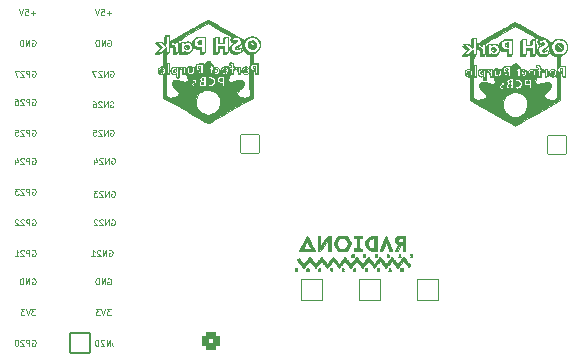
<source format=gbo>
G04 #@! TF.GenerationSoftware,KiCad,Pcbnew,7.0.6+dfsg-1*
G04 #@! TF.CreationDate,2023-08-24T18:37:01+02:00*
G04 #@! TF.ProjectId,USB,5553422e-6b69-4636-9164-5f7063625858,rev?*
G04 #@! TF.SameCoordinates,Original*
G04 #@! TF.FileFunction,Legend,Bot*
G04 #@! TF.FilePolarity,Positive*
%FSLAX46Y46*%
G04 Gerber Fmt 4.6, Leading zero omitted, Abs format (unit mm)*
G04 Created by KiCad (PCBNEW 7.0.6+dfsg-1) date 2023-08-24 18:37:01*
%MOMM*%
%LPD*%
G01*
G04 APERTURE LIST*
G04 Aperture macros list*
%AMRoundRect*
0 Rectangle with rounded corners*
0 $1 Rounding radius*
0 $2 $3 $4 $5 $6 $7 $8 $9 X,Y pos of 4 corners*
0 Add a 4 corners polygon primitive as box body*
4,1,4,$2,$3,$4,$5,$6,$7,$8,$9,$2,$3,0*
0 Add four circle primitives for the rounded corners*
1,1,$1+$1,$2,$3*
1,1,$1+$1,$4,$5*
1,1,$1+$1,$6,$7*
1,1,$1+$1,$8,$9*
0 Add four rect primitives between the rounded corners*
20,1,$1+$1,$2,$3,$4,$5,0*
20,1,$1+$1,$4,$5,$6,$7,0*
20,1,$1+$1,$6,$7,$8,$9,0*
20,1,$1+$1,$8,$9,$2,$3,0*%
G04 Aperture macros list end*
%ADD10C,0.125000*%
%ADD11C,0.010000*%
%ADD12RoundRect,0.051000X0.850000X0.850000X-0.850000X0.850000X-0.850000X-0.850000X0.850000X-0.850000X0*%
%ADD13O,1.802000X1.802000*%
%ADD14RoundRect,0.051000X0.800000X0.800000X-0.800000X0.800000X-0.800000X-0.800000X0.800000X-0.800000X0*%
%ADD15C,1.702000*%
%ADD16C,3.102000*%
%ADD17RoundRect,0.051000X0.900000X0.900000X-0.900000X0.900000X-0.900000X-0.900000X0.900000X-0.900000X0*%
%ADD18C,1.902000*%
%ADD19RoundRect,0.051000X-0.850000X-0.850000X0.850000X-0.850000X0.850000X0.850000X-0.850000X0.850000X0*%
%ADD20RoundRect,0.300200X0.450800X0.450800X-0.450800X0.450800X-0.450800X-0.450800X0.450800X-0.450800X0*%
%ADD21C,1.502000*%
G04 APERTURE END LIST*
D10*
X122180952Y-82348619D02*
X122228571Y-82324809D01*
X122228571Y-82324809D02*
X122300000Y-82324809D01*
X122300000Y-82324809D02*
X122371428Y-82348619D01*
X122371428Y-82348619D02*
X122419047Y-82396238D01*
X122419047Y-82396238D02*
X122442857Y-82443857D01*
X122442857Y-82443857D02*
X122466666Y-82539095D01*
X122466666Y-82539095D02*
X122466666Y-82610523D01*
X122466666Y-82610523D02*
X122442857Y-82705761D01*
X122442857Y-82705761D02*
X122419047Y-82753380D01*
X122419047Y-82753380D02*
X122371428Y-82801000D01*
X122371428Y-82801000D02*
X122300000Y-82824809D01*
X122300000Y-82824809D02*
X122252381Y-82824809D01*
X122252381Y-82824809D02*
X122180952Y-82801000D01*
X122180952Y-82801000D02*
X122157143Y-82777190D01*
X122157143Y-82777190D02*
X122157143Y-82610523D01*
X122157143Y-82610523D02*
X122252381Y-82610523D01*
X121942857Y-82824809D02*
X121942857Y-82324809D01*
X121942857Y-82324809D02*
X121657143Y-82824809D01*
X121657143Y-82824809D02*
X121657143Y-82324809D01*
X121419047Y-82824809D02*
X121419047Y-82324809D01*
X121419047Y-82324809D02*
X121299999Y-82324809D01*
X121299999Y-82324809D02*
X121228571Y-82348619D01*
X121228571Y-82348619D02*
X121180952Y-82396238D01*
X121180952Y-82396238D02*
X121157142Y-82443857D01*
X121157142Y-82443857D02*
X121133333Y-82539095D01*
X121133333Y-82539095D02*
X121133333Y-82610523D01*
X121133333Y-82610523D02*
X121157142Y-82705761D01*
X121157142Y-82705761D02*
X121180952Y-82753380D01*
X121180952Y-82753380D02*
X121228571Y-82801000D01*
X121228571Y-82801000D02*
X121299999Y-82824809D01*
X121299999Y-82824809D02*
X121419047Y-82824809D01*
X128807142Y-84948619D02*
X128854761Y-84924809D01*
X128854761Y-84924809D02*
X128926190Y-84924809D01*
X128926190Y-84924809D02*
X128997618Y-84948619D01*
X128997618Y-84948619D02*
X129045237Y-84996238D01*
X129045237Y-84996238D02*
X129069047Y-85043857D01*
X129069047Y-85043857D02*
X129092856Y-85139095D01*
X129092856Y-85139095D02*
X129092856Y-85210523D01*
X129092856Y-85210523D02*
X129069047Y-85305761D01*
X129069047Y-85305761D02*
X129045237Y-85353380D01*
X129045237Y-85353380D02*
X128997618Y-85401000D01*
X128997618Y-85401000D02*
X128926190Y-85424809D01*
X128926190Y-85424809D02*
X128878571Y-85424809D01*
X128878571Y-85424809D02*
X128807142Y-85401000D01*
X128807142Y-85401000D02*
X128783333Y-85377190D01*
X128783333Y-85377190D02*
X128783333Y-85210523D01*
X128783333Y-85210523D02*
X128878571Y-85210523D01*
X128569047Y-85424809D02*
X128569047Y-84924809D01*
X128569047Y-84924809D02*
X128283333Y-85424809D01*
X128283333Y-85424809D02*
X128283333Y-84924809D01*
X128069046Y-84972428D02*
X128045237Y-84948619D01*
X128045237Y-84948619D02*
X127997618Y-84924809D01*
X127997618Y-84924809D02*
X127878570Y-84924809D01*
X127878570Y-84924809D02*
X127830951Y-84948619D01*
X127830951Y-84948619D02*
X127807142Y-84972428D01*
X127807142Y-84972428D02*
X127783332Y-85020047D01*
X127783332Y-85020047D02*
X127783332Y-85067666D01*
X127783332Y-85067666D02*
X127807142Y-85139095D01*
X127807142Y-85139095D02*
X128092856Y-85424809D01*
X128092856Y-85424809D02*
X127783332Y-85424809D01*
X127616666Y-84924809D02*
X127283333Y-84924809D01*
X127283333Y-84924809D02*
X127497618Y-85424809D01*
X128701142Y-100136619D02*
X128748761Y-100112809D01*
X128748761Y-100112809D02*
X128820190Y-100112809D01*
X128820190Y-100112809D02*
X128891618Y-100136619D01*
X128891618Y-100136619D02*
X128939237Y-100184238D01*
X128939237Y-100184238D02*
X128963047Y-100231857D01*
X128963047Y-100231857D02*
X128986856Y-100327095D01*
X128986856Y-100327095D02*
X128986856Y-100398523D01*
X128986856Y-100398523D02*
X128963047Y-100493761D01*
X128963047Y-100493761D02*
X128939237Y-100541380D01*
X128939237Y-100541380D02*
X128891618Y-100589000D01*
X128891618Y-100589000D02*
X128820190Y-100612809D01*
X128820190Y-100612809D02*
X128772571Y-100612809D01*
X128772571Y-100612809D02*
X128701142Y-100589000D01*
X128701142Y-100589000D02*
X128677333Y-100565190D01*
X128677333Y-100565190D02*
X128677333Y-100398523D01*
X128677333Y-100398523D02*
X128772571Y-100398523D01*
X128463047Y-100612809D02*
X128463047Y-100112809D01*
X128463047Y-100112809D02*
X128177333Y-100612809D01*
X128177333Y-100612809D02*
X128177333Y-100112809D01*
X127963046Y-100160428D02*
X127939237Y-100136619D01*
X127939237Y-100136619D02*
X127891618Y-100112809D01*
X127891618Y-100112809D02*
X127772570Y-100112809D01*
X127772570Y-100112809D02*
X127724951Y-100136619D01*
X127724951Y-100136619D02*
X127701142Y-100160428D01*
X127701142Y-100160428D02*
X127677332Y-100208047D01*
X127677332Y-100208047D02*
X127677332Y-100255666D01*
X127677332Y-100255666D02*
X127701142Y-100327095D01*
X127701142Y-100327095D02*
X127986856Y-100612809D01*
X127986856Y-100612809D02*
X127677332Y-100612809D01*
X127201142Y-100612809D02*
X127486856Y-100612809D01*
X127343999Y-100612809D02*
X127343999Y-100112809D01*
X127343999Y-100112809D02*
X127391618Y-100184238D01*
X127391618Y-100184238D02*
X127439237Y-100231857D01*
X127439237Y-100231857D02*
X127486856Y-100255666D01*
X128819046Y-105124809D02*
X128509522Y-105124809D01*
X128509522Y-105124809D02*
X128676189Y-105315285D01*
X128676189Y-105315285D02*
X128604760Y-105315285D01*
X128604760Y-105315285D02*
X128557141Y-105339095D01*
X128557141Y-105339095D02*
X128533332Y-105362904D01*
X128533332Y-105362904D02*
X128509522Y-105410523D01*
X128509522Y-105410523D02*
X128509522Y-105529571D01*
X128509522Y-105529571D02*
X128533332Y-105577190D01*
X128533332Y-105577190D02*
X128557141Y-105601000D01*
X128557141Y-105601000D02*
X128604760Y-105624809D01*
X128604760Y-105624809D02*
X128747617Y-105624809D01*
X128747617Y-105624809D02*
X128795236Y-105601000D01*
X128795236Y-105601000D02*
X128819046Y-105577190D01*
X128366665Y-105124809D02*
X128199999Y-105624809D01*
X128199999Y-105624809D02*
X128033332Y-105124809D01*
X127914285Y-105124809D02*
X127604761Y-105124809D01*
X127604761Y-105124809D02*
X127771428Y-105315285D01*
X127771428Y-105315285D02*
X127699999Y-105315285D01*
X127699999Y-105315285D02*
X127652380Y-105339095D01*
X127652380Y-105339095D02*
X127628571Y-105362904D01*
X127628571Y-105362904D02*
X127604761Y-105410523D01*
X127604761Y-105410523D02*
X127604761Y-105529571D01*
X127604761Y-105529571D02*
X127628571Y-105577190D01*
X127628571Y-105577190D02*
X127652380Y-105601000D01*
X127652380Y-105601000D02*
X127699999Y-105624809D01*
X127699999Y-105624809D02*
X127842856Y-105624809D01*
X127842856Y-105624809D02*
X127890475Y-105601000D01*
X127890475Y-105601000D02*
X127914285Y-105577190D01*
X128901142Y-92336619D02*
X128948761Y-92312809D01*
X128948761Y-92312809D02*
X129020190Y-92312809D01*
X129020190Y-92312809D02*
X129091618Y-92336619D01*
X129091618Y-92336619D02*
X129139237Y-92384238D01*
X129139237Y-92384238D02*
X129163047Y-92431857D01*
X129163047Y-92431857D02*
X129186856Y-92527095D01*
X129186856Y-92527095D02*
X129186856Y-92598523D01*
X129186856Y-92598523D02*
X129163047Y-92693761D01*
X129163047Y-92693761D02*
X129139237Y-92741380D01*
X129139237Y-92741380D02*
X129091618Y-92789000D01*
X129091618Y-92789000D02*
X129020190Y-92812809D01*
X129020190Y-92812809D02*
X128972571Y-92812809D01*
X128972571Y-92812809D02*
X128901142Y-92789000D01*
X128901142Y-92789000D02*
X128877333Y-92765190D01*
X128877333Y-92765190D02*
X128877333Y-92598523D01*
X128877333Y-92598523D02*
X128972571Y-92598523D01*
X128663047Y-92812809D02*
X128663047Y-92312809D01*
X128663047Y-92312809D02*
X128377333Y-92812809D01*
X128377333Y-92812809D02*
X128377333Y-92312809D01*
X128163046Y-92360428D02*
X128139237Y-92336619D01*
X128139237Y-92336619D02*
X128091618Y-92312809D01*
X128091618Y-92312809D02*
X127972570Y-92312809D01*
X127972570Y-92312809D02*
X127924951Y-92336619D01*
X127924951Y-92336619D02*
X127901142Y-92360428D01*
X127901142Y-92360428D02*
X127877332Y-92408047D01*
X127877332Y-92408047D02*
X127877332Y-92455666D01*
X127877332Y-92455666D02*
X127901142Y-92527095D01*
X127901142Y-92527095D02*
X128186856Y-92812809D01*
X128186856Y-92812809D02*
X127877332Y-92812809D01*
X127448761Y-92479476D02*
X127448761Y-92812809D01*
X127567809Y-92289000D02*
X127686856Y-92646142D01*
X127686856Y-92646142D02*
X127377333Y-92646142D01*
X128901142Y-95136619D02*
X128948761Y-95112809D01*
X128948761Y-95112809D02*
X129020190Y-95112809D01*
X129020190Y-95112809D02*
X129091618Y-95136619D01*
X129091618Y-95136619D02*
X129139237Y-95184238D01*
X129139237Y-95184238D02*
X129163047Y-95231857D01*
X129163047Y-95231857D02*
X129186856Y-95327095D01*
X129186856Y-95327095D02*
X129186856Y-95398523D01*
X129186856Y-95398523D02*
X129163047Y-95493761D01*
X129163047Y-95493761D02*
X129139237Y-95541380D01*
X129139237Y-95541380D02*
X129091618Y-95589000D01*
X129091618Y-95589000D02*
X129020190Y-95612809D01*
X129020190Y-95612809D02*
X128972571Y-95612809D01*
X128972571Y-95612809D02*
X128901142Y-95589000D01*
X128901142Y-95589000D02*
X128877333Y-95565190D01*
X128877333Y-95565190D02*
X128877333Y-95398523D01*
X128877333Y-95398523D02*
X128972571Y-95398523D01*
X128663047Y-95612809D02*
X128663047Y-95112809D01*
X128663047Y-95112809D02*
X128377333Y-95612809D01*
X128377333Y-95612809D02*
X128377333Y-95112809D01*
X128163046Y-95160428D02*
X128139237Y-95136619D01*
X128139237Y-95136619D02*
X128091618Y-95112809D01*
X128091618Y-95112809D02*
X127972570Y-95112809D01*
X127972570Y-95112809D02*
X127924951Y-95136619D01*
X127924951Y-95136619D02*
X127901142Y-95160428D01*
X127901142Y-95160428D02*
X127877332Y-95208047D01*
X127877332Y-95208047D02*
X127877332Y-95255666D01*
X127877332Y-95255666D02*
X127901142Y-95327095D01*
X127901142Y-95327095D02*
X128186856Y-95612809D01*
X128186856Y-95612809D02*
X127877332Y-95612809D01*
X127710666Y-95112809D02*
X127401142Y-95112809D01*
X127401142Y-95112809D02*
X127567809Y-95303285D01*
X127567809Y-95303285D02*
X127496380Y-95303285D01*
X127496380Y-95303285D02*
X127448761Y-95327095D01*
X127448761Y-95327095D02*
X127424952Y-95350904D01*
X127424952Y-95350904D02*
X127401142Y-95398523D01*
X127401142Y-95398523D02*
X127401142Y-95517571D01*
X127401142Y-95517571D02*
X127424952Y-95565190D01*
X127424952Y-95565190D02*
X127448761Y-95589000D01*
X127448761Y-95589000D02*
X127496380Y-95612809D01*
X127496380Y-95612809D02*
X127639237Y-95612809D01*
X127639237Y-95612809D02*
X127686856Y-95589000D01*
X127686856Y-95589000D02*
X127710666Y-95565190D01*
X128901142Y-97536619D02*
X128948761Y-97512809D01*
X128948761Y-97512809D02*
X129020190Y-97512809D01*
X129020190Y-97512809D02*
X129091618Y-97536619D01*
X129091618Y-97536619D02*
X129139237Y-97584238D01*
X129139237Y-97584238D02*
X129163047Y-97631857D01*
X129163047Y-97631857D02*
X129186856Y-97727095D01*
X129186856Y-97727095D02*
X129186856Y-97798523D01*
X129186856Y-97798523D02*
X129163047Y-97893761D01*
X129163047Y-97893761D02*
X129139237Y-97941380D01*
X129139237Y-97941380D02*
X129091618Y-97989000D01*
X129091618Y-97989000D02*
X129020190Y-98012809D01*
X129020190Y-98012809D02*
X128972571Y-98012809D01*
X128972571Y-98012809D02*
X128901142Y-97989000D01*
X128901142Y-97989000D02*
X128877333Y-97965190D01*
X128877333Y-97965190D02*
X128877333Y-97798523D01*
X128877333Y-97798523D02*
X128972571Y-97798523D01*
X128663047Y-98012809D02*
X128663047Y-97512809D01*
X128663047Y-97512809D02*
X128377333Y-98012809D01*
X128377333Y-98012809D02*
X128377333Y-97512809D01*
X128163046Y-97560428D02*
X128139237Y-97536619D01*
X128139237Y-97536619D02*
X128091618Y-97512809D01*
X128091618Y-97512809D02*
X127972570Y-97512809D01*
X127972570Y-97512809D02*
X127924951Y-97536619D01*
X127924951Y-97536619D02*
X127901142Y-97560428D01*
X127901142Y-97560428D02*
X127877332Y-97608047D01*
X127877332Y-97608047D02*
X127877332Y-97655666D01*
X127877332Y-97655666D02*
X127901142Y-97727095D01*
X127901142Y-97727095D02*
X128186856Y-98012809D01*
X128186856Y-98012809D02*
X127877332Y-98012809D01*
X127686856Y-97560428D02*
X127663047Y-97536619D01*
X127663047Y-97536619D02*
X127615428Y-97512809D01*
X127615428Y-97512809D02*
X127496380Y-97512809D01*
X127496380Y-97512809D02*
X127448761Y-97536619D01*
X127448761Y-97536619D02*
X127424952Y-97560428D01*
X127424952Y-97560428D02*
X127401142Y-97608047D01*
X127401142Y-97608047D02*
X127401142Y-97655666D01*
X127401142Y-97655666D02*
X127424952Y-97727095D01*
X127424952Y-97727095D02*
X127710666Y-98012809D01*
X127710666Y-98012809D02*
X127401142Y-98012809D01*
X128807142Y-89948619D02*
X128854761Y-89924809D01*
X128854761Y-89924809D02*
X128926190Y-89924809D01*
X128926190Y-89924809D02*
X128997618Y-89948619D01*
X128997618Y-89948619D02*
X129045237Y-89996238D01*
X129045237Y-89996238D02*
X129069047Y-90043857D01*
X129069047Y-90043857D02*
X129092856Y-90139095D01*
X129092856Y-90139095D02*
X129092856Y-90210523D01*
X129092856Y-90210523D02*
X129069047Y-90305761D01*
X129069047Y-90305761D02*
X129045237Y-90353380D01*
X129045237Y-90353380D02*
X128997618Y-90401000D01*
X128997618Y-90401000D02*
X128926190Y-90424809D01*
X128926190Y-90424809D02*
X128878571Y-90424809D01*
X128878571Y-90424809D02*
X128807142Y-90401000D01*
X128807142Y-90401000D02*
X128783333Y-90377190D01*
X128783333Y-90377190D02*
X128783333Y-90210523D01*
X128783333Y-90210523D02*
X128878571Y-90210523D01*
X128569047Y-90424809D02*
X128569047Y-89924809D01*
X128569047Y-89924809D02*
X128283333Y-90424809D01*
X128283333Y-90424809D02*
X128283333Y-89924809D01*
X128069046Y-89972428D02*
X128045237Y-89948619D01*
X128045237Y-89948619D02*
X127997618Y-89924809D01*
X127997618Y-89924809D02*
X127878570Y-89924809D01*
X127878570Y-89924809D02*
X127830951Y-89948619D01*
X127830951Y-89948619D02*
X127807142Y-89972428D01*
X127807142Y-89972428D02*
X127783332Y-90020047D01*
X127783332Y-90020047D02*
X127783332Y-90067666D01*
X127783332Y-90067666D02*
X127807142Y-90139095D01*
X127807142Y-90139095D02*
X128092856Y-90424809D01*
X128092856Y-90424809D02*
X127783332Y-90424809D01*
X127330952Y-89924809D02*
X127569047Y-89924809D01*
X127569047Y-89924809D02*
X127592856Y-90162904D01*
X127592856Y-90162904D02*
X127569047Y-90139095D01*
X127569047Y-90139095D02*
X127521428Y-90115285D01*
X127521428Y-90115285D02*
X127402380Y-90115285D01*
X127402380Y-90115285D02*
X127354761Y-90139095D01*
X127354761Y-90139095D02*
X127330952Y-90162904D01*
X127330952Y-90162904D02*
X127307142Y-90210523D01*
X127307142Y-90210523D02*
X127307142Y-90329571D01*
X127307142Y-90329571D02*
X127330952Y-90377190D01*
X127330952Y-90377190D02*
X127354761Y-90401000D01*
X127354761Y-90401000D02*
X127402380Y-90424809D01*
X127402380Y-90424809D02*
X127521428Y-90424809D01*
X127521428Y-90424809D02*
X127569047Y-90401000D01*
X127569047Y-90401000D02*
X127592856Y-90377190D01*
X128807142Y-87548619D02*
X128854761Y-87524809D01*
X128854761Y-87524809D02*
X128926190Y-87524809D01*
X128926190Y-87524809D02*
X128997618Y-87548619D01*
X128997618Y-87548619D02*
X129045237Y-87596238D01*
X129045237Y-87596238D02*
X129069047Y-87643857D01*
X129069047Y-87643857D02*
X129092856Y-87739095D01*
X129092856Y-87739095D02*
X129092856Y-87810523D01*
X129092856Y-87810523D02*
X129069047Y-87905761D01*
X129069047Y-87905761D02*
X129045237Y-87953380D01*
X129045237Y-87953380D02*
X128997618Y-88001000D01*
X128997618Y-88001000D02*
X128926190Y-88024809D01*
X128926190Y-88024809D02*
X128878571Y-88024809D01*
X128878571Y-88024809D02*
X128807142Y-88001000D01*
X128807142Y-88001000D02*
X128783333Y-87977190D01*
X128783333Y-87977190D02*
X128783333Y-87810523D01*
X128783333Y-87810523D02*
X128878571Y-87810523D01*
X128569047Y-88024809D02*
X128569047Y-87524809D01*
X128569047Y-87524809D02*
X128283333Y-88024809D01*
X128283333Y-88024809D02*
X128283333Y-87524809D01*
X128069046Y-87572428D02*
X128045237Y-87548619D01*
X128045237Y-87548619D02*
X127997618Y-87524809D01*
X127997618Y-87524809D02*
X127878570Y-87524809D01*
X127878570Y-87524809D02*
X127830951Y-87548619D01*
X127830951Y-87548619D02*
X127807142Y-87572428D01*
X127807142Y-87572428D02*
X127783332Y-87620047D01*
X127783332Y-87620047D02*
X127783332Y-87667666D01*
X127783332Y-87667666D02*
X127807142Y-87739095D01*
X127807142Y-87739095D02*
X128092856Y-88024809D01*
X128092856Y-88024809D02*
X127783332Y-88024809D01*
X127354761Y-87524809D02*
X127449999Y-87524809D01*
X127449999Y-87524809D02*
X127497618Y-87548619D01*
X127497618Y-87548619D02*
X127521428Y-87572428D01*
X127521428Y-87572428D02*
X127569047Y-87643857D01*
X127569047Y-87643857D02*
X127592856Y-87739095D01*
X127592856Y-87739095D02*
X127592856Y-87929571D01*
X127592856Y-87929571D02*
X127569047Y-87977190D01*
X127569047Y-87977190D02*
X127545237Y-88001000D01*
X127545237Y-88001000D02*
X127497618Y-88024809D01*
X127497618Y-88024809D02*
X127402380Y-88024809D01*
X127402380Y-88024809D02*
X127354761Y-88001000D01*
X127354761Y-88001000D02*
X127330952Y-87977190D01*
X127330952Y-87977190D02*
X127307142Y-87929571D01*
X127307142Y-87929571D02*
X127307142Y-87810523D01*
X127307142Y-87810523D02*
X127330952Y-87762904D01*
X127330952Y-87762904D02*
X127354761Y-87739095D01*
X127354761Y-87739095D02*
X127402380Y-87715285D01*
X127402380Y-87715285D02*
X127497618Y-87715285D01*
X127497618Y-87715285D02*
X127545237Y-87739095D01*
X127545237Y-87739095D02*
X127569047Y-87762904D01*
X127569047Y-87762904D02*
X127592856Y-87810523D01*
X128580952Y-102548619D02*
X128628571Y-102524809D01*
X128628571Y-102524809D02*
X128700000Y-102524809D01*
X128700000Y-102524809D02*
X128771428Y-102548619D01*
X128771428Y-102548619D02*
X128819047Y-102596238D01*
X128819047Y-102596238D02*
X128842857Y-102643857D01*
X128842857Y-102643857D02*
X128866666Y-102739095D01*
X128866666Y-102739095D02*
X128866666Y-102810523D01*
X128866666Y-102810523D02*
X128842857Y-102905761D01*
X128842857Y-102905761D02*
X128819047Y-102953380D01*
X128819047Y-102953380D02*
X128771428Y-103001000D01*
X128771428Y-103001000D02*
X128700000Y-103024809D01*
X128700000Y-103024809D02*
X128652381Y-103024809D01*
X128652381Y-103024809D02*
X128580952Y-103001000D01*
X128580952Y-103001000D02*
X128557143Y-102977190D01*
X128557143Y-102977190D02*
X128557143Y-102810523D01*
X128557143Y-102810523D02*
X128652381Y-102810523D01*
X128342857Y-103024809D02*
X128342857Y-102524809D01*
X128342857Y-102524809D02*
X128057143Y-103024809D01*
X128057143Y-103024809D02*
X128057143Y-102524809D01*
X127819047Y-103024809D02*
X127819047Y-102524809D01*
X127819047Y-102524809D02*
X127699999Y-102524809D01*
X127699999Y-102524809D02*
X127628571Y-102548619D01*
X127628571Y-102548619D02*
X127580952Y-102596238D01*
X127580952Y-102596238D02*
X127557142Y-102643857D01*
X127557142Y-102643857D02*
X127533333Y-102739095D01*
X127533333Y-102739095D02*
X127533333Y-102810523D01*
X127533333Y-102810523D02*
X127557142Y-102905761D01*
X127557142Y-102905761D02*
X127580952Y-102953380D01*
X127580952Y-102953380D02*
X127628571Y-103001000D01*
X127628571Y-103001000D02*
X127699999Y-103024809D01*
X127699999Y-103024809D02*
X127819047Y-103024809D01*
X122180952Y-102548619D02*
X122228571Y-102524809D01*
X122228571Y-102524809D02*
X122300000Y-102524809D01*
X122300000Y-102524809D02*
X122371428Y-102548619D01*
X122371428Y-102548619D02*
X122419047Y-102596238D01*
X122419047Y-102596238D02*
X122442857Y-102643857D01*
X122442857Y-102643857D02*
X122466666Y-102739095D01*
X122466666Y-102739095D02*
X122466666Y-102810523D01*
X122466666Y-102810523D02*
X122442857Y-102905761D01*
X122442857Y-102905761D02*
X122419047Y-102953380D01*
X122419047Y-102953380D02*
X122371428Y-103001000D01*
X122371428Y-103001000D02*
X122300000Y-103024809D01*
X122300000Y-103024809D02*
X122252381Y-103024809D01*
X122252381Y-103024809D02*
X122180952Y-103001000D01*
X122180952Y-103001000D02*
X122157143Y-102977190D01*
X122157143Y-102977190D02*
X122157143Y-102810523D01*
X122157143Y-102810523D02*
X122252381Y-102810523D01*
X121942857Y-103024809D02*
X121942857Y-102524809D01*
X121942857Y-102524809D02*
X121657143Y-103024809D01*
X121657143Y-103024809D02*
X121657143Y-102524809D01*
X121419047Y-103024809D02*
X121419047Y-102524809D01*
X121419047Y-102524809D02*
X121299999Y-102524809D01*
X121299999Y-102524809D02*
X121228571Y-102548619D01*
X121228571Y-102548619D02*
X121180952Y-102596238D01*
X121180952Y-102596238D02*
X121157142Y-102643857D01*
X121157142Y-102643857D02*
X121133333Y-102739095D01*
X121133333Y-102739095D02*
X121133333Y-102810523D01*
X121133333Y-102810523D02*
X121157142Y-102905761D01*
X121157142Y-102905761D02*
X121180952Y-102953380D01*
X121180952Y-102953380D02*
X121228571Y-103001000D01*
X121228571Y-103001000D02*
X121299999Y-103024809D01*
X121299999Y-103024809D02*
X121419047Y-103024809D01*
X128580952Y-82348619D02*
X128628571Y-82324809D01*
X128628571Y-82324809D02*
X128700000Y-82324809D01*
X128700000Y-82324809D02*
X128771428Y-82348619D01*
X128771428Y-82348619D02*
X128819047Y-82396238D01*
X128819047Y-82396238D02*
X128842857Y-82443857D01*
X128842857Y-82443857D02*
X128866666Y-82539095D01*
X128866666Y-82539095D02*
X128866666Y-82610523D01*
X128866666Y-82610523D02*
X128842857Y-82705761D01*
X128842857Y-82705761D02*
X128819047Y-82753380D01*
X128819047Y-82753380D02*
X128771428Y-82801000D01*
X128771428Y-82801000D02*
X128700000Y-82824809D01*
X128700000Y-82824809D02*
X128652381Y-82824809D01*
X128652381Y-82824809D02*
X128580952Y-82801000D01*
X128580952Y-82801000D02*
X128557143Y-82777190D01*
X128557143Y-82777190D02*
X128557143Y-82610523D01*
X128557143Y-82610523D02*
X128652381Y-82610523D01*
X128342857Y-82824809D02*
X128342857Y-82324809D01*
X128342857Y-82324809D02*
X128057143Y-82824809D01*
X128057143Y-82824809D02*
X128057143Y-82324809D01*
X127819047Y-82824809D02*
X127819047Y-82324809D01*
X127819047Y-82324809D02*
X127699999Y-82324809D01*
X127699999Y-82324809D02*
X127628571Y-82348619D01*
X127628571Y-82348619D02*
X127580952Y-82396238D01*
X127580952Y-82396238D02*
X127557142Y-82443857D01*
X127557142Y-82443857D02*
X127533333Y-82539095D01*
X127533333Y-82539095D02*
X127533333Y-82610523D01*
X127533333Y-82610523D02*
X127557142Y-82705761D01*
X127557142Y-82705761D02*
X127580952Y-82753380D01*
X127580952Y-82753380D02*
X127628571Y-82801000D01*
X127628571Y-82801000D02*
X127699999Y-82824809D01*
X127699999Y-82824809D02*
X127819047Y-82824809D01*
X122195237Y-94948619D02*
X122242856Y-94924809D01*
X122242856Y-94924809D02*
X122314285Y-94924809D01*
X122314285Y-94924809D02*
X122385713Y-94948619D01*
X122385713Y-94948619D02*
X122433332Y-94996238D01*
X122433332Y-94996238D02*
X122457142Y-95043857D01*
X122457142Y-95043857D02*
X122480951Y-95139095D01*
X122480951Y-95139095D02*
X122480951Y-95210523D01*
X122480951Y-95210523D02*
X122457142Y-95305761D01*
X122457142Y-95305761D02*
X122433332Y-95353380D01*
X122433332Y-95353380D02*
X122385713Y-95401000D01*
X122385713Y-95401000D02*
X122314285Y-95424809D01*
X122314285Y-95424809D02*
X122266666Y-95424809D01*
X122266666Y-95424809D02*
X122195237Y-95401000D01*
X122195237Y-95401000D02*
X122171428Y-95377190D01*
X122171428Y-95377190D02*
X122171428Y-95210523D01*
X122171428Y-95210523D02*
X122266666Y-95210523D01*
X121957142Y-95424809D02*
X121957142Y-94924809D01*
X121957142Y-94924809D02*
X121766666Y-94924809D01*
X121766666Y-94924809D02*
X121719047Y-94948619D01*
X121719047Y-94948619D02*
X121695237Y-94972428D01*
X121695237Y-94972428D02*
X121671428Y-95020047D01*
X121671428Y-95020047D02*
X121671428Y-95091476D01*
X121671428Y-95091476D02*
X121695237Y-95139095D01*
X121695237Y-95139095D02*
X121719047Y-95162904D01*
X121719047Y-95162904D02*
X121766666Y-95186714D01*
X121766666Y-95186714D02*
X121957142Y-95186714D01*
X121480951Y-94972428D02*
X121457142Y-94948619D01*
X121457142Y-94948619D02*
X121409523Y-94924809D01*
X121409523Y-94924809D02*
X121290475Y-94924809D01*
X121290475Y-94924809D02*
X121242856Y-94948619D01*
X121242856Y-94948619D02*
X121219047Y-94972428D01*
X121219047Y-94972428D02*
X121195237Y-95020047D01*
X121195237Y-95020047D02*
X121195237Y-95067666D01*
X121195237Y-95067666D02*
X121219047Y-95139095D01*
X121219047Y-95139095D02*
X121504761Y-95424809D01*
X121504761Y-95424809D02*
X121195237Y-95424809D01*
X121028571Y-94924809D02*
X120719047Y-94924809D01*
X120719047Y-94924809D02*
X120885714Y-95115285D01*
X120885714Y-95115285D02*
X120814285Y-95115285D01*
X120814285Y-95115285D02*
X120766666Y-95139095D01*
X120766666Y-95139095D02*
X120742857Y-95162904D01*
X120742857Y-95162904D02*
X120719047Y-95210523D01*
X120719047Y-95210523D02*
X120719047Y-95329571D01*
X120719047Y-95329571D02*
X120742857Y-95377190D01*
X120742857Y-95377190D02*
X120766666Y-95401000D01*
X120766666Y-95401000D02*
X120814285Y-95424809D01*
X120814285Y-95424809D02*
X120957142Y-95424809D01*
X120957142Y-95424809D02*
X121004761Y-95401000D01*
X121004761Y-95401000D02*
X121028571Y-95377190D01*
X122195237Y-97548619D02*
X122242856Y-97524809D01*
X122242856Y-97524809D02*
X122314285Y-97524809D01*
X122314285Y-97524809D02*
X122385713Y-97548619D01*
X122385713Y-97548619D02*
X122433332Y-97596238D01*
X122433332Y-97596238D02*
X122457142Y-97643857D01*
X122457142Y-97643857D02*
X122480951Y-97739095D01*
X122480951Y-97739095D02*
X122480951Y-97810523D01*
X122480951Y-97810523D02*
X122457142Y-97905761D01*
X122457142Y-97905761D02*
X122433332Y-97953380D01*
X122433332Y-97953380D02*
X122385713Y-98001000D01*
X122385713Y-98001000D02*
X122314285Y-98024809D01*
X122314285Y-98024809D02*
X122266666Y-98024809D01*
X122266666Y-98024809D02*
X122195237Y-98001000D01*
X122195237Y-98001000D02*
X122171428Y-97977190D01*
X122171428Y-97977190D02*
X122171428Y-97810523D01*
X122171428Y-97810523D02*
X122266666Y-97810523D01*
X121957142Y-98024809D02*
X121957142Y-97524809D01*
X121957142Y-97524809D02*
X121766666Y-97524809D01*
X121766666Y-97524809D02*
X121719047Y-97548619D01*
X121719047Y-97548619D02*
X121695237Y-97572428D01*
X121695237Y-97572428D02*
X121671428Y-97620047D01*
X121671428Y-97620047D02*
X121671428Y-97691476D01*
X121671428Y-97691476D02*
X121695237Y-97739095D01*
X121695237Y-97739095D02*
X121719047Y-97762904D01*
X121719047Y-97762904D02*
X121766666Y-97786714D01*
X121766666Y-97786714D02*
X121957142Y-97786714D01*
X121480951Y-97572428D02*
X121457142Y-97548619D01*
X121457142Y-97548619D02*
X121409523Y-97524809D01*
X121409523Y-97524809D02*
X121290475Y-97524809D01*
X121290475Y-97524809D02*
X121242856Y-97548619D01*
X121242856Y-97548619D02*
X121219047Y-97572428D01*
X121219047Y-97572428D02*
X121195237Y-97620047D01*
X121195237Y-97620047D02*
X121195237Y-97667666D01*
X121195237Y-97667666D02*
X121219047Y-97739095D01*
X121219047Y-97739095D02*
X121504761Y-98024809D01*
X121504761Y-98024809D02*
X121195237Y-98024809D01*
X121004761Y-97572428D02*
X120980952Y-97548619D01*
X120980952Y-97548619D02*
X120933333Y-97524809D01*
X120933333Y-97524809D02*
X120814285Y-97524809D01*
X120814285Y-97524809D02*
X120766666Y-97548619D01*
X120766666Y-97548619D02*
X120742857Y-97572428D01*
X120742857Y-97572428D02*
X120719047Y-97620047D01*
X120719047Y-97620047D02*
X120719047Y-97667666D01*
X120719047Y-97667666D02*
X120742857Y-97739095D01*
X120742857Y-97739095D02*
X121028571Y-98024809D01*
X121028571Y-98024809D02*
X120719047Y-98024809D01*
X128892856Y-80034333D02*
X128511904Y-80034333D01*
X128702380Y-80224809D02*
X128702380Y-79843857D01*
X128035713Y-79724809D02*
X128273808Y-79724809D01*
X128273808Y-79724809D02*
X128297617Y-79962904D01*
X128297617Y-79962904D02*
X128273808Y-79939095D01*
X128273808Y-79939095D02*
X128226189Y-79915285D01*
X128226189Y-79915285D02*
X128107141Y-79915285D01*
X128107141Y-79915285D02*
X128059522Y-79939095D01*
X128059522Y-79939095D02*
X128035713Y-79962904D01*
X128035713Y-79962904D02*
X128011903Y-80010523D01*
X128011903Y-80010523D02*
X128011903Y-80129571D01*
X128011903Y-80129571D02*
X128035713Y-80177190D01*
X128035713Y-80177190D02*
X128059522Y-80201000D01*
X128059522Y-80201000D02*
X128107141Y-80224809D01*
X128107141Y-80224809D02*
X128226189Y-80224809D01*
X128226189Y-80224809D02*
X128273808Y-80201000D01*
X128273808Y-80201000D02*
X128297617Y-80177190D01*
X127869046Y-79724809D02*
X127702380Y-80224809D01*
X127702380Y-80224809D02*
X127535713Y-79724809D01*
X122195237Y-92348619D02*
X122242856Y-92324809D01*
X122242856Y-92324809D02*
X122314285Y-92324809D01*
X122314285Y-92324809D02*
X122385713Y-92348619D01*
X122385713Y-92348619D02*
X122433332Y-92396238D01*
X122433332Y-92396238D02*
X122457142Y-92443857D01*
X122457142Y-92443857D02*
X122480951Y-92539095D01*
X122480951Y-92539095D02*
X122480951Y-92610523D01*
X122480951Y-92610523D02*
X122457142Y-92705761D01*
X122457142Y-92705761D02*
X122433332Y-92753380D01*
X122433332Y-92753380D02*
X122385713Y-92801000D01*
X122385713Y-92801000D02*
X122314285Y-92824809D01*
X122314285Y-92824809D02*
X122266666Y-92824809D01*
X122266666Y-92824809D02*
X122195237Y-92801000D01*
X122195237Y-92801000D02*
X122171428Y-92777190D01*
X122171428Y-92777190D02*
X122171428Y-92610523D01*
X122171428Y-92610523D02*
X122266666Y-92610523D01*
X121957142Y-92824809D02*
X121957142Y-92324809D01*
X121957142Y-92324809D02*
X121766666Y-92324809D01*
X121766666Y-92324809D02*
X121719047Y-92348619D01*
X121719047Y-92348619D02*
X121695237Y-92372428D01*
X121695237Y-92372428D02*
X121671428Y-92420047D01*
X121671428Y-92420047D02*
X121671428Y-92491476D01*
X121671428Y-92491476D02*
X121695237Y-92539095D01*
X121695237Y-92539095D02*
X121719047Y-92562904D01*
X121719047Y-92562904D02*
X121766666Y-92586714D01*
X121766666Y-92586714D02*
X121957142Y-92586714D01*
X121480951Y-92372428D02*
X121457142Y-92348619D01*
X121457142Y-92348619D02*
X121409523Y-92324809D01*
X121409523Y-92324809D02*
X121290475Y-92324809D01*
X121290475Y-92324809D02*
X121242856Y-92348619D01*
X121242856Y-92348619D02*
X121219047Y-92372428D01*
X121219047Y-92372428D02*
X121195237Y-92420047D01*
X121195237Y-92420047D02*
X121195237Y-92467666D01*
X121195237Y-92467666D02*
X121219047Y-92539095D01*
X121219047Y-92539095D02*
X121504761Y-92824809D01*
X121504761Y-92824809D02*
X121195237Y-92824809D01*
X120766666Y-92491476D02*
X120766666Y-92824809D01*
X120885714Y-92301000D02*
X121004761Y-92658142D01*
X121004761Y-92658142D02*
X120695238Y-92658142D01*
X122195237Y-84948619D02*
X122242856Y-84924809D01*
X122242856Y-84924809D02*
X122314285Y-84924809D01*
X122314285Y-84924809D02*
X122385713Y-84948619D01*
X122385713Y-84948619D02*
X122433332Y-84996238D01*
X122433332Y-84996238D02*
X122457142Y-85043857D01*
X122457142Y-85043857D02*
X122480951Y-85139095D01*
X122480951Y-85139095D02*
X122480951Y-85210523D01*
X122480951Y-85210523D02*
X122457142Y-85305761D01*
X122457142Y-85305761D02*
X122433332Y-85353380D01*
X122433332Y-85353380D02*
X122385713Y-85401000D01*
X122385713Y-85401000D02*
X122314285Y-85424809D01*
X122314285Y-85424809D02*
X122266666Y-85424809D01*
X122266666Y-85424809D02*
X122195237Y-85401000D01*
X122195237Y-85401000D02*
X122171428Y-85377190D01*
X122171428Y-85377190D02*
X122171428Y-85210523D01*
X122171428Y-85210523D02*
X122266666Y-85210523D01*
X121957142Y-85424809D02*
X121957142Y-84924809D01*
X121957142Y-84924809D02*
X121766666Y-84924809D01*
X121766666Y-84924809D02*
X121719047Y-84948619D01*
X121719047Y-84948619D02*
X121695237Y-84972428D01*
X121695237Y-84972428D02*
X121671428Y-85020047D01*
X121671428Y-85020047D02*
X121671428Y-85091476D01*
X121671428Y-85091476D02*
X121695237Y-85139095D01*
X121695237Y-85139095D02*
X121719047Y-85162904D01*
X121719047Y-85162904D02*
X121766666Y-85186714D01*
X121766666Y-85186714D02*
X121957142Y-85186714D01*
X121480951Y-84972428D02*
X121457142Y-84948619D01*
X121457142Y-84948619D02*
X121409523Y-84924809D01*
X121409523Y-84924809D02*
X121290475Y-84924809D01*
X121290475Y-84924809D02*
X121242856Y-84948619D01*
X121242856Y-84948619D02*
X121219047Y-84972428D01*
X121219047Y-84972428D02*
X121195237Y-85020047D01*
X121195237Y-85020047D02*
X121195237Y-85067666D01*
X121195237Y-85067666D02*
X121219047Y-85139095D01*
X121219047Y-85139095D02*
X121504761Y-85424809D01*
X121504761Y-85424809D02*
X121195237Y-85424809D01*
X121028571Y-84924809D02*
X120695238Y-84924809D01*
X120695238Y-84924809D02*
X120909523Y-85424809D01*
X122195237Y-100148619D02*
X122242856Y-100124809D01*
X122242856Y-100124809D02*
X122314285Y-100124809D01*
X122314285Y-100124809D02*
X122385713Y-100148619D01*
X122385713Y-100148619D02*
X122433332Y-100196238D01*
X122433332Y-100196238D02*
X122457142Y-100243857D01*
X122457142Y-100243857D02*
X122480951Y-100339095D01*
X122480951Y-100339095D02*
X122480951Y-100410523D01*
X122480951Y-100410523D02*
X122457142Y-100505761D01*
X122457142Y-100505761D02*
X122433332Y-100553380D01*
X122433332Y-100553380D02*
X122385713Y-100601000D01*
X122385713Y-100601000D02*
X122314285Y-100624809D01*
X122314285Y-100624809D02*
X122266666Y-100624809D01*
X122266666Y-100624809D02*
X122195237Y-100601000D01*
X122195237Y-100601000D02*
X122171428Y-100577190D01*
X122171428Y-100577190D02*
X122171428Y-100410523D01*
X122171428Y-100410523D02*
X122266666Y-100410523D01*
X121957142Y-100624809D02*
X121957142Y-100124809D01*
X121957142Y-100124809D02*
X121766666Y-100124809D01*
X121766666Y-100124809D02*
X121719047Y-100148619D01*
X121719047Y-100148619D02*
X121695237Y-100172428D01*
X121695237Y-100172428D02*
X121671428Y-100220047D01*
X121671428Y-100220047D02*
X121671428Y-100291476D01*
X121671428Y-100291476D02*
X121695237Y-100339095D01*
X121695237Y-100339095D02*
X121719047Y-100362904D01*
X121719047Y-100362904D02*
X121766666Y-100386714D01*
X121766666Y-100386714D02*
X121957142Y-100386714D01*
X121480951Y-100172428D02*
X121457142Y-100148619D01*
X121457142Y-100148619D02*
X121409523Y-100124809D01*
X121409523Y-100124809D02*
X121290475Y-100124809D01*
X121290475Y-100124809D02*
X121242856Y-100148619D01*
X121242856Y-100148619D02*
X121219047Y-100172428D01*
X121219047Y-100172428D02*
X121195237Y-100220047D01*
X121195237Y-100220047D02*
X121195237Y-100267666D01*
X121195237Y-100267666D02*
X121219047Y-100339095D01*
X121219047Y-100339095D02*
X121504761Y-100624809D01*
X121504761Y-100624809D02*
X121195237Y-100624809D01*
X120719047Y-100624809D02*
X121004761Y-100624809D01*
X120861904Y-100624809D02*
X120861904Y-100124809D01*
X120861904Y-100124809D02*
X120909523Y-100196238D01*
X120909523Y-100196238D02*
X120957142Y-100243857D01*
X120957142Y-100243857D02*
X121004761Y-100267666D01*
X122195237Y-89948619D02*
X122242856Y-89924809D01*
X122242856Y-89924809D02*
X122314285Y-89924809D01*
X122314285Y-89924809D02*
X122385713Y-89948619D01*
X122385713Y-89948619D02*
X122433332Y-89996238D01*
X122433332Y-89996238D02*
X122457142Y-90043857D01*
X122457142Y-90043857D02*
X122480951Y-90139095D01*
X122480951Y-90139095D02*
X122480951Y-90210523D01*
X122480951Y-90210523D02*
X122457142Y-90305761D01*
X122457142Y-90305761D02*
X122433332Y-90353380D01*
X122433332Y-90353380D02*
X122385713Y-90401000D01*
X122385713Y-90401000D02*
X122314285Y-90424809D01*
X122314285Y-90424809D02*
X122266666Y-90424809D01*
X122266666Y-90424809D02*
X122195237Y-90401000D01*
X122195237Y-90401000D02*
X122171428Y-90377190D01*
X122171428Y-90377190D02*
X122171428Y-90210523D01*
X122171428Y-90210523D02*
X122266666Y-90210523D01*
X121957142Y-90424809D02*
X121957142Y-89924809D01*
X121957142Y-89924809D02*
X121766666Y-89924809D01*
X121766666Y-89924809D02*
X121719047Y-89948619D01*
X121719047Y-89948619D02*
X121695237Y-89972428D01*
X121695237Y-89972428D02*
X121671428Y-90020047D01*
X121671428Y-90020047D02*
X121671428Y-90091476D01*
X121671428Y-90091476D02*
X121695237Y-90139095D01*
X121695237Y-90139095D02*
X121719047Y-90162904D01*
X121719047Y-90162904D02*
X121766666Y-90186714D01*
X121766666Y-90186714D02*
X121957142Y-90186714D01*
X121480951Y-89972428D02*
X121457142Y-89948619D01*
X121457142Y-89948619D02*
X121409523Y-89924809D01*
X121409523Y-89924809D02*
X121290475Y-89924809D01*
X121290475Y-89924809D02*
X121242856Y-89948619D01*
X121242856Y-89948619D02*
X121219047Y-89972428D01*
X121219047Y-89972428D02*
X121195237Y-90020047D01*
X121195237Y-90020047D02*
X121195237Y-90067666D01*
X121195237Y-90067666D02*
X121219047Y-90139095D01*
X121219047Y-90139095D02*
X121504761Y-90424809D01*
X121504761Y-90424809D02*
X121195237Y-90424809D01*
X120742857Y-89924809D02*
X120980952Y-89924809D01*
X120980952Y-89924809D02*
X121004761Y-90162904D01*
X121004761Y-90162904D02*
X120980952Y-90139095D01*
X120980952Y-90139095D02*
X120933333Y-90115285D01*
X120933333Y-90115285D02*
X120814285Y-90115285D01*
X120814285Y-90115285D02*
X120766666Y-90139095D01*
X120766666Y-90139095D02*
X120742857Y-90162904D01*
X120742857Y-90162904D02*
X120719047Y-90210523D01*
X120719047Y-90210523D02*
X120719047Y-90329571D01*
X120719047Y-90329571D02*
X120742857Y-90377190D01*
X120742857Y-90377190D02*
X120766666Y-90401000D01*
X120766666Y-90401000D02*
X120814285Y-90424809D01*
X120814285Y-90424809D02*
X120933333Y-90424809D01*
X120933333Y-90424809D02*
X120980952Y-90401000D01*
X120980952Y-90401000D02*
X121004761Y-90377190D01*
X122195237Y-87348619D02*
X122242856Y-87324809D01*
X122242856Y-87324809D02*
X122314285Y-87324809D01*
X122314285Y-87324809D02*
X122385713Y-87348619D01*
X122385713Y-87348619D02*
X122433332Y-87396238D01*
X122433332Y-87396238D02*
X122457142Y-87443857D01*
X122457142Y-87443857D02*
X122480951Y-87539095D01*
X122480951Y-87539095D02*
X122480951Y-87610523D01*
X122480951Y-87610523D02*
X122457142Y-87705761D01*
X122457142Y-87705761D02*
X122433332Y-87753380D01*
X122433332Y-87753380D02*
X122385713Y-87801000D01*
X122385713Y-87801000D02*
X122314285Y-87824809D01*
X122314285Y-87824809D02*
X122266666Y-87824809D01*
X122266666Y-87824809D02*
X122195237Y-87801000D01*
X122195237Y-87801000D02*
X122171428Y-87777190D01*
X122171428Y-87777190D02*
X122171428Y-87610523D01*
X122171428Y-87610523D02*
X122266666Y-87610523D01*
X121957142Y-87824809D02*
X121957142Y-87324809D01*
X121957142Y-87324809D02*
X121766666Y-87324809D01*
X121766666Y-87324809D02*
X121719047Y-87348619D01*
X121719047Y-87348619D02*
X121695237Y-87372428D01*
X121695237Y-87372428D02*
X121671428Y-87420047D01*
X121671428Y-87420047D02*
X121671428Y-87491476D01*
X121671428Y-87491476D02*
X121695237Y-87539095D01*
X121695237Y-87539095D02*
X121719047Y-87562904D01*
X121719047Y-87562904D02*
X121766666Y-87586714D01*
X121766666Y-87586714D02*
X121957142Y-87586714D01*
X121480951Y-87372428D02*
X121457142Y-87348619D01*
X121457142Y-87348619D02*
X121409523Y-87324809D01*
X121409523Y-87324809D02*
X121290475Y-87324809D01*
X121290475Y-87324809D02*
X121242856Y-87348619D01*
X121242856Y-87348619D02*
X121219047Y-87372428D01*
X121219047Y-87372428D02*
X121195237Y-87420047D01*
X121195237Y-87420047D02*
X121195237Y-87467666D01*
X121195237Y-87467666D02*
X121219047Y-87539095D01*
X121219047Y-87539095D02*
X121504761Y-87824809D01*
X121504761Y-87824809D02*
X121195237Y-87824809D01*
X120766666Y-87324809D02*
X120861904Y-87324809D01*
X120861904Y-87324809D02*
X120909523Y-87348619D01*
X120909523Y-87348619D02*
X120933333Y-87372428D01*
X120933333Y-87372428D02*
X120980952Y-87443857D01*
X120980952Y-87443857D02*
X121004761Y-87539095D01*
X121004761Y-87539095D02*
X121004761Y-87729571D01*
X121004761Y-87729571D02*
X120980952Y-87777190D01*
X120980952Y-87777190D02*
X120957142Y-87801000D01*
X120957142Y-87801000D02*
X120909523Y-87824809D01*
X120909523Y-87824809D02*
X120814285Y-87824809D01*
X120814285Y-87824809D02*
X120766666Y-87801000D01*
X120766666Y-87801000D02*
X120742857Y-87777190D01*
X120742857Y-87777190D02*
X120719047Y-87729571D01*
X120719047Y-87729571D02*
X120719047Y-87610523D01*
X120719047Y-87610523D02*
X120742857Y-87562904D01*
X120742857Y-87562904D02*
X120766666Y-87539095D01*
X120766666Y-87539095D02*
X120814285Y-87515285D01*
X120814285Y-87515285D02*
X120909523Y-87515285D01*
X120909523Y-87515285D02*
X120957142Y-87539095D01*
X120957142Y-87539095D02*
X120980952Y-87562904D01*
X120980952Y-87562904D02*
X121004761Y-87610523D01*
X122419046Y-105124809D02*
X122109522Y-105124809D01*
X122109522Y-105124809D02*
X122276189Y-105315285D01*
X122276189Y-105315285D02*
X122204760Y-105315285D01*
X122204760Y-105315285D02*
X122157141Y-105339095D01*
X122157141Y-105339095D02*
X122133332Y-105362904D01*
X122133332Y-105362904D02*
X122109522Y-105410523D01*
X122109522Y-105410523D02*
X122109522Y-105529571D01*
X122109522Y-105529571D02*
X122133332Y-105577190D01*
X122133332Y-105577190D02*
X122157141Y-105601000D01*
X122157141Y-105601000D02*
X122204760Y-105624809D01*
X122204760Y-105624809D02*
X122347617Y-105624809D01*
X122347617Y-105624809D02*
X122395236Y-105601000D01*
X122395236Y-105601000D02*
X122419046Y-105577190D01*
X121966665Y-105124809D02*
X121799999Y-105624809D01*
X121799999Y-105624809D02*
X121633332Y-105124809D01*
X121514285Y-105124809D02*
X121204761Y-105124809D01*
X121204761Y-105124809D02*
X121371428Y-105315285D01*
X121371428Y-105315285D02*
X121299999Y-105315285D01*
X121299999Y-105315285D02*
X121252380Y-105339095D01*
X121252380Y-105339095D02*
X121228571Y-105362904D01*
X121228571Y-105362904D02*
X121204761Y-105410523D01*
X121204761Y-105410523D02*
X121204761Y-105529571D01*
X121204761Y-105529571D02*
X121228571Y-105577190D01*
X121228571Y-105577190D02*
X121252380Y-105601000D01*
X121252380Y-105601000D02*
X121299999Y-105624809D01*
X121299999Y-105624809D02*
X121442856Y-105624809D01*
X121442856Y-105624809D02*
X121490475Y-105601000D01*
X121490475Y-105601000D02*
X121514285Y-105577190D01*
X122195237Y-107748619D02*
X122242856Y-107724809D01*
X122242856Y-107724809D02*
X122314285Y-107724809D01*
X122314285Y-107724809D02*
X122385713Y-107748619D01*
X122385713Y-107748619D02*
X122433332Y-107796238D01*
X122433332Y-107796238D02*
X122457142Y-107843857D01*
X122457142Y-107843857D02*
X122480951Y-107939095D01*
X122480951Y-107939095D02*
X122480951Y-108010523D01*
X122480951Y-108010523D02*
X122457142Y-108105761D01*
X122457142Y-108105761D02*
X122433332Y-108153380D01*
X122433332Y-108153380D02*
X122385713Y-108201000D01*
X122385713Y-108201000D02*
X122314285Y-108224809D01*
X122314285Y-108224809D02*
X122266666Y-108224809D01*
X122266666Y-108224809D02*
X122195237Y-108201000D01*
X122195237Y-108201000D02*
X122171428Y-108177190D01*
X122171428Y-108177190D02*
X122171428Y-108010523D01*
X122171428Y-108010523D02*
X122266666Y-108010523D01*
X121957142Y-108224809D02*
X121957142Y-107724809D01*
X121957142Y-107724809D02*
X121766666Y-107724809D01*
X121766666Y-107724809D02*
X121719047Y-107748619D01*
X121719047Y-107748619D02*
X121695237Y-107772428D01*
X121695237Y-107772428D02*
X121671428Y-107820047D01*
X121671428Y-107820047D02*
X121671428Y-107891476D01*
X121671428Y-107891476D02*
X121695237Y-107939095D01*
X121695237Y-107939095D02*
X121719047Y-107962904D01*
X121719047Y-107962904D02*
X121766666Y-107986714D01*
X121766666Y-107986714D02*
X121957142Y-107986714D01*
X121480951Y-107772428D02*
X121457142Y-107748619D01*
X121457142Y-107748619D02*
X121409523Y-107724809D01*
X121409523Y-107724809D02*
X121290475Y-107724809D01*
X121290475Y-107724809D02*
X121242856Y-107748619D01*
X121242856Y-107748619D02*
X121219047Y-107772428D01*
X121219047Y-107772428D02*
X121195237Y-107820047D01*
X121195237Y-107820047D02*
X121195237Y-107867666D01*
X121195237Y-107867666D02*
X121219047Y-107939095D01*
X121219047Y-107939095D02*
X121504761Y-108224809D01*
X121504761Y-108224809D02*
X121195237Y-108224809D01*
X120885714Y-107724809D02*
X120838095Y-107724809D01*
X120838095Y-107724809D02*
X120790476Y-107748619D01*
X120790476Y-107748619D02*
X120766666Y-107772428D01*
X120766666Y-107772428D02*
X120742857Y-107820047D01*
X120742857Y-107820047D02*
X120719047Y-107915285D01*
X120719047Y-107915285D02*
X120719047Y-108034333D01*
X120719047Y-108034333D02*
X120742857Y-108129571D01*
X120742857Y-108129571D02*
X120766666Y-108177190D01*
X120766666Y-108177190D02*
X120790476Y-108201000D01*
X120790476Y-108201000D02*
X120838095Y-108224809D01*
X120838095Y-108224809D02*
X120885714Y-108224809D01*
X120885714Y-108224809D02*
X120933333Y-108201000D01*
X120933333Y-108201000D02*
X120957142Y-108177190D01*
X120957142Y-108177190D02*
X120980952Y-108129571D01*
X120980952Y-108129571D02*
X121004761Y-108034333D01*
X121004761Y-108034333D02*
X121004761Y-107915285D01*
X121004761Y-107915285D02*
X120980952Y-107820047D01*
X120980952Y-107820047D02*
X120957142Y-107772428D01*
X120957142Y-107772428D02*
X120933333Y-107748619D01*
X120933333Y-107748619D02*
X120885714Y-107724809D01*
X129007142Y-107748619D02*
X129054761Y-107724809D01*
X129054761Y-107724809D02*
X129126190Y-107724809D01*
X129126190Y-107724809D02*
X129197618Y-107748619D01*
X129197618Y-107748619D02*
X129245237Y-107796238D01*
X129245237Y-107796238D02*
X129269047Y-107843857D01*
X129269047Y-107843857D02*
X129292856Y-107939095D01*
X129292856Y-107939095D02*
X129292856Y-108010523D01*
X129292856Y-108010523D02*
X129269047Y-108105761D01*
X129269047Y-108105761D02*
X129245237Y-108153380D01*
X129245237Y-108153380D02*
X129197618Y-108201000D01*
X129197618Y-108201000D02*
X129126190Y-108224809D01*
X129126190Y-108224809D02*
X129078571Y-108224809D01*
X129078571Y-108224809D02*
X129007142Y-108201000D01*
X129007142Y-108201000D02*
X128983333Y-108177190D01*
X128983333Y-108177190D02*
X128983333Y-108010523D01*
X128983333Y-108010523D02*
X129078571Y-108010523D01*
X128769047Y-108224809D02*
X128769047Y-107724809D01*
X128769047Y-107724809D02*
X128483333Y-108224809D01*
X128483333Y-108224809D02*
X128483333Y-107724809D01*
X128269046Y-107772428D02*
X128245237Y-107748619D01*
X128245237Y-107748619D02*
X128197618Y-107724809D01*
X128197618Y-107724809D02*
X128078570Y-107724809D01*
X128078570Y-107724809D02*
X128030951Y-107748619D01*
X128030951Y-107748619D02*
X128007142Y-107772428D01*
X128007142Y-107772428D02*
X127983332Y-107820047D01*
X127983332Y-107820047D02*
X127983332Y-107867666D01*
X127983332Y-107867666D02*
X128007142Y-107939095D01*
X128007142Y-107939095D02*
X128292856Y-108224809D01*
X128292856Y-108224809D02*
X127983332Y-108224809D01*
X127673809Y-107724809D02*
X127626190Y-107724809D01*
X127626190Y-107724809D02*
X127578571Y-107748619D01*
X127578571Y-107748619D02*
X127554761Y-107772428D01*
X127554761Y-107772428D02*
X127530952Y-107820047D01*
X127530952Y-107820047D02*
X127507142Y-107915285D01*
X127507142Y-107915285D02*
X127507142Y-108034333D01*
X127507142Y-108034333D02*
X127530952Y-108129571D01*
X127530952Y-108129571D02*
X127554761Y-108177190D01*
X127554761Y-108177190D02*
X127578571Y-108201000D01*
X127578571Y-108201000D02*
X127626190Y-108224809D01*
X127626190Y-108224809D02*
X127673809Y-108224809D01*
X127673809Y-108224809D02*
X127721428Y-108201000D01*
X127721428Y-108201000D02*
X127745237Y-108177190D01*
X127745237Y-108177190D02*
X127769047Y-108129571D01*
X127769047Y-108129571D02*
X127792856Y-108034333D01*
X127792856Y-108034333D02*
X127792856Y-107915285D01*
X127792856Y-107915285D02*
X127769047Y-107820047D01*
X127769047Y-107820047D02*
X127745237Y-107772428D01*
X127745237Y-107772428D02*
X127721428Y-107748619D01*
X127721428Y-107748619D02*
X127673809Y-107724809D01*
X122442856Y-80034333D02*
X122061904Y-80034333D01*
X122252380Y-80224809D02*
X122252380Y-79843857D01*
X121585713Y-79724809D02*
X121823808Y-79724809D01*
X121823808Y-79724809D02*
X121847617Y-79962904D01*
X121847617Y-79962904D02*
X121823808Y-79939095D01*
X121823808Y-79939095D02*
X121776189Y-79915285D01*
X121776189Y-79915285D02*
X121657141Y-79915285D01*
X121657141Y-79915285D02*
X121609522Y-79939095D01*
X121609522Y-79939095D02*
X121585713Y-79962904D01*
X121585713Y-79962904D02*
X121561903Y-80010523D01*
X121561903Y-80010523D02*
X121561903Y-80129571D01*
X121561903Y-80129571D02*
X121585713Y-80177190D01*
X121585713Y-80177190D02*
X121609522Y-80201000D01*
X121609522Y-80201000D02*
X121657141Y-80224809D01*
X121657141Y-80224809D02*
X121776189Y-80224809D01*
X121776189Y-80224809D02*
X121823808Y-80201000D01*
X121823808Y-80201000D02*
X121847617Y-80177190D01*
X121419046Y-79724809D02*
X121252380Y-80224809D01*
X121252380Y-80224809D02*
X121085713Y-79724809D01*
D11*
X162675758Y-85775777D02*
X162682500Y-85844500D01*
X162680191Y-85893771D01*
X162661008Y-85931706D01*
X162611063Y-85934020D01*
X162557096Y-85909930D01*
X162539625Y-85844500D01*
X162554409Y-85782436D01*
X162611063Y-85754979D01*
X162646615Y-85753152D01*
X162675758Y-85775777D01*
G36*
X162675758Y-85775777D02*
G01*
X162682500Y-85844500D01*
X162680191Y-85893771D01*
X162661008Y-85931706D01*
X162611063Y-85934020D01*
X162557096Y-85909930D01*
X162539625Y-85844500D01*
X162554409Y-85782436D01*
X162611063Y-85754979D01*
X162646615Y-85753152D01*
X162675758Y-85775777D01*
G37*
X159793250Y-85431750D02*
X159571000Y-85431750D01*
X159571000Y-85368250D01*
X159602750Y-85368250D01*
X159761500Y-85368250D01*
X159761500Y-84479250D01*
X159602750Y-84479250D01*
X159602750Y-85368250D01*
X159571000Y-85368250D01*
X159571000Y-84447500D01*
X159793250Y-84447500D01*
X159793250Y-84479250D01*
X159793250Y-85431750D01*
G36*
X159793250Y-85431750D02*
G01*
X159571000Y-85431750D01*
X159571000Y-85368250D01*
X159602750Y-85368250D01*
X159761500Y-85368250D01*
X159761500Y-84479250D01*
X159602750Y-84479250D01*
X159602750Y-85368250D01*
X159571000Y-85368250D01*
X159571000Y-84447500D01*
X159793250Y-84447500D01*
X159793250Y-84479250D01*
X159793250Y-85431750D01*
G37*
X164542172Y-84948203D02*
X164581240Y-84993155D01*
X164581375Y-85016205D01*
X164551075Y-85043225D01*
X164470375Y-85056655D01*
X164395528Y-85062252D01*
X164346615Y-85059042D01*
X164335857Y-85036898D01*
X164349190Y-84987833D01*
X164356886Y-84967876D01*
X164394873Y-84932702D01*
X164470892Y-84929878D01*
X164542172Y-84948203D01*
G36*
X164542172Y-84948203D02*
G01*
X164581240Y-84993155D01*
X164581375Y-85016205D01*
X164551075Y-85043225D01*
X164470375Y-85056655D01*
X164395528Y-85062252D01*
X164346615Y-85059042D01*
X164335857Y-85036898D01*
X164349190Y-84987833D01*
X164356886Y-84967876D01*
X164394873Y-84932702D01*
X164470892Y-84929878D01*
X164542172Y-84948203D01*
G37*
X162675085Y-86101827D02*
X162682500Y-86177875D01*
X162682064Y-86196059D01*
X162661571Y-86269213D01*
X162606286Y-86292748D01*
X162510472Y-86269728D01*
X162479106Y-86247389D01*
X162459422Y-86188574D01*
X162477985Y-86126094D01*
X162531688Y-86086761D01*
X162572817Y-86076532D01*
X162643295Y-86070929D01*
X162675085Y-86101827D01*
G36*
X162675085Y-86101827D02*
G01*
X162682500Y-86177875D01*
X162682064Y-86196059D01*
X162661571Y-86269213D01*
X162606286Y-86292748D01*
X162510472Y-86269728D01*
X162479106Y-86247389D01*
X162459422Y-86188574D01*
X162477985Y-86126094D01*
X162531688Y-86086761D01*
X162572817Y-86076532D01*
X162643295Y-86070929D01*
X162675085Y-86101827D01*
G37*
X164202435Y-85754014D02*
X164232199Y-85782746D01*
X164238250Y-85855083D01*
X164238214Y-85861369D01*
X164231612Y-85938511D01*
X164217084Y-85982083D01*
X164211747Y-85986671D01*
X164151663Y-85999368D01*
X164076187Y-85980016D01*
X164011618Y-85939265D01*
X163984250Y-85887769D01*
X163999423Y-85833339D01*
X164059344Y-85773508D01*
X164144118Y-85749250D01*
X164202435Y-85754014D01*
G36*
X164202435Y-85754014D02*
G01*
X164232199Y-85782746D01*
X164238250Y-85855083D01*
X164238214Y-85861369D01*
X164231612Y-85938511D01*
X164217084Y-85982083D01*
X164211747Y-85986671D01*
X164151663Y-85999368D01*
X164076187Y-85980016D01*
X164011618Y-85939265D01*
X163984250Y-85887769D01*
X163999423Y-85833339D01*
X164059344Y-85773508D01*
X164144118Y-85749250D01*
X164202435Y-85754014D01*
G37*
X159247240Y-84993155D02*
X159247375Y-85016205D01*
X159217075Y-85043225D01*
X159136375Y-85056655D01*
X159119135Y-85057931D01*
X159034804Y-85054796D01*
X159001895Y-85026873D01*
X159010594Y-84977247D01*
X159081427Y-84977247D01*
X159126500Y-84982236D01*
X159170177Y-84977811D01*
X159166188Y-84966222D01*
X159151816Y-84962029D01*
X159086813Y-84966222D01*
X159081427Y-84977247D01*
X159010594Y-84977247D01*
X159012162Y-84968299D01*
X159018402Y-84957267D01*
X159070099Y-84930317D01*
X159143768Y-84929249D01*
X159211964Y-84951163D01*
X159234351Y-84977811D01*
X159247240Y-84993155D01*
G36*
X159247240Y-84993155D02*
G01*
X159247375Y-85016205D01*
X159217075Y-85043225D01*
X159136375Y-85056655D01*
X159119135Y-85057931D01*
X159034804Y-85054796D01*
X159001895Y-85026873D01*
X159010594Y-84977247D01*
X159081427Y-84977247D01*
X159126500Y-84982236D01*
X159170177Y-84977811D01*
X159166188Y-84966222D01*
X159151816Y-84962029D01*
X159086813Y-84966222D01*
X159081427Y-84977247D01*
X159010594Y-84977247D01*
X159012162Y-84968299D01*
X159018402Y-84957267D01*
X159070099Y-84930317D01*
X159143768Y-84929249D01*
X159211964Y-84951163D01*
X159234351Y-84977811D01*
X159247240Y-84993155D01*
G37*
X167063808Y-84860342D02*
X167057328Y-84926594D01*
X167033148Y-84950908D01*
X166979890Y-84949671D01*
X166900359Y-84922655D01*
X166852793Y-84865826D01*
X166850858Y-84815909D01*
X166886870Y-84815909D01*
X166908590Y-84880149D01*
X166914344Y-84886810D01*
X166972000Y-84923835D01*
X167015226Y-84902760D01*
X167032250Y-84828500D01*
X167031865Y-84809670D01*
X167016567Y-84749892D01*
X166972147Y-84733250D01*
X166911833Y-84758245D01*
X166886870Y-84815909D01*
X166850858Y-84815909D01*
X166850193Y-84798755D01*
X166892559Y-84739803D01*
X166979890Y-84707328D01*
X167000316Y-84705189D01*
X167043280Y-84710166D01*
X167060716Y-84745807D01*
X167064000Y-84828500D01*
X167063808Y-84860342D01*
G36*
X167063808Y-84860342D02*
G01*
X167057328Y-84926594D01*
X167033148Y-84950908D01*
X166979890Y-84949671D01*
X166900359Y-84922655D01*
X166852793Y-84865826D01*
X166850858Y-84815909D01*
X166886870Y-84815909D01*
X166908590Y-84880149D01*
X166914344Y-84886810D01*
X166972000Y-84923835D01*
X167015226Y-84902760D01*
X167032250Y-84828500D01*
X167031865Y-84809670D01*
X167016567Y-84749892D01*
X166972147Y-84733250D01*
X166911833Y-84758245D01*
X166886870Y-84815909D01*
X166850858Y-84815909D01*
X166850193Y-84798755D01*
X166892559Y-84739803D01*
X166979890Y-84707328D01*
X167000316Y-84705189D01*
X167043280Y-84710166D01*
X167060716Y-84745807D01*
X167064000Y-84828500D01*
X167063808Y-84860342D01*
G37*
X160364408Y-85194037D02*
X160307335Y-85230911D01*
X160221846Y-85237542D01*
X160148850Y-85203150D01*
X160118006Y-85156624D01*
X160113554Y-85084032D01*
X160152098Y-85084032D01*
X160152326Y-85157559D01*
X160183306Y-85190870D01*
X160253625Y-85209500D01*
X160327462Y-85187239D01*
X160361521Y-85129464D01*
X160342531Y-85054371D01*
X160317415Y-85027724D01*
X160253625Y-85003125D01*
X160194823Y-85023982D01*
X160152098Y-85084032D01*
X160113554Y-85084032D01*
X160113303Y-85079943D01*
X160150088Y-85012074D01*
X160216924Y-84970258D01*
X160302376Y-84971732D01*
X160323578Y-84981716D01*
X160372570Y-85041660D01*
X160388927Y-85122279D01*
X160386471Y-85129464D01*
X160364408Y-85194037D01*
G36*
X160364408Y-85194037D02*
G01*
X160307335Y-85230911D01*
X160221846Y-85237542D01*
X160148850Y-85203150D01*
X160118006Y-85156624D01*
X160113554Y-85084032D01*
X160152098Y-85084032D01*
X160152326Y-85157559D01*
X160183306Y-85190870D01*
X160253625Y-85209500D01*
X160327462Y-85187239D01*
X160361521Y-85129464D01*
X160342531Y-85054371D01*
X160317415Y-85027724D01*
X160253625Y-85003125D01*
X160194823Y-85023982D01*
X160152098Y-85084032D01*
X160113554Y-85084032D01*
X160113303Y-85079943D01*
X160150088Y-85012074D01*
X160216924Y-84970258D01*
X160302376Y-84971732D01*
X160323578Y-84981716D01*
X160372570Y-85041660D01*
X160388927Y-85122279D01*
X160386471Y-85129464D01*
X160364408Y-85194037D01*
G37*
X162428500Y-84828500D02*
X162428308Y-84860342D01*
X162421828Y-84926594D01*
X162397648Y-84950908D01*
X162344390Y-84949671D01*
X162326315Y-84946739D01*
X162247251Y-84908865D01*
X162210254Y-84845927D01*
X162241910Y-84845927D01*
X162274564Y-84895646D01*
X162336599Y-84922121D01*
X162381779Y-84902127D01*
X162396750Y-84826291D01*
X162394683Y-84780456D01*
X162375746Y-84741550D01*
X162325637Y-84738979D01*
X162303153Y-84744916D01*
X162254213Y-84787177D01*
X162241910Y-84845927D01*
X162210254Y-84845927D01*
X162210097Y-84845660D01*
X162225490Y-84772937D01*
X162267814Y-84734762D01*
X162344390Y-84707328D01*
X162364816Y-84705189D01*
X162407780Y-84710166D01*
X162425216Y-84745807D01*
X162428413Y-84826291D01*
X162428500Y-84828500D01*
G36*
X162428500Y-84828500D02*
G01*
X162428308Y-84860342D01*
X162421828Y-84926594D01*
X162397648Y-84950908D01*
X162344390Y-84949671D01*
X162326315Y-84946739D01*
X162247251Y-84908865D01*
X162210254Y-84845927D01*
X162241910Y-84845927D01*
X162274564Y-84895646D01*
X162336599Y-84922121D01*
X162381779Y-84902127D01*
X162396750Y-84826291D01*
X162394683Y-84780456D01*
X162375746Y-84741550D01*
X162325637Y-84738979D01*
X162303153Y-84744916D01*
X162254213Y-84787177D01*
X162241910Y-84845927D01*
X162210254Y-84845927D01*
X162210097Y-84845660D01*
X162225490Y-84772937D01*
X162267814Y-84734762D01*
X162344390Y-84707328D01*
X162364816Y-84705189D01*
X162407780Y-84710166D01*
X162425216Y-84745807D01*
X162428413Y-84826291D01*
X162428500Y-84828500D01*
G37*
X162490459Y-82813061D02*
X162480503Y-82867184D01*
X162454249Y-82888210D01*
X162403815Y-82891750D01*
X162323636Y-82880121D01*
X162236134Y-82831684D01*
X162184869Y-82758313D01*
X162180817Y-82707204D01*
X162221265Y-82707204D01*
X162224477Y-82775304D01*
X162226031Y-82779152D01*
X162266917Y-82828996D01*
X162317554Y-82842173D01*
X162353724Y-82811839D01*
X162361866Y-82758166D01*
X162339301Y-82695907D01*
X162288496Y-82669500D01*
X162266934Y-82671667D01*
X162221265Y-82707204D01*
X162180817Y-82707204D01*
X162178178Y-82673914D01*
X162224393Y-82592392D01*
X162226286Y-82590571D01*
X162293530Y-82556558D01*
X162383143Y-82542500D01*
X162492000Y-82542500D01*
X162492000Y-82717125D01*
X162491340Y-82758166D01*
X162490459Y-82813061D01*
G36*
X162490459Y-82813061D02*
G01*
X162480503Y-82867184D01*
X162454249Y-82888210D01*
X162403815Y-82891750D01*
X162323636Y-82880121D01*
X162236134Y-82831684D01*
X162184869Y-82758313D01*
X162180817Y-82707204D01*
X162221265Y-82707204D01*
X162224477Y-82775304D01*
X162226031Y-82779152D01*
X162266917Y-82828996D01*
X162317554Y-82842173D01*
X162353724Y-82811839D01*
X162361866Y-82758166D01*
X162339301Y-82695907D01*
X162288496Y-82669500D01*
X162266934Y-82671667D01*
X162221265Y-82707204D01*
X162180817Y-82707204D01*
X162178178Y-82673914D01*
X162224393Y-82592392D01*
X162226286Y-82590571D01*
X162293530Y-82556558D01*
X162383143Y-82542500D01*
X162492000Y-82542500D01*
X162492000Y-82717125D01*
X162491340Y-82758166D01*
X162490459Y-82813061D01*
G37*
X161380750Y-83272750D02*
X161320002Y-83314167D01*
X161237875Y-83336250D01*
X161170639Y-83320785D01*
X161095000Y-83272750D01*
X161049553Y-83205689D01*
X161035224Y-83114196D01*
X161065472Y-83114196D01*
X161070864Y-83180878D01*
X161121313Y-83251954D01*
X161178259Y-83289210D01*
X161250397Y-83302940D01*
X161299905Y-83275129D01*
X161305476Y-83240312D01*
X161283465Y-83171502D01*
X161238789Y-83104288D01*
X161185716Y-83064935D01*
X161167088Y-83060155D01*
X161099445Y-83068444D01*
X161065472Y-83114196D01*
X161035224Y-83114196D01*
X161034334Y-83108510D01*
X161063697Y-83017406D01*
X161130910Y-82949896D01*
X161229238Y-82923500D01*
X161315765Y-82939021D01*
X161398229Y-82996749D01*
X161441153Y-83082229D01*
X161437629Y-83179536D01*
X161400543Y-83240312D01*
X161380750Y-83272750D01*
G36*
X161380750Y-83272750D02*
G01*
X161320002Y-83314167D01*
X161237875Y-83336250D01*
X161170639Y-83320785D01*
X161095000Y-83272750D01*
X161049553Y-83205689D01*
X161035224Y-83114196D01*
X161065472Y-83114196D01*
X161070864Y-83180878D01*
X161121313Y-83251954D01*
X161178259Y-83289210D01*
X161250397Y-83302940D01*
X161299905Y-83275129D01*
X161305476Y-83240312D01*
X161283465Y-83171502D01*
X161238789Y-83104288D01*
X161185716Y-83064935D01*
X161167088Y-83060155D01*
X161099445Y-83068444D01*
X161065472Y-83114196D01*
X161035224Y-83114196D01*
X161034334Y-83108510D01*
X161063697Y-83017406D01*
X161130910Y-82949896D01*
X161229238Y-82923500D01*
X161315765Y-82939021D01*
X161398229Y-82996749D01*
X161441153Y-83082229D01*
X161437629Y-83179536D01*
X161400543Y-83240312D01*
X161380750Y-83272750D01*
G37*
X161126750Y-85431750D02*
X160904500Y-85431750D01*
X160904500Y-85259392D01*
X160900653Y-85178808D01*
X160871069Y-85063558D01*
X160812529Y-85004299D01*
X160725311Y-85001433D01*
X160677828Y-85007884D01*
X160655178Y-84983625D01*
X160650500Y-84911589D01*
X160650500Y-84892000D01*
X160682250Y-84892000D01*
X160692686Y-84933049D01*
X160745750Y-84955500D01*
X160777034Y-84958572D01*
X160860350Y-85004519D01*
X160915991Y-85097092D01*
X160936250Y-85225375D01*
X160936554Y-85263911D01*
X160943438Y-85333219D01*
X160966645Y-85362328D01*
X161015625Y-85368250D01*
X161053759Y-85365841D01*
X161077348Y-85350222D01*
X161089620Y-85308819D01*
X161094272Y-85229061D01*
X161095000Y-85098375D01*
X161094292Y-84968722D01*
X161089698Y-84888516D01*
X161077521Y-84846792D01*
X161054063Y-84830977D01*
X161015625Y-84828500D01*
X161010720Y-84828538D01*
X160952257Y-84844290D01*
X160936250Y-84897986D01*
X160936250Y-84967473D01*
X160871514Y-84897986D01*
X160827140Y-84859568D01*
X160757535Y-84830289D01*
X160703794Y-84840927D01*
X160682250Y-84892000D01*
X160650500Y-84892000D01*
X160650500Y-84802968D01*
X161126750Y-84801100D01*
X161126750Y-85098375D01*
X161126750Y-85431750D01*
G36*
X161126750Y-85431750D02*
G01*
X160904500Y-85431750D01*
X160904500Y-85259392D01*
X160900653Y-85178808D01*
X160871069Y-85063558D01*
X160812529Y-85004299D01*
X160725311Y-85001433D01*
X160677828Y-85007884D01*
X160655178Y-84983625D01*
X160650500Y-84911589D01*
X160650500Y-84892000D01*
X160682250Y-84892000D01*
X160692686Y-84933049D01*
X160745750Y-84955500D01*
X160777034Y-84958572D01*
X160860350Y-85004519D01*
X160915991Y-85097092D01*
X160936250Y-85225375D01*
X160936554Y-85263911D01*
X160943438Y-85333219D01*
X160966645Y-85362328D01*
X161015625Y-85368250D01*
X161053759Y-85365841D01*
X161077348Y-85350222D01*
X161089620Y-85308819D01*
X161094272Y-85229061D01*
X161095000Y-85098375D01*
X161094292Y-84968722D01*
X161089698Y-84888516D01*
X161077521Y-84846792D01*
X161054063Y-84830977D01*
X161015625Y-84828500D01*
X161010720Y-84828538D01*
X160952257Y-84844290D01*
X160936250Y-84897986D01*
X160936250Y-84967473D01*
X160871514Y-84897986D01*
X160827140Y-84859568D01*
X160757535Y-84830289D01*
X160703794Y-84840927D01*
X160682250Y-84892000D01*
X160650500Y-84892000D01*
X160650500Y-84802968D01*
X161126750Y-84801100D01*
X161126750Y-85098375D01*
X161126750Y-85431750D01*
G37*
X167094631Y-83121249D02*
X166993617Y-83223197D01*
X166924846Y-83257129D01*
X166795844Y-83274393D01*
X166661590Y-83250563D01*
X166543082Y-83190530D01*
X166476428Y-83116067D01*
X166532035Y-83116067D01*
X166540125Y-83145750D01*
X166546649Y-83155148D01*
X166575623Y-83177500D01*
X166579966Y-83175432D01*
X166571875Y-83145750D01*
X166565352Y-83136351D01*
X166536378Y-83114000D01*
X166532035Y-83116067D01*
X166476428Y-83116067D01*
X166461319Y-83099188D01*
X166435013Y-83037630D01*
X166418179Y-82896635D01*
X166455138Y-82763861D01*
X166469348Y-82745467D01*
X166517119Y-82745467D01*
X166524898Y-82768650D01*
X166575350Y-82805407D01*
X166675686Y-82862849D01*
X166716401Y-82885378D01*
X166803233Y-82937611D01*
X166850097Y-82979714D01*
X166869293Y-83025852D01*
X166873124Y-83090187D01*
X166880519Y-83153191D01*
X166892466Y-83175432D01*
X166908241Y-83204800D01*
X166945696Y-83209219D01*
X166981229Y-83159028D01*
X167003840Y-83030530D01*
X166975480Y-82907039D01*
X166904406Y-82804904D01*
X166801241Y-82734475D01*
X166676607Y-82706105D01*
X166541125Y-82730143D01*
X166517119Y-82745467D01*
X166469348Y-82745467D01*
X166540083Y-82653906D01*
X166667211Y-82581372D01*
X166671508Y-82579958D01*
X166813406Y-82560868D01*
X166937593Y-82592478D01*
X167038404Y-82663650D01*
X167110176Y-82763249D01*
X167147247Y-82880139D01*
X167143953Y-83003184D01*
X167132529Y-83030530D01*
X167094631Y-83121249D01*
G36*
X167094631Y-83121249D02*
G01*
X166993617Y-83223197D01*
X166924846Y-83257129D01*
X166795844Y-83274393D01*
X166661590Y-83250563D01*
X166543082Y-83190530D01*
X166476428Y-83116067D01*
X166532035Y-83116067D01*
X166540125Y-83145750D01*
X166546649Y-83155148D01*
X166575623Y-83177500D01*
X166579966Y-83175432D01*
X166571875Y-83145750D01*
X166565352Y-83136351D01*
X166536378Y-83114000D01*
X166532035Y-83116067D01*
X166476428Y-83116067D01*
X166461319Y-83099188D01*
X166435013Y-83037630D01*
X166418179Y-82896635D01*
X166455138Y-82763861D01*
X166469348Y-82745467D01*
X166517119Y-82745467D01*
X166524898Y-82768650D01*
X166575350Y-82805407D01*
X166675686Y-82862849D01*
X166716401Y-82885378D01*
X166803233Y-82937611D01*
X166850097Y-82979714D01*
X166869293Y-83025852D01*
X166873124Y-83090187D01*
X166880519Y-83153191D01*
X166892466Y-83175432D01*
X166908241Y-83204800D01*
X166945696Y-83209219D01*
X166981229Y-83159028D01*
X167003840Y-83030530D01*
X166975480Y-82907039D01*
X166904406Y-82804904D01*
X166801241Y-82734475D01*
X166676607Y-82706105D01*
X166541125Y-82730143D01*
X166517119Y-82745467D01*
X166469348Y-82745467D01*
X166540083Y-82653906D01*
X166667211Y-82581372D01*
X166671508Y-82579958D01*
X166813406Y-82560868D01*
X166937593Y-82592478D01*
X167038404Y-82663650D01*
X167110176Y-82763249D01*
X167147247Y-82880139D01*
X167143953Y-83003184D01*
X167132529Y-83030530D01*
X167094631Y-83121249D01*
G37*
X160618750Y-85235150D02*
X160618612Y-85285609D01*
X160616338Y-85440971D01*
X160611703Y-85569320D01*
X160605265Y-85658494D01*
X160597584Y-85696333D01*
X160596150Y-85697583D01*
X160549035Y-85711691D01*
X160470584Y-85717500D01*
X160414437Y-85715737D01*
X160379491Y-85699778D01*
X160366600Y-85653192D01*
X160364750Y-85559543D01*
X160364750Y-85401587D01*
X160270669Y-85420403D01*
X160188689Y-85427698D01*
X160095059Y-85418758D01*
X160041243Y-85392805D01*
X159965414Y-85313776D01*
X159910102Y-85206106D01*
X159888668Y-85091201D01*
X159924004Y-85091201D01*
X159943242Y-85202395D01*
X160013058Y-85307192D01*
X160028879Y-85322181D01*
X160135665Y-85386670D01*
X160243006Y-85395608D01*
X160338438Y-85347454D01*
X160343904Y-85342542D01*
X160373362Y-85321265D01*
X160389082Y-85331753D01*
X160395362Y-85384582D01*
X160396500Y-85490329D01*
X160396510Y-85505563D01*
X160398609Y-85606488D01*
X160408548Y-85660342D01*
X160432309Y-85681852D01*
X160475875Y-85685750D01*
X160555250Y-85685750D01*
X160555250Y-84828500D01*
X160475875Y-84828500D01*
X160423681Y-84835999D01*
X160396500Y-84858717D01*
X160395544Y-84862467D01*
X160362046Y-84866917D01*
X160295541Y-84846484D01*
X160204791Y-84823913D01*
X160095739Y-84839965D01*
X160007655Y-84897913D01*
X159947943Y-84985683D01*
X159924004Y-85091201D01*
X159888668Y-85091201D01*
X159888619Y-85090938D01*
X159907031Y-84998804D01*
X159968685Y-84897501D01*
X160057952Y-84823272D01*
X160158375Y-84794220D01*
X160206455Y-84794117D01*
X160315852Y-84794171D01*
X160436188Y-84794473D01*
X160618750Y-84795134D01*
X160618750Y-84828500D01*
X160618750Y-85235150D01*
G36*
X160618750Y-85235150D02*
G01*
X160618612Y-85285609D01*
X160616338Y-85440971D01*
X160611703Y-85569320D01*
X160605265Y-85658494D01*
X160597584Y-85696333D01*
X160596150Y-85697583D01*
X160549035Y-85711691D01*
X160470584Y-85717500D01*
X160414437Y-85715737D01*
X160379491Y-85699778D01*
X160366600Y-85653192D01*
X160364750Y-85559543D01*
X160364750Y-85401587D01*
X160270669Y-85420403D01*
X160188689Y-85427698D01*
X160095059Y-85418758D01*
X160041243Y-85392805D01*
X159965414Y-85313776D01*
X159910102Y-85206106D01*
X159888668Y-85091201D01*
X159924004Y-85091201D01*
X159943242Y-85202395D01*
X160013058Y-85307192D01*
X160028879Y-85322181D01*
X160135665Y-85386670D01*
X160243006Y-85395608D01*
X160338438Y-85347454D01*
X160343904Y-85342542D01*
X160373362Y-85321265D01*
X160389082Y-85331753D01*
X160395362Y-85384582D01*
X160396500Y-85490329D01*
X160396510Y-85505563D01*
X160398609Y-85606488D01*
X160408548Y-85660342D01*
X160432309Y-85681852D01*
X160475875Y-85685750D01*
X160555250Y-85685750D01*
X160555250Y-84828500D01*
X160475875Y-84828500D01*
X160423681Y-84835999D01*
X160396500Y-84858717D01*
X160395544Y-84862467D01*
X160362046Y-84866917D01*
X160295541Y-84846484D01*
X160204791Y-84823913D01*
X160095739Y-84839965D01*
X160007655Y-84897913D01*
X159947943Y-84985683D01*
X159924004Y-85091201D01*
X159888668Y-85091201D01*
X159888619Y-85090938D01*
X159907031Y-84998804D01*
X159968685Y-84897501D01*
X160057952Y-84823272D01*
X160158375Y-84794220D01*
X160206455Y-84794117D01*
X160315852Y-84794171D01*
X160436188Y-84794473D01*
X160618750Y-84795134D01*
X160618750Y-84828500D01*
X160618750Y-85235150D01*
G37*
X165820415Y-85121202D02*
X165821536Y-85244228D01*
X165818678Y-85339590D01*
X165812241Y-85389408D01*
X165810872Y-85392354D01*
X165765779Y-85420578D01*
X165683872Y-85431750D01*
X165571750Y-85431750D01*
X165571750Y-85242367D01*
X165571479Y-85204702D01*
X165564942Y-85107264D01*
X165546178Y-85051386D01*
X165510551Y-85020230D01*
X165466557Y-85004972D01*
X165399426Y-85006635D01*
X165376073Y-85011146D01*
X165355064Y-84986452D01*
X165349500Y-84911271D01*
X165350525Y-84892000D01*
X165381250Y-84892000D01*
X165390450Y-84930819D01*
X165439830Y-84955500D01*
X165459448Y-84956895D01*
X165536023Y-84997459D01*
X165585768Y-85087929D01*
X165603500Y-85219937D01*
X165603943Y-85267318D01*
X165611240Y-85334551D01*
X165634565Y-85362615D01*
X165682875Y-85368250D01*
X165721009Y-85365841D01*
X165744598Y-85350222D01*
X165756870Y-85308819D01*
X165761522Y-85229061D01*
X165762250Y-85098375D01*
X165761542Y-84968722D01*
X165756948Y-84888516D01*
X165744771Y-84846792D01*
X165721313Y-84830977D01*
X165682875Y-84828500D01*
X165676700Y-84828560D01*
X165619122Y-84844649D01*
X165603500Y-84899064D01*
X165603500Y-84969629D01*
X165554075Y-84899064D01*
X165515434Y-84858065D01*
X165453478Y-84829919D01*
X165402455Y-84840973D01*
X165381250Y-84892000D01*
X165350525Y-84892000D01*
X165352988Y-84845697D01*
X165373436Y-84805972D01*
X165422525Y-84796750D01*
X165472831Y-84804091D01*
X165533650Y-84834850D01*
X165562477Y-84856618D01*
X165571750Y-84832933D01*
X165571785Y-84831572D01*
X165602373Y-84805061D01*
X165690813Y-84802770D01*
X165809875Y-84812625D01*
X165819182Y-85079846D01*
X165819735Y-85098375D01*
X165820415Y-85121202D01*
G36*
X165820415Y-85121202D02*
G01*
X165821536Y-85244228D01*
X165818678Y-85339590D01*
X165812241Y-85389408D01*
X165810872Y-85392354D01*
X165765779Y-85420578D01*
X165683872Y-85431750D01*
X165571750Y-85431750D01*
X165571750Y-85242367D01*
X165571479Y-85204702D01*
X165564942Y-85107264D01*
X165546178Y-85051386D01*
X165510551Y-85020230D01*
X165466557Y-85004972D01*
X165399426Y-85006635D01*
X165376073Y-85011146D01*
X165355064Y-84986452D01*
X165349500Y-84911271D01*
X165350525Y-84892000D01*
X165381250Y-84892000D01*
X165390450Y-84930819D01*
X165439830Y-84955500D01*
X165459448Y-84956895D01*
X165536023Y-84997459D01*
X165585768Y-85087929D01*
X165603500Y-85219937D01*
X165603943Y-85267318D01*
X165611240Y-85334551D01*
X165634565Y-85362615D01*
X165682875Y-85368250D01*
X165721009Y-85365841D01*
X165744598Y-85350222D01*
X165756870Y-85308819D01*
X165761522Y-85229061D01*
X165762250Y-85098375D01*
X165761542Y-84968722D01*
X165756948Y-84888516D01*
X165744771Y-84846792D01*
X165721313Y-84830977D01*
X165682875Y-84828500D01*
X165676700Y-84828560D01*
X165619122Y-84844649D01*
X165603500Y-84899064D01*
X165603500Y-84969629D01*
X165554075Y-84899064D01*
X165515434Y-84858065D01*
X165453478Y-84829919D01*
X165402455Y-84840973D01*
X165381250Y-84892000D01*
X165350525Y-84892000D01*
X165352988Y-84845697D01*
X165373436Y-84805972D01*
X165422525Y-84796750D01*
X165472831Y-84804091D01*
X165533650Y-84834850D01*
X165562477Y-84856618D01*
X165571750Y-84832933D01*
X165571785Y-84831572D01*
X165602373Y-84805061D01*
X165690813Y-84802770D01*
X165809875Y-84812625D01*
X165819182Y-85079846D01*
X165819735Y-85098375D01*
X165820415Y-85121202D01*
G37*
X164784601Y-83542279D02*
X164768598Y-83559373D01*
X164746896Y-83567530D01*
X164709426Y-83586923D01*
X164682750Y-83634902D01*
X164682582Y-83639465D01*
X164665713Y-83667577D01*
X164611939Y-83681653D01*
X164508125Y-83685500D01*
X164333500Y-83685500D01*
X164333500Y-83177500D01*
X163984250Y-83177500D01*
X163984250Y-83368000D01*
X163984157Y-83390953D01*
X163979126Y-83492007D01*
X163964279Y-83543869D01*
X163936625Y-83558500D01*
X163908853Y-83570285D01*
X163889000Y-83622000D01*
X163885498Y-83650125D01*
X163862391Y-83673005D01*
X163804899Y-83683183D01*
X163698500Y-83685500D01*
X163508000Y-83685500D01*
X163508000Y-83526750D01*
X163666750Y-83526750D01*
X163952500Y-83526750D01*
X163952500Y-83018750D01*
X164460500Y-83018750D01*
X164460500Y-83526750D01*
X164779372Y-83526750D01*
X164770749Y-82915562D01*
X164762125Y-82304375D01*
X164476375Y-82304375D01*
X164467102Y-82550437D01*
X164457829Y-82796500D01*
X163952500Y-82796500D01*
X163952500Y-82288500D01*
X163666750Y-82288500D01*
X163666750Y-83526750D01*
X163508000Y-83526750D01*
X163508000Y-83034625D01*
X163508063Y-82899928D01*
X163508792Y-82714486D01*
X163510984Y-82579749D01*
X163515428Y-82487635D01*
X163522914Y-82430061D01*
X163534229Y-82398944D01*
X163550161Y-82386201D01*
X163571500Y-82383750D01*
X163612550Y-82373314D01*
X163635000Y-82320250D01*
X163636745Y-82298535D01*
X163655695Y-82271633D01*
X163707845Y-82259549D01*
X163808290Y-82256750D01*
X163981579Y-82256750D01*
X163990852Y-82502812D01*
X164000125Y-82748875D01*
X164166813Y-82758471D01*
X164333500Y-82768068D01*
X164333500Y-82575909D01*
X164337485Y-82464460D01*
X164351375Y-82402287D01*
X164377422Y-82383750D01*
X164406726Y-82371029D01*
X164438407Y-82318503D01*
X164444984Y-82298488D01*
X164470314Y-82270428D01*
X164524517Y-82260277D01*
X164624672Y-82262941D01*
X164793875Y-82272625D01*
X164802458Y-82911690D01*
X164803992Y-83029417D01*
X164805831Y-83216911D01*
X164805521Y-83353563D01*
X164802353Y-83447755D01*
X164795616Y-83507866D01*
X164789571Y-83526750D01*
X164784601Y-83542279D01*
G36*
X164784601Y-83542279D02*
G01*
X164768598Y-83559373D01*
X164746896Y-83567530D01*
X164709426Y-83586923D01*
X164682750Y-83634902D01*
X164682582Y-83639465D01*
X164665713Y-83667577D01*
X164611939Y-83681653D01*
X164508125Y-83685500D01*
X164333500Y-83685500D01*
X164333500Y-83177500D01*
X163984250Y-83177500D01*
X163984250Y-83368000D01*
X163984157Y-83390953D01*
X163979126Y-83492007D01*
X163964279Y-83543869D01*
X163936625Y-83558500D01*
X163908853Y-83570285D01*
X163889000Y-83622000D01*
X163885498Y-83650125D01*
X163862391Y-83673005D01*
X163804899Y-83683183D01*
X163698500Y-83685500D01*
X163508000Y-83685500D01*
X163508000Y-83526750D01*
X163666750Y-83526750D01*
X163952500Y-83526750D01*
X163952500Y-83018750D01*
X164460500Y-83018750D01*
X164460500Y-83526750D01*
X164779372Y-83526750D01*
X164770749Y-82915562D01*
X164762125Y-82304375D01*
X164476375Y-82304375D01*
X164467102Y-82550437D01*
X164457829Y-82796500D01*
X163952500Y-82796500D01*
X163952500Y-82288500D01*
X163666750Y-82288500D01*
X163666750Y-83526750D01*
X163508000Y-83526750D01*
X163508000Y-83034625D01*
X163508063Y-82899928D01*
X163508792Y-82714486D01*
X163510984Y-82579749D01*
X163515428Y-82487635D01*
X163522914Y-82430061D01*
X163534229Y-82398944D01*
X163550161Y-82386201D01*
X163571500Y-82383750D01*
X163612550Y-82373314D01*
X163635000Y-82320250D01*
X163636745Y-82298535D01*
X163655695Y-82271633D01*
X163707845Y-82259549D01*
X163808290Y-82256750D01*
X163981579Y-82256750D01*
X163990852Y-82502812D01*
X164000125Y-82748875D01*
X164166813Y-82758471D01*
X164333500Y-82768068D01*
X164333500Y-82575909D01*
X164337485Y-82464460D01*
X164351375Y-82402287D01*
X164377422Y-82383750D01*
X164406726Y-82371029D01*
X164438407Y-82318503D01*
X164444984Y-82298488D01*
X164470314Y-82270428D01*
X164524517Y-82260277D01*
X164624672Y-82262941D01*
X164793875Y-82272625D01*
X164802458Y-82911690D01*
X164803992Y-83029417D01*
X164805831Y-83216911D01*
X164805521Y-83353563D01*
X164802353Y-83447755D01*
X164795616Y-83507866D01*
X164789571Y-83526750D01*
X164784601Y-83542279D01*
G37*
X161738611Y-83286931D02*
X161663303Y-83431883D01*
X161545840Y-83564032D01*
X161396625Y-83668856D01*
X161325824Y-83696147D01*
X161174375Y-83702444D01*
X161095656Y-83695016D01*
X160966913Y-83688904D01*
X160833063Y-83687446D01*
X160618750Y-83689733D01*
X160618750Y-83526750D01*
X160777500Y-83526750D01*
X160904500Y-83526750D01*
X160949642Y-83525433D01*
X161013032Y-83510992D01*
X161031500Y-83476820D01*
X161034870Y-83454072D01*
X161058300Y-83452830D01*
X161115157Y-83492695D01*
X161210200Y-83541598D01*
X161341541Y-83554883D01*
X161475086Y-83522511D01*
X161593847Y-83449090D01*
X161680834Y-83339230D01*
X161693078Y-83313256D01*
X161727555Y-83162671D01*
X161712807Y-83006476D01*
X161653037Y-82863837D01*
X161552450Y-82753915D01*
X161493250Y-82722524D01*
X161365934Y-82695957D01*
X161230951Y-82704174D01*
X161117285Y-82747594D01*
X161065856Y-82779061D01*
X161037460Y-82783735D01*
X161031500Y-82752526D01*
X161027594Y-82732580D01*
X160990763Y-82708215D01*
X160904500Y-82701250D01*
X160777500Y-82701250D01*
X160777500Y-83526750D01*
X160618750Y-83526750D01*
X160618750Y-83246819D01*
X160618752Y-83234774D01*
X160619379Y-83062179D01*
X160622118Y-82942327D01*
X160628371Y-82865067D01*
X160639543Y-82820245D01*
X160657035Y-82797707D01*
X160682250Y-82787300D01*
X160719096Y-82768212D01*
X160745750Y-82720097D01*
X160757745Y-82690691D01*
X160806226Y-82674095D01*
X160904500Y-82669500D01*
X160961676Y-82671532D01*
X161034693Y-82682441D01*
X161063250Y-82699629D01*
X161065829Y-82704952D01*
X161104903Y-82705563D01*
X161176048Y-82682629D01*
X161176252Y-82682544D01*
X161328046Y-82651485D01*
X161479433Y-82681917D01*
X161622588Y-82772269D01*
X161730000Y-82866578D01*
X161730000Y-82786914D01*
X161862376Y-82786914D01*
X161909959Y-82919918D01*
X162007054Y-83023254D01*
X162148745Y-83090191D01*
X162330111Y-83114000D01*
X162492000Y-83114000D01*
X162492000Y-83526750D01*
X162810872Y-83526750D01*
X162802249Y-82915562D01*
X162793625Y-82304375D01*
X162454111Y-82307482D01*
X162392797Y-82308387D01*
X162220213Y-82317567D01*
X162096136Y-82339612D01*
X162009268Y-82379036D01*
X161948313Y-82440353D01*
X161901974Y-82528074D01*
X161869224Y-82630972D01*
X161862376Y-82786914D01*
X161730000Y-82786914D01*
X161730000Y-82765000D01*
X161750171Y-82649232D01*
X161824089Y-82522709D01*
X161956443Y-82393873D01*
X161966549Y-82385854D01*
X162079201Y-82319099D01*
X162217756Y-82277822D01*
X162393820Y-82259721D01*
X162619000Y-82262497D01*
X162825375Y-82272625D01*
X162833970Y-82915562D01*
X162835739Y-83052228D01*
X162837481Y-83235367D01*
X162837085Y-83368007D01*
X162833847Y-83458283D01*
X162827063Y-83514333D01*
X162822491Y-83526750D01*
X162816031Y-83544295D01*
X162800047Y-83556305D01*
X162778408Y-83558500D01*
X162736601Y-83569033D01*
X162714250Y-83622000D01*
X162712388Y-83644277D01*
X162693112Y-83670827D01*
X162640541Y-83682743D01*
X162539625Y-83685500D01*
X162365000Y-83685500D01*
X162365000Y-83272750D01*
X162224192Y-83272750D01*
X162146317Y-83269350D01*
X161971798Y-83228004D01*
X161833188Y-83138100D01*
X161761750Y-83071181D01*
X161761750Y-83159229D01*
X161761126Y-83162671D01*
X161738611Y-83286931D01*
G36*
X161738611Y-83286931D02*
G01*
X161663303Y-83431883D01*
X161545840Y-83564032D01*
X161396625Y-83668856D01*
X161325824Y-83696147D01*
X161174375Y-83702444D01*
X161095656Y-83695016D01*
X160966913Y-83688904D01*
X160833063Y-83687446D01*
X160618750Y-83689733D01*
X160618750Y-83526750D01*
X160777500Y-83526750D01*
X160904500Y-83526750D01*
X160949642Y-83525433D01*
X161013032Y-83510992D01*
X161031500Y-83476820D01*
X161034870Y-83454072D01*
X161058300Y-83452830D01*
X161115157Y-83492695D01*
X161210200Y-83541598D01*
X161341541Y-83554883D01*
X161475086Y-83522511D01*
X161593847Y-83449090D01*
X161680834Y-83339230D01*
X161693078Y-83313256D01*
X161727555Y-83162671D01*
X161712807Y-83006476D01*
X161653037Y-82863837D01*
X161552450Y-82753915D01*
X161493250Y-82722524D01*
X161365934Y-82695957D01*
X161230951Y-82704174D01*
X161117285Y-82747594D01*
X161065856Y-82779061D01*
X161037460Y-82783735D01*
X161031500Y-82752526D01*
X161027594Y-82732580D01*
X160990763Y-82708215D01*
X160904500Y-82701250D01*
X160777500Y-82701250D01*
X160777500Y-83526750D01*
X160618750Y-83526750D01*
X160618750Y-83246819D01*
X160618752Y-83234774D01*
X160619379Y-83062179D01*
X160622118Y-82942327D01*
X160628371Y-82865067D01*
X160639543Y-82820245D01*
X160657035Y-82797707D01*
X160682250Y-82787300D01*
X160719096Y-82768212D01*
X160745750Y-82720097D01*
X160757745Y-82690691D01*
X160806226Y-82674095D01*
X160904500Y-82669500D01*
X160961676Y-82671532D01*
X161034693Y-82682441D01*
X161063250Y-82699629D01*
X161065829Y-82704952D01*
X161104903Y-82705563D01*
X161176048Y-82682629D01*
X161176252Y-82682544D01*
X161328046Y-82651485D01*
X161479433Y-82681917D01*
X161622588Y-82772269D01*
X161730000Y-82866578D01*
X161730000Y-82786914D01*
X161862376Y-82786914D01*
X161909959Y-82919918D01*
X162007054Y-83023254D01*
X162148745Y-83090191D01*
X162330111Y-83114000D01*
X162492000Y-83114000D01*
X162492000Y-83526750D01*
X162810872Y-83526750D01*
X162802249Y-82915562D01*
X162793625Y-82304375D01*
X162454111Y-82307482D01*
X162392797Y-82308387D01*
X162220213Y-82317567D01*
X162096136Y-82339612D01*
X162009268Y-82379036D01*
X161948313Y-82440353D01*
X161901974Y-82528074D01*
X161869224Y-82630972D01*
X161862376Y-82786914D01*
X161730000Y-82786914D01*
X161730000Y-82765000D01*
X161750171Y-82649232D01*
X161824089Y-82522709D01*
X161956443Y-82393873D01*
X161966549Y-82385854D01*
X162079201Y-82319099D01*
X162217756Y-82277822D01*
X162393820Y-82259721D01*
X162619000Y-82262497D01*
X162825375Y-82272625D01*
X162833970Y-82915562D01*
X162835739Y-83052228D01*
X162837481Y-83235367D01*
X162837085Y-83368007D01*
X162833847Y-83458283D01*
X162827063Y-83514333D01*
X162822491Y-83526750D01*
X162816031Y-83544295D01*
X162800047Y-83556305D01*
X162778408Y-83558500D01*
X162736601Y-83569033D01*
X162714250Y-83622000D01*
X162712388Y-83644277D01*
X162693112Y-83670827D01*
X162640541Y-83682743D01*
X162539625Y-83685500D01*
X162365000Y-83685500D01*
X162365000Y-83272750D01*
X162224192Y-83272750D01*
X162146317Y-83269350D01*
X161971798Y-83228004D01*
X161833188Y-83138100D01*
X161761750Y-83071181D01*
X161761750Y-83159229D01*
X161761126Y-83162671D01*
X161738611Y-83286931D01*
G37*
X159761500Y-82399625D02*
X159761808Y-82449379D01*
X159765132Y-82561950D01*
X159771332Y-82640183D01*
X159779438Y-82669500D01*
X159797897Y-82660320D01*
X159866822Y-82622370D01*
X159981970Y-82557613D01*
X160138397Y-82468870D01*
X160331159Y-82358960D01*
X160555313Y-82230704D01*
X160805914Y-82086922D01*
X161078019Y-81930434D01*
X161366683Y-81764060D01*
X161581359Y-81640281D01*
X161861606Y-81478951D01*
X162123107Y-81328700D01*
X162360686Y-81192487D01*
X162569169Y-81073269D01*
X162743381Y-80974006D01*
X162878147Y-80897655D01*
X162968290Y-80847173D01*
X163008638Y-80825520D01*
X163011682Y-80824374D01*
X163035487Y-80823691D01*
X163074255Y-80833383D01*
X163131043Y-80855130D01*
X163208909Y-80890613D01*
X163310911Y-80941514D01*
X163440108Y-81009513D01*
X163599556Y-81096291D01*
X163792313Y-81203529D01*
X164021439Y-81332909D01*
X164289989Y-81486111D01*
X164601023Y-81664815D01*
X164957598Y-81870704D01*
X165362772Y-82105457D01*
X165819602Y-82370757D01*
X165917402Y-82426821D01*
X166025442Y-82486655D01*
X166103603Y-82527431D01*
X166139505Y-82542500D01*
X166142880Y-82541937D01*
X166183376Y-82514973D01*
X166240904Y-82460035D01*
X166376425Y-82350099D01*
X166561280Y-82268890D01*
X166765626Y-82236806D01*
X166974185Y-82258053D01*
X167113893Y-82310794D01*
X167270444Y-82421565D01*
X167395419Y-82569432D01*
X167478194Y-82741156D01*
X167500799Y-82878768D01*
X167508146Y-82923500D01*
X167481822Y-83078593D01*
X167406709Y-83246813D01*
X167293214Y-83409304D01*
X167151762Y-83551214D01*
X166992780Y-83657688D01*
X166873501Y-83718540D01*
X166873501Y-83725502D01*
X166873501Y-84114770D01*
X166873500Y-84511000D01*
X167286250Y-84511000D01*
X167286250Y-85368250D01*
X167286250Y-85435583D01*
X167167188Y-85425729D01*
X167126598Y-85421868D01*
X167071728Y-85406508D01*
X167047979Y-85365895D01*
X167038362Y-85280937D01*
X167037339Y-85267417D01*
X167025836Y-85188494D01*
X167000900Y-85153756D01*
X166951451Y-85146000D01*
X166874303Y-85146000D01*
X166865964Y-86280547D01*
X166857625Y-87415095D01*
X166198228Y-87797125D01*
X164984375Y-88500387D01*
X164799360Y-88607499D01*
X164491743Y-88785227D01*
X164202603Y-88951832D01*
X163936491Y-89104716D01*
X163697961Y-89241280D01*
X163491565Y-89358925D01*
X163321857Y-89455052D01*
X163193389Y-89527063D01*
X163110713Y-89572358D01*
X163078384Y-89588339D01*
X163075969Y-89588507D01*
X163067777Y-89588048D01*
X163055312Y-89584551D01*
X163034951Y-89575962D01*
X163003076Y-89560227D01*
X162956065Y-89535292D01*
X162890296Y-89499103D01*
X162802150Y-89449605D01*
X162688005Y-89384743D01*
X162544240Y-89302465D01*
X162367235Y-89200714D01*
X162153369Y-89077439D01*
X161899021Y-88930583D01*
X161600570Y-88758092D01*
X161254395Y-88557914D01*
X160856875Y-88327992D01*
X159963532Y-87811271D01*
X162019547Y-87811271D01*
X162052271Y-88051746D01*
X162143162Y-88285216D01*
X162272533Y-88482907D01*
X162432216Y-88635786D01*
X162633427Y-88752409D01*
X162832205Y-88820305D01*
X163070070Y-88847590D01*
X163300816Y-88820736D01*
X163516861Y-88744644D01*
X163710625Y-88624214D01*
X163874527Y-88464347D01*
X164000986Y-88269943D01*
X164082421Y-88045902D01*
X164111250Y-87797125D01*
X164105952Y-87687493D01*
X164054402Y-87447677D01*
X163954101Y-87236062D01*
X163812598Y-87056899D01*
X163637444Y-86914441D01*
X163436188Y-86812941D01*
X163216381Y-86756650D01*
X162985573Y-86749821D01*
X162751313Y-86796706D01*
X162521152Y-86901558D01*
X162417555Y-86972502D01*
X162243995Y-87144405D01*
X162118048Y-87347941D01*
X162042353Y-87573449D01*
X162019547Y-87811271D01*
X159963532Y-87811271D01*
X159269375Y-87409762D01*
X159267903Y-87236839D01*
X159539250Y-87236839D01*
X159716829Y-87338439D01*
X159894407Y-87440039D01*
X160231619Y-87348522D01*
X160568831Y-87257004D01*
X160626627Y-87012618D01*
X160373179Y-86753996D01*
X160366994Y-86747683D01*
X160232239Y-86607795D01*
X160136707Y-86501198D01*
X160073832Y-86417851D01*
X160037049Y-86347712D01*
X160019793Y-86280739D01*
X160017356Y-86238820D01*
X161666500Y-86238820D01*
X161681891Y-86307538D01*
X161730000Y-86384250D01*
X161787434Y-86422487D01*
X161874607Y-86446266D01*
X161966032Y-86447794D01*
X162045172Y-86429088D01*
X162095490Y-86392167D01*
X162100449Y-86339049D01*
X162069652Y-86304949D01*
X162000644Y-86307519D01*
X161938920Y-86315737D01*
X161869371Y-86307923D01*
X161842393Y-86287549D01*
X161849259Y-86249716D01*
X161899204Y-86211152D01*
X161967002Y-86188148D01*
X162269750Y-86188148D01*
X162281433Y-86281497D01*
X162314003Y-86339049D01*
X162327813Y-86363454D01*
X162335355Y-86369755D01*
X162393222Y-86397039D01*
X162486680Y-86411657D01*
X162629438Y-86416000D01*
X162873000Y-86416000D01*
X162873000Y-86232908D01*
X163060030Y-86232908D01*
X163069703Y-86332391D01*
X163073536Y-86364853D01*
X163090381Y-86410887D01*
X163133799Y-86431746D01*
X163222250Y-86440511D01*
X163308312Y-86438437D01*
X163455476Y-86393407D01*
X163568560Y-86299554D01*
X163641130Y-86163380D01*
X163666750Y-85991387D01*
X163659070Y-85911585D01*
X163638881Y-85862080D01*
X163793750Y-85862080D01*
X163797231Y-85912105D01*
X163828177Y-85991387D01*
X163842122Y-86027117D01*
X163935353Y-86103352D01*
X164072530Y-86136487D01*
X164222375Y-86146125D01*
X164232139Y-86281062D01*
X164234899Y-86315633D01*
X164247317Y-86383153D01*
X164276571Y-86410728D01*
X164336275Y-86416000D01*
X164430648Y-86416000D01*
X164421762Y-86011187D01*
X164412875Y-85606375D01*
X164270715Y-85596259D01*
X164207565Y-85593347D01*
X164029906Y-85607841D01*
X163900213Y-85658300D01*
X163820742Y-85743466D01*
X163793750Y-85862080D01*
X163638881Y-85862080D01*
X163603522Y-85775376D01*
X163502456Y-85671924D01*
X163365559Y-85609476D01*
X163202522Y-85596277D01*
X163192073Y-85597162D01*
X163116445Y-85609884D01*
X163082288Y-85641182D01*
X163069551Y-85707887D01*
X163069534Y-85708063D01*
X163066915Y-85776421D01*
X163088282Y-85796699D01*
X163149219Y-85783733D01*
X163234754Y-85771404D01*
X163343837Y-85796418D01*
X163423924Y-85862068D01*
X163466760Y-85955785D01*
X163464087Y-86065001D01*
X163407650Y-86177147D01*
X163401245Y-86185200D01*
X163350457Y-86235662D01*
X163292335Y-86253676D01*
X163199540Y-86248633D01*
X163060030Y-86232908D01*
X162873000Y-86232908D01*
X162873000Y-85590500D01*
X162699869Y-85590500D01*
X162634713Y-85592821D01*
X162523984Y-85606263D01*
X162445108Y-85627693D01*
X162430158Y-85635287D01*
X162360369Y-85706379D01*
X162339680Y-85803759D01*
X162372400Y-85910646D01*
X162401603Y-85968268D01*
X162395927Y-86002387D01*
X162345636Y-86030812D01*
X162311937Y-86050150D01*
X162278440Y-86099694D01*
X162269750Y-86188148D01*
X161967002Y-86188148D01*
X161982159Y-86183005D01*
X162056110Y-86148928D01*
X162096513Y-86083455D01*
X162093321Y-86004835D01*
X162047665Y-85929385D01*
X161960679Y-85873418D01*
X161943178Y-85867669D01*
X161861706Y-85856821D01*
X161781419Y-85864194D01*
X161722955Y-85886095D01*
X161706951Y-85918829D01*
X161707418Y-85920082D01*
X161746338Y-85948260D01*
X161819758Y-85965574D01*
X161891796Y-85982914D01*
X161916239Y-86016926D01*
X161883086Y-86060379D01*
X161793500Y-86107004D01*
X161726597Y-86137407D01*
X161678922Y-86179951D01*
X161666500Y-86238820D01*
X160017356Y-86238820D01*
X160015500Y-86206889D01*
X160015799Y-86187102D01*
X160035787Y-86079959D01*
X160095326Y-85995583D01*
X160142229Y-85954142D01*
X160214664Y-85913871D01*
X160302807Y-85896186D01*
X160417690Y-85900758D01*
X160570343Y-85927256D01*
X160771797Y-85975351D01*
X161164088Y-86075815D01*
X161258342Y-85981562D01*
X161352595Y-85887309D01*
X161255755Y-85540467D01*
X161224023Y-85421046D01*
X161190294Y-85278528D01*
X161167274Y-85161990D01*
X161158708Y-85088860D01*
X161160791Y-85064824D01*
X161285500Y-85064824D01*
X161285506Y-85073917D01*
X161288024Y-85195541D01*
X161297910Y-85271205D01*
X161319233Y-85317389D01*
X161356065Y-85350574D01*
X161376764Y-85362216D01*
X161465930Y-85389213D01*
X161571250Y-85400000D01*
X161607304Y-85398606D01*
X161711000Y-85381306D01*
X161786436Y-85350574D01*
X161789150Y-85348654D01*
X161824939Y-85315155D01*
X161845464Y-85267671D01*
X161854795Y-85189720D01*
X161857000Y-85064824D01*
X161856740Y-84986757D01*
X161853246Y-84897390D01*
X161842095Y-84850171D01*
X161818867Y-84831681D01*
X161779141Y-84828500D01*
X161777635Y-84828501D01*
X161735202Y-84833450D01*
X161711136Y-84857833D01*
X161698869Y-84916333D01*
X161691828Y-85023636D01*
X161678862Y-85140967D01*
X161644148Y-85237956D01*
X161589564Y-85275772D01*
X161515688Y-85253661D01*
X161485376Y-85220812D01*
X161462427Y-85147136D01*
X161450673Y-85023636D01*
X161450490Y-85019863D01*
X161443393Y-84914116D01*
X161430885Y-84856762D01*
X161406398Y-84833118D01*
X161363360Y-84828500D01*
X161337640Y-84829291D01*
X161308197Y-84839897D01*
X161292641Y-84873741D01*
X161286549Y-84944244D01*
X161285500Y-85064824D01*
X161160791Y-85064824D01*
X161166130Y-85003208D01*
X161217328Y-84872584D01*
X161310531Y-84784444D01*
X161437899Y-84744757D01*
X161591591Y-84759487D01*
X161624966Y-84767871D01*
X161729574Y-84788495D01*
X161809831Y-84796750D01*
X161834073Y-84797765D01*
X161877978Y-84819250D01*
X161888750Y-84883208D01*
X161899798Y-84927251D01*
X161947721Y-85010006D01*
X161990873Y-85064824D01*
X162022226Y-85104655D01*
X162110833Y-85198330D01*
X162201065Y-85278166D01*
X162280442Y-85331295D01*
X162336486Y-85344853D01*
X162378353Y-85316988D01*
X162396750Y-85239492D01*
X162396345Y-85218559D01*
X162384541Y-85171344D01*
X162343573Y-85145922D01*
X162256375Y-85128840D01*
X162201144Y-85117770D01*
X162075678Y-85059690D01*
X162000421Y-84962743D01*
X161975341Y-84826896D01*
X161975540Y-84817545D01*
X162015750Y-84817545D01*
X162022157Y-84900110D01*
X162064903Y-85004152D01*
X162151343Y-85063591D01*
X162285625Y-85082500D01*
X162428500Y-85082500D01*
X162428500Y-85225375D01*
X162429039Y-85279276D01*
X162437439Y-85340194D01*
X162465180Y-85364108D01*
X162523750Y-85368250D01*
X162619000Y-85368250D01*
X162619000Y-84892000D01*
X163127000Y-84892000D01*
X163137436Y-84933049D01*
X163190500Y-84955500D01*
X163223237Y-84961039D01*
X163243206Y-84987920D01*
X163252021Y-85050188D01*
X163254000Y-85161875D01*
X163254000Y-85368250D01*
X163444500Y-85368250D01*
X163444500Y-85161875D01*
X163448300Y-85061902D01*
X163459659Y-84984659D01*
X163476250Y-84955500D01*
X163494704Y-84943592D01*
X163508000Y-84892000D01*
X163502449Y-84855111D01*
X163478359Y-84828500D01*
X163455291Y-84804611D01*
X163438672Y-84741187D01*
X163435915Y-84721812D01*
X163410313Y-84667835D01*
X163349250Y-84653875D01*
X163331570Y-84654455D01*
X163280046Y-84675786D01*
X163259829Y-84741187D01*
X163239306Y-84805939D01*
X163188392Y-84828500D01*
X163149689Y-84838673D01*
X163127000Y-84892000D01*
X162619000Y-84892000D01*
X162619000Y-84534399D01*
X162380694Y-84549692D01*
X162267935Y-84560003D01*
X162143456Y-84587241D01*
X162066220Y-84634628D01*
X162026796Y-84709089D01*
X162015750Y-84817545D01*
X161975540Y-84817545D01*
X161975929Y-84799334D01*
X161997480Y-84696279D01*
X162059555Y-84611513D01*
X162068698Y-84602529D01*
X162118912Y-84562367D01*
X162178348Y-84537942D01*
X162265101Y-84524125D01*
X162397260Y-84515787D01*
X162650750Y-84504276D01*
X162652405Y-84642575D01*
X162654059Y-84780875D01*
X162717829Y-84614978D01*
X162746117Y-84551277D01*
X162805123Y-84451468D01*
X162863331Y-84384791D01*
X162872720Y-84377833D01*
X162982468Y-84331991D01*
X163109719Y-84322432D01*
X163221997Y-84352114D01*
X163274274Y-84395873D01*
X163342109Y-84477905D01*
X163407508Y-84575479D01*
X163456784Y-84667991D01*
X163476250Y-84734841D01*
X163481987Y-84770228D01*
X163508000Y-84796750D01*
X163517767Y-84803808D01*
X163533530Y-84855783D01*
X163536152Y-84892000D01*
X163539750Y-84941712D01*
X163540239Y-84970071D01*
X163560471Y-85105098D01*
X163607350Y-85193121D01*
X163676690Y-85229168D01*
X163764301Y-85208269D01*
X163813416Y-85163160D01*
X163825016Y-85099546D01*
X163795827Y-85040070D01*
X163734901Y-85001395D01*
X163651288Y-85000184D01*
X163598869Y-85007829D01*
X163575996Y-84983917D01*
X163571500Y-84912181D01*
X163572725Y-84889988D01*
X163603250Y-84889988D01*
X163604045Y-84902968D01*
X163630815Y-84943395D01*
X163705865Y-84961425D01*
X163723797Y-84963548D01*
X163797858Y-84991295D01*
X163838656Y-85057726D01*
X163848089Y-85119541D01*
X163821653Y-85200415D01*
X163758890Y-85252099D01*
X163673712Y-85257724D01*
X163646829Y-85251917D01*
X163610032Y-85259683D01*
X163608823Y-85311488D01*
X163615768Y-85340694D01*
X163651096Y-85377434D01*
X163730250Y-85391913D01*
X163834823Y-85386806D01*
X163928898Y-85339145D01*
X164002140Y-85237354D01*
X164034051Y-85131708D01*
X164017262Y-85006947D01*
X163942916Y-84898826D01*
X163873451Y-84852713D01*
X163782062Y-84823626D01*
X163694644Y-84819832D01*
X163629079Y-84841798D01*
X163603250Y-84889988D01*
X163572725Y-84889988D01*
X163574615Y-84855745D01*
X163598081Y-84808906D01*
X163657783Y-84787658D01*
X163680805Y-84783966D01*
X163823921Y-84794694D01*
X163946256Y-84862220D01*
X164037462Y-84981269D01*
X164106548Y-85118163D01*
X164134474Y-85055031D01*
X164174750Y-85055031D01*
X164179609Y-85082545D01*
X164206346Y-85102797D01*
X164268920Y-85112046D01*
X164381125Y-85114250D01*
X164485012Y-85115877D01*
X164551270Y-85123994D01*
X164563349Y-85131708D01*
X164580773Y-85142837D01*
X164587500Y-85176632D01*
X164585650Y-85195600D01*
X164547299Y-85257531D01*
X164477210Y-85287791D01*
X164399088Y-85274117D01*
X164369940Y-85260996D01*
X164294762Y-85243497D01*
X164232471Y-85246780D01*
X164206500Y-85271199D01*
X164224697Y-85303965D01*
X164277065Y-85350574D01*
X164285020Y-85355687D01*
X164369551Y-85387145D01*
X164470007Y-85400000D01*
X164595734Y-85372917D01*
X164695593Y-85300045D01*
X164759390Y-85195785D01*
X164778349Y-85074543D01*
X164743695Y-84950724D01*
X164704597Y-84904100D01*
X164672701Y-84884609D01*
X164870336Y-84884609D01*
X164885144Y-84932228D01*
X164944688Y-84961229D01*
X164979649Y-84970616D01*
X165004689Y-84998870D01*
X165018033Y-85060198D01*
X165025578Y-85169812D01*
X165026041Y-85179443D01*
X165033123Y-85283898D01*
X165045685Y-85340472D01*
X165070138Y-85363733D01*
X165112891Y-85368250D01*
X165115078Y-85368247D01*
X165157247Y-85363595D01*
X165179887Y-85340034D01*
X165189042Y-85282706D01*
X165190750Y-85176753D01*
X165194420Y-85071763D01*
X165209416Y-84998368D01*
X165238375Y-84966981D01*
X165263902Y-84947760D01*
X165286000Y-84888603D01*
X165277664Y-84854736D01*
X165238375Y-84828500D01*
X165225835Y-84826607D01*
X165198910Y-84791241D01*
X165190750Y-84703804D01*
X165189366Y-84663061D01*
X165166593Y-84578062D01*
X165105299Y-84511892D01*
X165064015Y-84483966D01*
X164978033Y-84455420D01*
X164911916Y-84472818D01*
X164878980Y-84534812D01*
X164884357Y-84589876D01*
X164931145Y-84606250D01*
X164964820Y-84612340D01*
X165014743Y-84664873D01*
X165032000Y-84767596D01*
X165015391Y-84813121D01*
X164952625Y-84828500D01*
X164898831Y-84842346D01*
X164870336Y-84884609D01*
X164672701Y-84884609D01*
X164611227Y-84847044D01*
X164498925Y-84813303D01*
X164394098Y-84813262D01*
X164356706Y-84825760D01*
X164268873Y-84885520D01*
X164201595Y-84969248D01*
X164174750Y-85055031D01*
X164134474Y-85055031D01*
X164169033Y-84976904D01*
X164208983Y-84899018D01*
X164267681Y-84835262D01*
X164353947Y-84795234D01*
X164482123Y-84767220D01*
X164676884Y-84758749D01*
X164883893Y-84781453D01*
X164908502Y-84785978D01*
X164973588Y-84793047D01*
X164997012Y-84776639D01*
X164995018Y-84729101D01*
X164972786Y-84673669D01*
X164912938Y-84656395D01*
X164877519Y-84654019D01*
X164848435Y-84626374D01*
X164841500Y-84553813D01*
X164842985Y-84515369D01*
X164863168Y-84456983D01*
X164917456Y-84429646D01*
X164969150Y-84426532D01*
X165064544Y-84450587D01*
X165151616Y-84499294D01*
X165202778Y-84560047D01*
X165215876Y-84617710D01*
X165222500Y-84704096D01*
X165232240Y-84768478D01*
X165270125Y-84796750D01*
X165303850Y-84816941D01*
X165316948Y-84888603D01*
X165317750Y-84892996D01*
X165305828Y-84963716D01*
X165270125Y-85007518D01*
X165270039Y-85007551D01*
X165241983Y-85037420D01*
X165226960Y-85107338D01*
X165222500Y-85228771D01*
X165222500Y-85431750D01*
X165000250Y-85431750D01*
X164996539Y-85217437D01*
X164992827Y-85003125D01*
X164980550Y-85074543D01*
X164965539Y-85161875D01*
X164960121Y-85191106D01*
X164934123Y-85310618D01*
X164898353Y-85457458D01*
X164863079Y-85590500D01*
X164858871Y-85606375D01*
X164779492Y-85892125D01*
X164871202Y-85983970D01*
X164962913Y-86075815D01*
X165363358Y-85973263D01*
X165483000Y-85942976D01*
X165616038Y-85911621D01*
X165710544Y-85894481D01*
X165780028Y-85890038D01*
X165837998Y-85896773D01*
X165897964Y-85913167D01*
X165946823Y-85930793D01*
X166030868Y-85984985D01*
X166090213Y-86074498D01*
X166119682Y-86151679D01*
X166126838Y-86237680D01*
X166101315Y-86328824D01*
X166049610Y-86416000D01*
X166039003Y-86433885D01*
X165935793Y-86561640D01*
X165787576Y-86720867D01*
X165504304Y-87013682D01*
X165571608Y-87263632D01*
X165897117Y-87348059D01*
X166001813Y-87374969D01*
X166119690Y-87404575D01*
X166203073Y-87424669D01*
X166238500Y-87431945D01*
X166263695Y-87421358D01*
X166330412Y-87386490D01*
X166421063Y-87335809D01*
X166587750Y-87240215D01*
X166583427Y-86185170D01*
X166582436Y-85997897D01*
X166580543Y-85767954D01*
X166578113Y-85567851D01*
X166575270Y-85404320D01*
X166572136Y-85284093D01*
X166568834Y-85213902D01*
X166565485Y-85200478D01*
X166562579Y-85211296D01*
X166522444Y-85281004D01*
X166456248Y-85351291D01*
X166383898Y-85397828D01*
X166253524Y-85432578D01*
X166120719Y-85420761D01*
X166003155Y-85365104D01*
X165918502Y-85268332D01*
X165910982Y-85253813D01*
X165903459Y-85225818D01*
X165924277Y-85212261D01*
X165985117Y-85209626D01*
X166097657Y-85214397D01*
X166210174Y-85216930D01*
X166292548Y-85208139D01*
X166325297Y-85185687D01*
X166326427Y-85178632D01*
X166304224Y-85159517D01*
X166234812Y-85149132D01*
X166110178Y-85146000D01*
X165881313Y-85146000D01*
X165891969Y-85092719D01*
X165925775Y-85092719D01*
X165945415Y-85111434D01*
X166000375Y-85114250D01*
X166057153Y-85102976D01*
X166079750Y-85057100D01*
X166080468Y-85043801D01*
X166114127Y-84972132D01*
X166121252Y-84967689D01*
X166163628Y-84967689D01*
X166168402Y-84977628D01*
X166222625Y-84981060D01*
X166232485Y-84980850D01*
X166274656Y-84975354D01*
X166261709Y-84965247D01*
X166229488Y-84960143D01*
X166166459Y-84966424D01*
X166163628Y-84967689D01*
X166121252Y-84967689D01*
X166181883Y-84929882D01*
X166261211Y-84925230D01*
X166329587Y-84966358D01*
X166333445Y-84975354D01*
X166349940Y-85013825D01*
X166313278Y-85041735D01*
X166217334Y-85050750D01*
X166207279Y-85050893D01*
X166139313Y-85061103D01*
X166111500Y-85082500D01*
X166114739Y-85089617D01*
X166158973Y-85107208D01*
X166238500Y-85114250D01*
X166249419Y-85114339D01*
X166336116Y-85127519D01*
X166365831Y-85165125D01*
X166341202Y-85230139D01*
X166328955Y-85245397D01*
X166254532Y-85275227D01*
X166137824Y-85259485D01*
X166069400Y-85246730D01*
X165995314Y-85246740D01*
X165962261Y-85256766D01*
X165963325Y-85279351D01*
X166008678Y-85328927D01*
X166100604Y-85384588D01*
X166222569Y-85404071D01*
X166345875Y-85383104D01*
X166446319Y-85322068D01*
X166504974Y-85229332D01*
X166528086Y-85110511D01*
X166510819Y-84993335D01*
X166452813Y-84901183D01*
X166384193Y-84851446D01*
X166261949Y-84810764D01*
X166141218Y-84819122D01*
X166037314Y-84874239D01*
X165965553Y-84973831D01*
X165937636Y-85042701D01*
X165925775Y-85092719D01*
X165891969Y-85092719D01*
X165901645Y-85044338D01*
X165924618Y-84969593D01*
X166001671Y-84858750D01*
X166112561Y-84792688D01*
X166245308Y-84777003D01*
X166387932Y-84817288D01*
X166487254Y-84886390D01*
X166546271Y-84987250D01*
X166555804Y-85010680D01*
X166566116Y-85016856D01*
X166573784Y-84988321D01*
X166579206Y-84919320D01*
X166582360Y-84817545D01*
X166651250Y-84817545D01*
X166657657Y-84900110D01*
X166700403Y-85004152D01*
X166786843Y-85063591D01*
X166921125Y-85082500D01*
X167064000Y-85082500D01*
X167064000Y-85110511D01*
X167064000Y-85225375D01*
X167064539Y-85279276D01*
X167072939Y-85340194D01*
X167100680Y-85364108D01*
X167159250Y-85368250D01*
X167254500Y-85368250D01*
X167254500Y-84534399D01*
X167016194Y-84549692D01*
X166903435Y-84560003D01*
X166778956Y-84587241D01*
X166701720Y-84634628D01*
X166662296Y-84709089D01*
X166651250Y-84817545D01*
X166582360Y-84817545D01*
X166582777Y-84804094D01*
X166584895Y-84636886D01*
X166585958Y-84411938D01*
X166587750Y-83725502D01*
X166437984Y-83683570D01*
X166280729Y-83614993D01*
X166134544Y-83492791D01*
X166028238Y-83333604D01*
X165968897Y-83148413D01*
X165964703Y-82989877D01*
X166117856Y-82989877D01*
X166121958Y-83030539D01*
X166174765Y-83211419D01*
X166282920Y-83362682D01*
X166447894Y-83486540D01*
X166524493Y-83523139D01*
X166633881Y-83549320D01*
X166778250Y-83555965D01*
X166879922Y-83552019D01*
X166988522Y-83540577D01*
X167059392Y-83524529D01*
X167123841Y-83494714D01*
X167277963Y-83381262D01*
X167387963Y-83233471D01*
X167450908Y-83062315D01*
X167463867Y-82878768D01*
X167423910Y-82693803D01*
X167328107Y-82518394D01*
X167303996Y-82488395D01*
X167164763Y-82371625D01*
X166995720Y-82299188D01*
X166810466Y-82271767D01*
X166622597Y-82290045D01*
X166445711Y-82354705D01*
X166293404Y-82466429D01*
X166253194Y-82509401D01*
X166163869Y-82644697D01*
X166120655Y-82799195D01*
X166117856Y-82989877D01*
X165964703Y-82989877D01*
X165963601Y-82948197D01*
X165964879Y-82936515D01*
X165965475Y-82837893D01*
X165947345Y-82779139D01*
X165915597Y-82768099D01*
X165875340Y-82812620D01*
X165865062Y-82829312D01*
X165789049Y-82922107D01*
X165686863Y-83018161D01*
X165579618Y-83099226D01*
X165488426Y-83147053D01*
X165475150Y-83151765D01*
X165408422Y-83187929D01*
X165381250Y-83225447D01*
X165393601Y-83262357D01*
X165449741Y-83288294D01*
X165540410Y-83280977D01*
X165653647Y-83239779D01*
X165705991Y-83215553D01*
X165775870Y-83187723D01*
X165807630Y-83181802D01*
X165813464Y-83190789D01*
X165841934Y-83242757D01*
X165883023Y-83322491D01*
X165919554Y-83394969D01*
X165948101Y-83451607D01*
X165836884Y-83544741D01*
X165824286Y-83555057D01*
X165651228Y-83658620D01*
X165462508Y-83710925D01*
X165272328Y-83709891D01*
X165094890Y-83653438D01*
X165089668Y-83650738D01*
X164967822Y-83556934D01*
X164896490Y-83427640D01*
X164873250Y-83258543D01*
X164873459Y-83237544D01*
X164884224Y-83147351D01*
X164884936Y-83145834D01*
X165011967Y-83145834D01*
X165031943Y-83278784D01*
X165094364Y-83400480D01*
X165196777Y-83494186D01*
X165220948Y-83507107D01*
X165346345Y-83544170D01*
X165499274Y-83557689D01*
X165654318Y-83546932D01*
X165786063Y-83511164D01*
X165827029Y-83491862D01*
X165877476Y-83450772D01*
X165880901Y-83394969D01*
X165842381Y-83305960D01*
X165795511Y-83215324D01*
X165676918Y-83275787D01*
X165636708Y-83295426D01*
X165535542Y-83330252D01*
X165456852Y-83324616D01*
X165380735Y-83278716D01*
X165379778Y-83277939D01*
X165325766Y-83208925D01*
X165335096Y-83141959D01*
X165407640Y-83077250D01*
X165543269Y-83015009D01*
X165567350Y-83006017D01*
X165712535Y-82936684D01*
X165802801Y-82856321D01*
X165845710Y-82755241D01*
X165848827Y-82623760D01*
X165847654Y-82612673D01*
X165803378Y-82464055D01*
X165713897Y-82355487D01*
X165585536Y-82290287D01*
X165424627Y-82271774D01*
X165237496Y-82303264D01*
X165065396Y-82353295D01*
X165118538Y-82464736D01*
X165133141Y-82493513D01*
X165177207Y-82550625D01*
X165220903Y-82554500D01*
X165237855Y-82547486D01*
X165345843Y-82520713D01*
X165442278Y-82522906D01*
X165504700Y-82554096D01*
X165528594Y-82590703D01*
X165531713Y-82658156D01*
X165474346Y-82720205D01*
X165354989Y-82779109D01*
X165288174Y-82807486D01*
X165183980Y-82861449D01*
X165111337Y-82911139D01*
X165109159Y-82913111D01*
X165036889Y-83018364D01*
X165011967Y-83145834D01*
X164884936Y-83145834D01*
X164919892Y-83071346D01*
X164992313Y-82982004D01*
X165037774Y-82936328D01*
X165144281Y-82850426D01*
X165246313Y-82789927D01*
X165287613Y-82769974D01*
X165354749Y-82728131D01*
X165381250Y-82696429D01*
X165377062Y-82688428D01*
X165332168Y-82676636D01*
X165255512Y-82677599D01*
X165168937Y-82690070D01*
X165094287Y-82712803D01*
X165067706Y-82715481D01*
X165026514Y-82680765D01*
X164976482Y-82592682D01*
X164942575Y-82521256D01*
X164924986Y-82470117D01*
X164934281Y-82445629D01*
X164969759Y-82430975D01*
X165005631Y-82411706D01*
X165032000Y-82368381D01*
X165034882Y-82351310D01*
X165071039Y-82312528D01*
X165074178Y-82311503D01*
X165084914Y-82307293D01*
X165088517Y-82300902D01*
X165080198Y-82289376D01*
X165055171Y-82269759D01*
X165008649Y-82239099D01*
X164935844Y-82194440D01*
X164831968Y-82132829D01*
X164692234Y-82051310D01*
X164511855Y-81946930D01*
X164286043Y-81816735D01*
X164010012Y-81657769D01*
X163067398Y-81114953D01*
X161734425Y-81884289D01*
X161586500Y-81969781D01*
X161286692Y-82143995D01*
X161038450Y-82289812D01*
X160839033Y-82408935D01*
X160685700Y-82503063D01*
X160575707Y-82573900D01*
X160506312Y-82623146D01*
X160474775Y-82652502D01*
X160478352Y-82663671D01*
X160555250Y-82673717D01*
X160555250Y-82701250D01*
X160555250Y-83116108D01*
X160555030Y-83219408D01*
X160553037Y-83366508D01*
X160548076Y-83464581D01*
X160539074Y-83523015D01*
X160524957Y-83551192D01*
X160504653Y-83558500D01*
X160472192Y-83570362D01*
X160437450Y-83622000D01*
X160436561Y-83625261D01*
X160413924Y-83662993D01*
X160362769Y-83680939D01*
X160265797Y-83685500D01*
X160110750Y-83685500D01*
X160110750Y-83454439D01*
X160108652Y-83360827D01*
X160091149Y-83223866D01*
X160052311Y-83137646D01*
X159987836Y-83094922D01*
X159893421Y-83088450D01*
X159777375Y-83098125D01*
X159768047Y-83328312D01*
X159765274Y-83385194D01*
X159755097Y-83488403D01*
X159738336Y-83542707D01*
X159712485Y-83558500D01*
X159685493Y-83570524D01*
X159666250Y-83622000D01*
X159655815Y-83663049D01*
X159602750Y-83685500D01*
X159591726Y-83686161D01*
X159579810Y-83691498D01*
X159569849Y-83706421D01*
X159561669Y-83735832D01*
X159555095Y-83784631D01*
X159549950Y-83857720D01*
X159546060Y-83960001D01*
X159543249Y-84096374D01*
X159541342Y-84271740D01*
X159540164Y-84491002D01*
X159539540Y-84759060D01*
X159539294Y-85080815D01*
X159539290Y-85107167D01*
X159539250Y-85461169D01*
X159539250Y-87236839D01*
X159267903Y-87236839D01*
X159260991Y-86424752D01*
X159252607Y-85439743D01*
X159088385Y-85423963D01*
X159035538Y-85417465D01*
X158932230Y-85388575D01*
X158866581Y-85337074D01*
X158843631Y-85307525D01*
X158812944Y-85251808D01*
X158817126Y-85243256D01*
X158824875Y-85243256D01*
X158913958Y-85321628D01*
X158976278Y-85365270D01*
X159104587Y-85402805D01*
X159234821Y-85383272D01*
X159351193Y-85307192D01*
X159416469Y-85220764D01*
X159442391Y-85107167D01*
X159412452Y-84971906D01*
X159373925Y-84914046D01*
X159283636Y-84850094D01*
X159171189Y-84812970D01*
X159060098Y-84813262D01*
X159022706Y-84825760D01*
X158934873Y-84885520D01*
X158867595Y-84969248D01*
X158840750Y-85055031D01*
X158845609Y-85082545D01*
X158872346Y-85102797D01*
X158934920Y-85112046D01*
X159047125Y-85114250D01*
X159151012Y-85115877D01*
X159217270Y-85123994D01*
X159246773Y-85142837D01*
X159253500Y-85176632D01*
X159251650Y-85195600D01*
X159213299Y-85257531D01*
X159143210Y-85287791D01*
X159065088Y-85274117D01*
X159004481Y-85253207D01*
X158914275Y-85242253D01*
X158824875Y-85243256D01*
X158817126Y-85243256D01*
X158827586Y-85221866D01*
X158893187Y-85213341D01*
X159015375Y-85221874D01*
X159095973Y-85229225D01*
X159174566Y-85231030D01*
X159212133Y-85220036D01*
X159221750Y-85194509D01*
X159219909Y-85182206D01*
X159194792Y-85160190D01*
X159130659Y-85149072D01*
X159015375Y-85146000D01*
X158967154Y-85145928D01*
X158876395Y-85143097D01*
X158829369Y-85131563D01*
X158811696Y-85105184D01*
X158809000Y-85057814D01*
X158819841Y-84986534D01*
X158856724Y-84901494D01*
X158895365Y-84862460D01*
X158990398Y-84808216D01*
X159099273Y-84775212D01*
X159192098Y-84774748D01*
X159206539Y-84777560D01*
X159223370Y-84773299D01*
X159235612Y-84752110D01*
X159243995Y-84706232D01*
X159249246Y-84627903D01*
X159252095Y-84509359D01*
X159253271Y-84342840D01*
X159253500Y-84120583D01*
X159253500Y-83450362D01*
X159133099Y-83567931D01*
X159097884Y-83601782D01*
X159039953Y-83648956D01*
X158981803Y-83673946D01*
X158902344Y-83683783D01*
X158780486Y-83685500D01*
X158548273Y-83685500D01*
X158691384Y-83526750D01*
X158731329Y-83526750D01*
X158920056Y-83526750D01*
X159005726Y-83525545D01*
X159075299Y-83515892D01*
X159133802Y-83488684D01*
X159199903Y-83434816D01*
X159292267Y-83345181D01*
X159475750Y-83163612D01*
X159475750Y-83526750D01*
X159729750Y-83526750D01*
X159729750Y-82812375D01*
X159920250Y-82812375D01*
X159924717Y-82882828D01*
X159949061Y-82916510D01*
X160008436Y-82923500D01*
X160079949Y-82934638D01*
X160167186Y-82972925D01*
X160177979Y-82980824D01*
X160209661Y-83014253D01*
X160227725Y-83063841D01*
X160235859Y-83145353D01*
X160237750Y-83274550D01*
X160237750Y-83526750D01*
X160523500Y-83526750D01*
X160523500Y-82701250D01*
X160393528Y-82701250D01*
X160330816Y-82703882D01*
X160272436Y-82722073D01*
X160247082Y-82764245D01*
X160245603Y-82769887D01*
X160231468Y-82807343D01*
X160206232Y-82805463D01*
X160150523Y-82764245D01*
X160074094Y-82720652D01*
X159995344Y-82701250D01*
X159953206Y-82706168D01*
X159926418Y-82736981D01*
X159920250Y-82812375D01*
X159729750Y-82812375D01*
X159729750Y-82161500D01*
X159475750Y-82161500D01*
X159475750Y-82590125D01*
X159475624Y-82634341D01*
X159473125Y-82785073D01*
X159467916Y-82906904D01*
X159460640Y-82988301D01*
X159451938Y-83017735D01*
X159451132Y-83017630D01*
X159416242Y-82994027D01*
X159351235Y-82937257D01*
X159269517Y-82858985D01*
X159234992Y-82824873D01*
X159158968Y-82755721D01*
X159098010Y-82718918D01*
X159030830Y-82704464D01*
X158936142Y-82702355D01*
X158761375Y-82703461D01*
X158963887Y-82895890D01*
X159166399Y-83088320D01*
X158731329Y-83526750D01*
X158691384Y-83526750D01*
X158772930Y-83436292D01*
X158997587Y-83187085D01*
X158572637Y-82812375D01*
X158677848Y-82802209D01*
X158685632Y-82801451D01*
X158749920Y-82791848D01*
X158760841Y-82772697D01*
X158727609Y-82730771D01*
X158709502Y-82709924D01*
X158699042Y-82686957D01*
X158721411Y-82674911D01*
X158786832Y-82670266D01*
X158905530Y-82669500D01*
X158920608Y-82669516D01*
X159040548Y-82672498D01*
X159118663Y-82684245D01*
X159174585Y-82709952D01*
X159227951Y-82754815D01*
X159317000Y-82840130D01*
X159317000Y-82548440D01*
X159317700Y-82427527D01*
X159321787Y-82334859D01*
X159331879Y-82283486D01*
X159350582Y-82261439D01*
X159380500Y-82256750D01*
X159421550Y-82246314D01*
X159444000Y-82193250D01*
X159444680Y-82178562D01*
X159460042Y-82147283D01*
X159507532Y-82133093D01*
X159602750Y-82129750D01*
X159761500Y-82129750D01*
X159761500Y-82161500D01*
X159761500Y-82399625D01*
G36*
X159761500Y-82399625D02*
G01*
X159761808Y-82449379D01*
X159765132Y-82561950D01*
X159771332Y-82640183D01*
X159779438Y-82669500D01*
X159797897Y-82660320D01*
X159866822Y-82622370D01*
X159981970Y-82557613D01*
X160138397Y-82468870D01*
X160331159Y-82358960D01*
X160555313Y-82230704D01*
X160805914Y-82086922D01*
X161078019Y-81930434D01*
X161366683Y-81764060D01*
X161581359Y-81640281D01*
X161861606Y-81478951D01*
X162123107Y-81328700D01*
X162360686Y-81192487D01*
X162569169Y-81073269D01*
X162743381Y-80974006D01*
X162878147Y-80897655D01*
X162968290Y-80847173D01*
X163008638Y-80825520D01*
X163011682Y-80824374D01*
X163035487Y-80823691D01*
X163074255Y-80833383D01*
X163131043Y-80855130D01*
X163208909Y-80890613D01*
X163310911Y-80941514D01*
X163440108Y-81009513D01*
X163599556Y-81096291D01*
X163792313Y-81203529D01*
X164021439Y-81332909D01*
X164289989Y-81486111D01*
X164601023Y-81664815D01*
X164957598Y-81870704D01*
X165362772Y-82105457D01*
X165819602Y-82370757D01*
X165917402Y-82426821D01*
X166025442Y-82486655D01*
X166103603Y-82527431D01*
X166139505Y-82542500D01*
X166142880Y-82541937D01*
X166183376Y-82514973D01*
X166240904Y-82460035D01*
X166376425Y-82350099D01*
X166561280Y-82268890D01*
X166765626Y-82236806D01*
X166974185Y-82258053D01*
X167113893Y-82310794D01*
X167270444Y-82421565D01*
X167395419Y-82569432D01*
X167478194Y-82741156D01*
X167500799Y-82878768D01*
X167508146Y-82923500D01*
X167481822Y-83078593D01*
X167406709Y-83246813D01*
X167293214Y-83409304D01*
X167151762Y-83551214D01*
X166992780Y-83657688D01*
X166873501Y-83718540D01*
X166873501Y-83725502D01*
X166873501Y-84114770D01*
X166873500Y-84511000D01*
X167286250Y-84511000D01*
X167286250Y-85368250D01*
X167286250Y-85435583D01*
X167167188Y-85425729D01*
X167126598Y-85421868D01*
X167071728Y-85406508D01*
X167047979Y-85365895D01*
X167038362Y-85280937D01*
X167037339Y-85267417D01*
X167025836Y-85188494D01*
X167000900Y-85153756D01*
X166951451Y-85146000D01*
X166874303Y-85146000D01*
X166865964Y-86280547D01*
X166857625Y-87415095D01*
X166198228Y-87797125D01*
X164984375Y-88500387D01*
X164799360Y-88607499D01*
X164491743Y-88785227D01*
X164202603Y-88951832D01*
X163936491Y-89104716D01*
X163697961Y-89241280D01*
X163491565Y-89358925D01*
X163321857Y-89455052D01*
X163193389Y-89527063D01*
X163110713Y-89572358D01*
X163078384Y-89588339D01*
X163075969Y-89588507D01*
X163067777Y-89588048D01*
X163055312Y-89584551D01*
X163034951Y-89575962D01*
X163003076Y-89560227D01*
X162956065Y-89535292D01*
X162890296Y-89499103D01*
X162802150Y-89449605D01*
X162688005Y-89384743D01*
X162544240Y-89302465D01*
X162367235Y-89200714D01*
X162153369Y-89077439D01*
X161899021Y-88930583D01*
X161600570Y-88758092D01*
X161254395Y-88557914D01*
X160856875Y-88327992D01*
X159963532Y-87811271D01*
X162019547Y-87811271D01*
X162052271Y-88051746D01*
X162143162Y-88285216D01*
X162272533Y-88482907D01*
X162432216Y-88635786D01*
X162633427Y-88752409D01*
X162832205Y-88820305D01*
X163070070Y-88847590D01*
X163300816Y-88820736D01*
X163516861Y-88744644D01*
X163710625Y-88624214D01*
X163874527Y-88464347D01*
X164000986Y-88269943D01*
X164082421Y-88045902D01*
X164111250Y-87797125D01*
X164105952Y-87687493D01*
X164054402Y-87447677D01*
X163954101Y-87236062D01*
X163812598Y-87056899D01*
X163637444Y-86914441D01*
X163436188Y-86812941D01*
X163216381Y-86756650D01*
X162985573Y-86749821D01*
X162751313Y-86796706D01*
X162521152Y-86901558D01*
X162417555Y-86972502D01*
X162243995Y-87144405D01*
X162118048Y-87347941D01*
X162042353Y-87573449D01*
X162019547Y-87811271D01*
X159963532Y-87811271D01*
X159269375Y-87409762D01*
X159267903Y-87236839D01*
X159539250Y-87236839D01*
X159716829Y-87338439D01*
X159894407Y-87440039D01*
X160231619Y-87348522D01*
X160568831Y-87257004D01*
X160626627Y-87012618D01*
X160373179Y-86753996D01*
X160366994Y-86747683D01*
X160232239Y-86607795D01*
X160136707Y-86501198D01*
X160073832Y-86417851D01*
X160037049Y-86347712D01*
X160019793Y-86280739D01*
X160017356Y-86238820D01*
X161666500Y-86238820D01*
X161681891Y-86307538D01*
X161730000Y-86384250D01*
X161787434Y-86422487D01*
X161874607Y-86446266D01*
X161966032Y-86447794D01*
X162045172Y-86429088D01*
X162095490Y-86392167D01*
X162100449Y-86339049D01*
X162069652Y-86304949D01*
X162000644Y-86307519D01*
X161938920Y-86315737D01*
X161869371Y-86307923D01*
X161842393Y-86287549D01*
X161849259Y-86249716D01*
X161899204Y-86211152D01*
X161967002Y-86188148D01*
X162269750Y-86188148D01*
X162281433Y-86281497D01*
X162314003Y-86339049D01*
X162327813Y-86363454D01*
X162335355Y-86369755D01*
X162393222Y-86397039D01*
X162486680Y-86411657D01*
X162629438Y-86416000D01*
X162873000Y-86416000D01*
X162873000Y-86232908D01*
X163060030Y-86232908D01*
X163069703Y-86332391D01*
X163073536Y-86364853D01*
X163090381Y-86410887D01*
X163133799Y-86431746D01*
X163222250Y-86440511D01*
X163308312Y-86438437D01*
X163455476Y-86393407D01*
X163568560Y-86299554D01*
X163641130Y-86163380D01*
X163666750Y-85991387D01*
X163659070Y-85911585D01*
X163638881Y-85862080D01*
X163793750Y-85862080D01*
X163797231Y-85912105D01*
X163828177Y-85991387D01*
X163842122Y-86027117D01*
X163935353Y-86103352D01*
X164072530Y-86136487D01*
X164222375Y-86146125D01*
X164232139Y-86281062D01*
X164234899Y-86315633D01*
X164247317Y-86383153D01*
X164276571Y-86410728D01*
X164336275Y-86416000D01*
X164430648Y-86416000D01*
X164421762Y-86011187D01*
X164412875Y-85606375D01*
X164270715Y-85596259D01*
X164207565Y-85593347D01*
X164029906Y-85607841D01*
X163900213Y-85658300D01*
X163820742Y-85743466D01*
X163793750Y-85862080D01*
X163638881Y-85862080D01*
X163603522Y-85775376D01*
X163502456Y-85671924D01*
X163365559Y-85609476D01*
X163202522Y-85596277D01*
X163192073Y-85597162D01*
X163116445Y-85609884D01*
X163082288Y-85641182D01*
X163069551Y-85707887D01*
X163069534Y-85708063D01*
X163066915Y-85776421D01*
X163088282Y-85796699D01*
X163149219Y-85783733D01*
X163234754Y-85771404D01*
X163343837Y-85796418D01*
X163423924Y-85862068D01*
X163466760Y-85955785D01*
X163464087Y-86065001D01*
X163407650Y-86177147D01*
X163401245Y-86185200D01*
X163350457Y-86235662D01*
X163292335Y-86253676D01*
X163199540Y-86248633D01*
X163060030Y-86232908D01*
X162873000Y-86232908D01*
X162873000Y-85590500D01*
X162699869Y-85590500D01*
X162634713Y-85592821D01*
X162523984Y-85606263D01*
X162445108Y-85627693D01*
X162430158Y-85635287D01*
X162360369Y-85706379D01*
X162339680Y-85803759D01*
X162372400Y-85910646D01*
X162401603Y-85968268D01*
X162395927Y-86002387D01*
X162345636Y-86030812D01*
X162311937Y-86050150D01*
X162278440Y-86099694D01*
X162269750Y-86188148D01*
X161967002Y-86188148D01*
X161982159Y-86183005D01*
X162056110Y-86148928D01*
X162096513Y-86083455D01*
X162093321Y-86004835D01*
X162047665Y-85929385D01*
X161960679Y-85873418D01*
X161943178Y-85867669D01*
X161861706Y-85856821D01*
X161781419Y-85864194D01*
X161722955Y-85886095D01*
X161706951Y-85918829D01*
X161707418Y-85920082D01*
X161746338Y-85948260D01*
X161819758Y-85965574D01*
X161891796Y-85982914D01*
X161916239Y-86016926D01*
X161883086Y-86060379D01*
X161793500Y-86107004D01*
X161726597Y-86137407D01*
X161678922Y-86179951D01*
X161666500Y-86238820D01*
X160017356Y-86238820D01*
X160015500Y-86206889D01*
X160015799Y-86187102D01*
X160035787Y-86079959D01*
X160095326Y-85995583D01*
X160142229Y-85954142D01*
X160214664Y-85913871D01*
X160302807Y-85896186D01*
X160417690Y-85900758D01*
X160570343Y-85927256D01*
X160771797Y-85975351D01*
X161164088Y-86075815D01*
X161258342Y-85981562D01*
X161352595Y-85887309D01*
X161255755Y-85540467D01*
X161224023Y-85421046D01*
X161190294Y-85278528D01*
X161167274Y-85161990D01*
X161158708Y-85088860D01*
X161160791Y-85064824D01*
X161285500Y-85064824D01*
X161285506Y-85073917D01*
X161288024Y-85195541D01*
X161297910Y-85271205D01*
X161319233Y-85317389D01*
X161356065Y-85350574D01*
X161376764Y-85362216D01*
X161465930Y-85389213D01*
X161571250Y-85400000D01*
X161607304Y-85398606D01*
X161711000Y-85381306D01*
X161786436Y-85350574D01*
X161789150Y-85348654D01*
X161824939Y-85315155D01*
X161845464Y-85267671D01*
X161854795Y-85189720D01*
X161857000Y-85064824D01*
X161856740Y-84986757D01*
X161853246Y-84897390D01*
X161842095Y-84850171D01*
X161818867Y-84831681D01*
X161779141Y-84828500D01*
X161777635Y-84828501D01*
X161735202Y-84833450D01*
X161711136Y-84857833D01*
X161698869Y-84916333D01*
X161691828Y-85023636D01*
X161678862Y-85140967D01*
X161644148Y-85237956D01*
X161589564Y-85275772D01*
X161515688Y-85253661D01*
X161485376Y-85220812D01*
X161462427Y-85147136D01*
X161450673Y-85023636D01*
X161450490Y-85019863D01*
X161443393Y-84914116D01*
X161430885Y-84856762D01*
X161406398Y-84833118D01*
X161363360Y-84828500D01*
X161337640Y-84829291D01*
X161308197Y-84839897D01*
X161292641Y-84873741D01*
X161286549Y-84944244D01*
X161285500Y-85064824D01*
X161160791Y-85064824D01*
X161166130Y-85003208D01*
X161217328Y-84872584D01*
X161310531Y-84784444D01*
X161437899Y-84744757D01*
X161591591Y-84759487D01*
X161624966Y-84767871D01*
X161729574Y-84788495D01*
X161809831Y-84796750D01*
X161834073Y-84797765D01*
X161877978Y-84819250D01*
X161888750Y-84883208D01*
X161899798Y-84927251D01*
X161947721Y-85010006D01*
X161990873Y-85064824D01*
X162022226Y-85104655D01*
X162110833Y-85198330D01*
X162201065Y-85278166D01*
X162280442Y-85331295D01*
X162336486Y-85344853D01*
X162378353Y-85316988D01*
X162396750Y-85239492D01*
X162396345Y-85218559D01*
X162384541Y-85171344D01*
X162343573Y-85145922D01*
X162256375Y-85128840D01*
X162201144Y-85117770D01*
X162075678Y-85059690D01*
X162000421Y-84962743D01*
X161975341Y-84826896D01*
X161975540Y-84817545D01*
X162015750Y-84817545D01*
X162022157Y-84900110D01*
X162064903Y-85004152D01*
X162151343Y-85063591D01*
X162285625Y-85082500D01*
X162428500Y-85082500D01*
X162428500Y-85225375D01*
X162429039Y-85279276D01*
X162437439Y-85340194D01*
X162465180Y-85364108D01*
X162523750Y-85368250D01*
X162619000Y-85368250D01*
X162619000Y-84892000D01*
X163127000Y-84892000D01*
X163137436Y-84933049D01*
X163190500Y-84955500D01*
X163223237Y-84961039D01*
X163243206Y-84987920D01*
X163252021Y-85050188D01*
X163254000Y-85161875D01*
X163254000Y-85368250D01*
X163444500Y-85368250D01*
X163444500Y-85161875D01*
X163448300Y-85061902D01*
X163459659Y-84984659D01*
X163476250Y-84955500D01*
X163494704Y-84943592D01*
X163508000Y-84892000D01*
X163502449Y-84855111D01*
X163478359Y-84828500D01*
X163455291Y-84804611D01*
X163438672Y-84741187D01*
X163435915Y-84721812D01*
X163410313Y-84667835D01*
X163349250Y-84653875D01*
X163331570Y-84654455D01*
X163280046Y-84675786D01*
X163259829Y-84741187D01*
X163239306Y-84805939D01*
X163188392Y-84828500D01*
X163149689Y-84838673D01*
X163127000Y-84892000D01*
X162619000Y-84892000D01*
X162619000Y-84534399D01*
X162380694Y-84549692D01*
X162267935Y-84560003D01*
X162143456Y-84587241D01*
X162066220Y-84634628D01*
X162026796Y-84709089D01*
X162015750Y-84817545D01*
X161975540Y-84817545D01*
X161975929Y-84799334D01*
X161997480Y-84696279D01*
X162059555Y-84611513D01*
X162068698Y-84602529D01*
X162118912Y-84562367D01*
X162178348Y-84537942D01*
X162265101Y-84524125D01*
X162397260Y-84515787D01*
X162650750Y-84504276D01*
X162652405Y-84642575D01*
X162654059Y-84780875D01*
X162717829Y-84614978D01*
X162746117Y-84551277D01*
X162805123Y-84451468D01*
X162863331Y-84384791D01*
X162872720Y-84377833D01*
X162982468Y-84331991D01*
X163109719Y-84322432D01*
X163221997Y-84352114D01*
X163274274Y-84395873D01*
X163342109Y-84477905D01*
X163407508Y-84575479D01*
X163456784Y-84667991D01*
X163476250Y-84734841D01*
X163481987Y-84770228D01*
X163508000Y-84796750D01*
X163517767Y-84803808D01*
X163533530Y-84855783D01*
X163536152Y-84892000D01*
X163539750Y-84941712D01*
X163540239Y-84970071D01*
X163560471Y-85105098D01*
X163607350Y-85193121D01*
X163676690Y-85229168D01*
X163764301Y-85208269D01*
X163813416Y-85163160D01*
X163825016Y-85099546D01*
X163795827Y-85040070D01*
X163734901Y-85001395D01*
X163651288Y-85000184D01*
X163598869Y-85007829D01*
X163575996Y-84983917D01*
X163571500Y-84912181D01*
X163572725Y-84889988D01*
X163603250Y-84889988D01*
X163604045Y-84902968D01*
X163630815Y-84943395D01*
X163705865Y-84961425D01*
X163723797Y-84963548D01*
X163797858Y-84991295D01*
X163838656Y-85057726D01*
X163848089Y-85119541D01*
X163821653Y-85200415D01*
X163758890Y-85252099D01*
X163673712Y-85257724D01*
X163646829Y-85251917D01*
X163610032Y-85259683D01*
X163608823Y-85311488D01*
X163615768Y-85340694D01*
X163651096Y-85377434D01*
X163730250Y-85391913D01*
X163834823Y-85386806D01*
X163928898Y-85339145D01*
X164002140Y-85237354D01*
X164034051Y-85131708D01*
X164017262Y-85006947D01*
X163942916Y-84898826D01*
X163873451Y-84852713D01*
X163782062Y-84823626D01*
X163694644Y-84819832D01*
X163629079Y-84841798D01*
X163603250Y-84889988D01*
X163572725Y-84889988D01*
X163574615Y-84855745D01*
X163598081Y-84808906D01*
X163657783Y-84787658D01*
X163680805Y-84783966D01*
X163823921Y-84794694D01*
X163946256Y-84862220D01*
X164037462Y-84981269D01*
X164106548Y-85118163D01*
X164134474Y-85055031D01*
X164174750Y-85055031D01*
X164179609Y-85082545D01*
X164206346Y-85102797D01*
X164268920Y-85112046D01*
X164381125Y-85114250D01*
X164485012Y-85115877D01*
X164551270Y-85123994D01*
X164563349Y-85131708D01*
X164580773Y-85142837D01*
X164587500Y-85176632D01*
X164585650Y-85195600D01*
X164547299Y-85257531D01*
X164477210Y-85287791D01*
X164399088Y-85274117D01*
X164369940Y-85260996D01*
X164294762Y-85243497D01*
X164232471Y-85246780D01*
X164206500Y-85271199D01*
X164224697Y-85303965D01*
X164277065Y-85350574D01*
X164285020Y-85355687D01*
X164369551Y-85387145D01*
X164470007Y-85400000D01*
X164595734Y-85372917D01*
X164695593Y-85300045D01*
X164759390Y-85195785D01*
X164778349Y-85074543D01*
X164743695Y-84950724D01*
X164704597Y-84904100D01*
X164672701Y-84884609D01*
X164870336Y-84884609D01*
X164885144Y-84932228D01*
X164944688Y-84961229D01*
X164979649Y-84970616D01*
X165004689Y-84998870D01*
X165018033Y-85060198D01*
X165025578Y-85169812D01*
X165026041Y-85179443D01*
X165033123Y-85283898D01*
X165045685Y-85340472D01*
X165070138Y-85363733D01*
X165112891Y-85368250D01*
X165115078Y-85368247D01*
X165157247Y-85363595D01*
X165179887Y-85340034D01*
X165189042Y-85282706D01*
X165190750Y-85176753D01*
X165194420Y-85071763D01*
X165209416Y-84998368D01*
X165238375Y-84966981D01*
X165263902Y-84947760D01*
X165286000Y-84888603D01*
X165277664Y-84854736D01*
X165238375Y-84828500D01*
X165225835Y-84826607D01*
X165198910Y-84791241D01*
X165190750Y-84703804D01*
X165189366Y-84663061D01*
X165166593Y-84578062D01*
X165105299Y-84511892D01*
X165064015Y-84483966D01*
X164978033Y-84455420D01*
X164911916Y-84472818D01*
X164878980Y-84534812D01*
X164884357Y-84589876D01*
X164931145Y-84606250D01*
X164964820Y-84612340D01*
X165014743Y-84664873D01*
X165032000Y-84767596D01*
X165015391Y-84813121D01*
X164952625Y-84828500D01*
X164898831Y-84842346D01*
X164870336Y-84884609D01*
X164672701Y-84884609D01*
X164611227Y-84847044D01*
X164498925Y-84813303D01*
X164394098Y-84813262D01*
X164356706Y-84825760D01*
X164268873Y-84885520D01*
X164201595Y-84969248D01*
X164174750Y-85055031D01*
X164134474Y-85055031D01*
X164169033Y-84976904D01*
X164208983Y-84899018D01*
X164267681Y-84835262D01*
X164353947Y-84795234D01*
X164482123Y-84767220D01*
X164676884Y-84758749D01*
X164883893Y-84781453D01*
X164908502Y-84785978D01*
X164973588Y-84793047D01*
X164997012Y-84776639D01*
X164995018Y-84729101D01*
X164972786Y-84673669D01*
X164912938Y-84656395D01*
X164877519Y-84654019D01*
X164848435Y-84626374D01*
X164841500Y-84553813D01*
X164842985Y-84515369D01*
X164863168Y-84456983D01*
X164917456Y-84429646D01*
X164969150Y-84426532D01*
X165064544Y-84450587D01*
X165151616Y-84499294D01*
X165202778Y-84560047D01*
X165215876Y-84617710D01*
X165222500Y-84704096D01*
X165232240Y-84768478D01*
X165270125Y-84796750D01*
X165303850Y-84816941D01*
X165316948Y-84888603D01*
X165317750Y-84892996D01*
X165305828Y-84963716D01*
X165270125Y-85007518D01*
X165270039Y-85007551D01*
X165241983Y-85037420D01*
X165226960Y-85107338D01*
X165222500Y-85228771D01*
X165222500Y-85431750D01*
X165000250Y-85431750D01*
X164996539Y-85217437D01*
X164992827Y-85003125D01*
X164980550Y-85074543D01*
X164965539Y-85161875D01*
X164960121Y-85191106D01*
X164934123Y-85310618D01*
X164898353Y-85457458D01*
X164863079Y-85590500D01*
X164858871Y-85606375D01*
X164779492Y-85892125D01*
X164871202Y-85983970D01*
X164962913Y-86075815D01*
X165363358Y-85973263D01*
X165483000Y-85942976D01*
X165616038Y-85911621D01*
X165710544Y-85894481D01*
X165780028Y-85890038D01*
X165837998Y-85896773D01*
X165897964Y-85913167D01*
X165946823Y-85930793D01*
X166030868Y-85984985D01*
X166090213Y-86074498D01*
X166119682Y-86151679D01*
X166126838Y-86237680D01*
X166101315Y-86328824D01*
X166049610Y-86416000D01*
X166039003Y-86433885D01*
X165935793Y-86561640D01*
X165787576Y-86720867D01*
X165504304Y-87013682D01*
X165571608Y-87263632D01*
X165897117Y-87348059D01*
X166001813Y-87374969D01*
X166119690Y-87404575D01*
X166203073Y-87424669D01*
X166238500Y-87431945D01*
X166263695Y-87421358D01*
X166330412Y-87386490D01*
X166421063Y-87335809D01*
X166587750Y-87240215D01*
X166583427Y-86185170D01*
X166582436Y-85997897D01*
X166580543Y-85767954D01*
X166578113Y-85567851D01*
X166575270Y-85404320D01*
X166572136Y-85284093D01*
X166568834Y-85213902D01*
X166565485Y-85200478D01*
X166562579Y-85211296D01*
X166522444Y-85281004D01*
X166456248Y-85351291D01*
X166383898Y-85397828D01*
X166253524Y-85432578D01*
X166120719Y-85420761D01*
X166003155Y-85365104D01*
X165918502Y-85268332D01*
X165910982Y-85253813D01*
X165903459Y-85225818D01*
X165924277Y-85212261D01*
X165985117Y-85209626D01*
X166097657Y-85214397D01*
X166210174Y-85216930D01*
X166292548Y-85208139D01*
X166325297Y-85185687D01*
X166326427Y-85178632D01*
X166304224Y-85159517D01*
X166234812Y-85149132D01*
X166110178Y-85146000D01*
X165881313Y-85146000D01*
X165891969Y-85092719D01*
X165925775Y-85092719D01*
X165945415Y-85111434D01*
X166000375Y-85114250D01*
X166057153Y-85102976D01*
X166079750Y-85057100D01*
X166080468Y-85043801D01*
X166114127Y-84972132D01*
X166121252Y-84967689D01*
X166163628Y-84967689D01*
X166168402Y-84977628D01*
X166222625Y-84981060D01*
X166232485Y-84980850D01*
X166274656Y-84975354D01*
X166261709Y-84965247D01*
X166229488Y-84960143D01*
X166166459Y-84966424D01*
X166163628Y-84967689D01*
X166121252Y-84967689D01*
X166181883Y-84929882D01*
X166261211Y-84925230D01*
X166329587Y-84966358D01*
X166333445Y-84975354D01*
X166349940Y-85013825D01*
X166313278Y-85041735D01*
X166217334Y-85050750D01*
X166207279Y-85050893D01*
X166139313Y-85061103D01*
X166111500Y-85082500D01*
X166114739Y-85089617D01*
X166158973Y-85107208D01*
X166238500Y-85114250D01*
X166249419Y-85114339D01*
X166336116Y-85127519D01*
X166365831Y-85165125D01*
X166341202Y-85230139D01*
X166328955Y-85245397D01*
X166254532Y-85275227D01*
X166137824Y-85259485D01*
X166069400Y-85246730D01*
X165995314Y-85246740D01*
X165962261Y-85256766D01*
X165963325Y-85279351D01*
X166008678Y-85328927D01*
X166100604Y-85384588D01*
X166222569Y-85404071D01*
X166345875Y-85383104D01*
X166446319Y-85322068D01*
X166504974Y-85229332D01*
X166528086Y-85110511D01*
X166510819Y-84993335D01*
X166452813Y-84901183D01*
X166384193Y-84851446D01*
X166261949Y-84810764D01*
X166141218Y-84819122D01*
X166037314Y-84874239D01*
X165965553Y-84973831D01*
X165937636Y-85042701D01*
X165925775Y-85092719D01*
X165891969Y-85092719D01*
X165901645Y-85044338D01*
X165924618Y-84969593D01*
X166001671Y-84858750D01*
X166112561Y-84792688D01*
X166245308Y-84777003D01*
X166387932Y-84817288D01*
X166487254Y-84886390D01*
X166546271Y-84987250D01*
X166555804Y-85010680D01*
X166566116Y-85016856D01*
X166573784Y-84988321D01*
X166579206Y-84919320D01*
X166582360Y-84817545D01*
X166651250Y-84817545D01*
X166657657Y-84900110D01*
X166700403Y-85004152D01*
X166786843Y-85063591D01*
X166921125Y-85082500D01*
X167064000Y-85082500D01*
X167064000Y-85110511D01*
X167064000Y-85225375D01*
X167064539Y-85279276D01*
X167072939Y-85340194D01*
X167100680Y-85364108D01*
X167159250Y-85368250D01*
X167254500Y-85368250D01*
X167254500Y-84534399D01*
X167016194Y-84549692D01*
X166903435Y-84560003D01*
X166778956Y-84587241D01*
X166701720Y-84634628D01*
X166662296Y-84709089D01*
X166651250Y-84817545D01*
X166582360Y-84817545D01*
X166582777Y-84804094D01*
X166584895Y-84636886D01*
X166585958Y-84411938D01*
X166587750Y-83725502D01*
X166437984Y-83683570D01*
X166280729Y-83614993D01*
X166134544Y-83492791D01*
X166028238Y-83333604D01*
X165968897Y-83148413D01*
X165964703Y-82989877D01*
X166117856Y-82989877D01*
X166121958Y-83030539D01*
X166174765Y-83211419D01*
X166282920Y-83362682D01*
X166447894Y-83486540D01*
X166524493Y-83523139D01*
X166633881Y-83549320D01*
X166778250Y-83555965D01*
X166879922Y-83552019D01*
X166988522Y-83540577D01*
X167059392Y-83524529D01*
X167123841Y-83494714D01*
X167277963Y-83381262D01*
X167387963Y-83233471D01*
X167450908Y-83062315D01*
X167463867Y-82878768D01*
X167423910Y-82693803D01*
X167328107Y-82518394D01*
X167303996Y-82488395D01*
X167164763Y-82371625D01*
X166995720Y-82299188D01*
X166810466Y-82271767D01*
X166622597Y-82290045D01*
X166445711Y-82354705D01*
X166293404Y-82466429D01*
X166253194Y-82509401D01*
X166163869Y-82644697D01*
X166120655Y-82799195D01*
X166117856Y-82989877D01*
X165964703Y-82989877D01*
X165963601Y-82948197D01*
X165964879Y-82936515D01*
X165965475Y-82837893D01*
X165947345Y-82779139D01*
X165915597Y-82768099D01*
X165875340Y-82812620D01*
X165865062Y-82829312D01*
X165789049Y-82922107D01*
X165686863Y-83018161D01*
X165579618Y-83099226D01*
X165488426Y-83147053D01*
X165475150Y-83151765D01*
X165408422Y-83187929D01*
X165381250Y-83225447D01*
X165393601Y-83262357D01*
X165449741Y-83288294D01*
X165540410Y-83280977D01*
X165653647Y-83239779D01*
X165705991Y-83215553D01*
X165775870Y-83187723D01*
X165807630Y-83181802D01*
X165813464Y-83190789D01*
X165841934Y-83242757D01*
X165883023Y-83322491D01*
X165919554Y-83394969D01*
X165948101Y-83451607D01*
X165836884Y-83544741D01*
X165824286Y-83555057D01*
X165651228Y-83658620D01*
X165462508Y-83710925D01*
X165272328Y-83709891D01*
X165094890Y-83653438D01*
X165089668Y-83650738D01*
X164967822Y-83556934D01*
X164896490Y-83427640D01*
X164873250Y-83258543D01*
X164873459Y-83237544D01*
X164884224Y-83147351D01*
X164884936Y-83145834D01*
X165011967Y-83145834D01*
X165031943Y-83278784D01*
X165094364Y-83400480D01*
X165196777Y-83494186D01*
X165220948Y-83507107D01*
X165346345Y-83544170D01*
X165499274Y-83557689D01*
X165654318Y-83546932D01*
X165786063Y-83511164D01*
X165827029Y-83491862D01*
X165877476Y-83450772D01*
X165880901Y-83394969D01*
X165842381Y-83305960D01*
X165795511Y-83215324D01*
X165676918Y-83275787D01*
X165636708Y-83295426D01*
X165535542Y-83330252D01*
X165456852Y-83324616D01*
X165380735Y-83278716D01*
X165379778Y-83277939D01*
X165325766Y-83208925D01*
X165335096Y-83141959D01*
X165407640Y-83077250D01*
X165543269Y-83015009D01*
X165567350Y-83006017D01*
X165712535Y-82936684D01*
X165802801Y-82856321D01*
X165845710Y-82755241D01*
X165848827Y-82623760D01*
X165847654Y-82612673D01*
X165803378Y-82464055D01*
X165713897Y-82355487D01*
X165585536Y-82290287D01*
X165424627Y-82271774D01*
X165237496Y-82303264D01*
X165065396Y-82353295D01*
X165118538Y-82464736D01*
X165133141Y-82493513D01*
X165177207Y-82550625D01*
X165220903Y-82554500D01*
X165237855Y-82547486D01*
X165345843Y-82520713D01*
X165442278Y-82522906D01*
X165504700Y-82554096D01*
X165528594Y-82590703D01*
X165531713Y-82658156D01*
X165474346Y-82720205D01*
X165354989Y-82779109D01*
X165288174Y-82807486D01*
X165183980Y-82861449D01*
X165111337Y-82911139D01*
X165109159Y-82913111D01*
X165036889Y-83018364D01*
X165011967Y-83145834D01*
X164884936Y-83145834D01*
X164919892Y-83071346D01*
X164992313Y-82982004D01*
X165037774Y-82936328D01*
X165144281Y-82850426D01*
X165246313Y-82789927D01*
X165287613Y-82769974D01*
X165354749Y-82728131D01*
X165381250Y-82696429D01*
X165377062Y-82688428D01*
X165332168Y-82676636D01*
X165255512Y-82677599D01*
X165168937Y-82690070D01*
X165094287Y-82712803D01*
X165067706Y-82715481D01*
X165026514Y-82680765D01*
X164976482Y-82592682D01*
X164942575Y-82521256D01*
X164924986Y-82470117D01*
X164934281Y-82445629D01*
X164969759Y-82430975D01*
X165005631Y-82411706D01*
X165032000Y-82368381D01*
X165034882Y-82351310D01*
X165071039Y-82312528D01*
X165074178Y-82311503D01*
X165084914Y-82307293D01*
X165088517Y-82300902D01*
X165080198Y-82289376D01*
X165055171Y-82269759D01*
X165008649Y-82239099D01*
X164935844Y-82194440D01*
X164831968Y-82132829D01*
X164692234Y-82051310D01*
X164511855Y-81946930D01*
X164286043Y-81816735D01*
X164010012Y-81657769D01*
X163067398Y-81114953D01*
X161734425Y-81884289D01*
X161586500Y-81969781D01*
X161286692Y-82143995D01*
X161038450Y-82289812D01*
X160839033Y-82408935D01*
X160685700Y-82503063D01*
X160575707Y-82573900D01*
X160506312Y-82623146D01*
X160474775Y-82652502D01*
X160478352Y-82663671D01*
X160555250Y-82673717D01*
X160555250Y-82701250D01*
X160555250Y-83116108D01*
X160555030Y-83219408D01*
X160553037Y-83366508D01*
X160548076Y-83464581D01*
X160539074Y-83523015D01*
X160524957Y-83551192D01*
X160504653Y-83558500D01*
X160472192Y-83570362D01*
X160437450Y-83622000D01*
X160436561Y-83625261D01*
X160413924Y-83662993D01*
X160362769Y-83680939D01*
X160265797Y-83685500D01*
X160110750Y-83685500D01*
X160110750Y-83454439D01*
X160108652Y-83360827D01*
X160091149Y-83223866D01*
X160052311Y-83137646D01*
X159987836Y-83094922D01*
X159893421Y-83088450D01*
X159777375Y-83098125D01*
X159768047Y-83328312D01*
X159765274Y-83385194D01*
X159755097Y-83488403D01*
X159738336Y-83542707D01*
X159712485Y-83558500D01*
X159685493Y-83570524D01*
X159666250Y-83622000D01*
X159655815Y-83663049D01*
X159602750Y-83685500D01*
X159591726Y-83686161D01*
X159579810Y-83691498D01*
X159569849Y-83706421D01*
X159561669Y-83735832D01*
X159555095Y-83784631D01*
X159549950Y-83857720D01*
X159546060Y-83960001D01*
X159543249Y-84096374D01*
X159541342Y-84271740D01*
X159540164Y-84491002D01*
X159539540Y-84759060D01*
X159539294Y-85080815D01*
X159539290Y-85107167D01*
X159539250Y-85461169D01*
X159539250Y-87236839D01*
X159267903Y-87236839D01*
X159260991Y-86424752D01*
X159252607Y-85439743D01*
X159088385Y-85423963D01*
X159035538Y-85417465D01*
X158932230Y-85388575D01*
X158866581Y-85337074D01*
X158843631Y-85307525D01*
X158812944Y-85251808D01*
X158817126Y-85243256D01*
X158824875Y-85243256D01*
X158913958Y-85321628D01*
X158976278Y-85365270D01*
X159104587Y-85402805D01*
X159234821Y-85383272D01*
X159351193Y-85307192D01*
X159416469Y-85220764D01*
X159442391Y-85107167D01*
X159412452Y-84971906D01*
X159373925Y-84914046D01*
X159283636Y-84850094D01*
X159171189Y-84812970D01*
X159060098Y-84813262D01*
X159022706Y-84825760D01*
X158934873Y-84885520D01*
X158867595Y-84969248D01*
X158840750Y-85055031D01*
X158845609Y-85082545D01*
X158872346Y-85102797D01*
X158934920Y-85112046D01*
X159047125Y-85114250D01*
X159151012Y-85115877D01*
X159217270Y-85123994D01*
X159246773Y-85142837D01*
X159253500Y-85176632D01*
X159251650Y-85195600D01*
X159213299Y-85257531D01*
X159143210Y-85287791D01*
X159065088Y-85274117D01*
X159004481Y-85253207D01*
X158914275Y-85242253D01*
X158824875Y-85243256D01*
X158817126Y-85243256D01*
X158827586Y-85221866D01*
X158893187Y-85213341D01*
X159015375Y-85221874D01*
X159095973Y-85229225D01*
X159174566Y-85231030D01*
X159212133Y-85220036D01*
X159221750Y-85194509D01*
X159219909Y-85182206D01*
X159194792Y-85160190D01*
X159130659Y-85149072D01*
X159015375Y-85146000D01*
X158967154Y-85145928D01*
X158876395Y-85143097D01*
X158829369Y-85131563D01*
X158811696Y-85105184D01*
X158809000Y-85057814D01*
X158819841Y-84986534D01*
X158856724Y-84901494D01*
X158895365Y-84862460D01*
X158990398Y-84808216D01*
X159099273Y-84775212D01*
X159192098Y-84774748D01*
X159206539Y-84777560D01*
X159223370Y-84773299D01*
X159235612Y-84752110D01*
X159243995Y-84706232D01*
X159249246Y-84627903D01*
X159252095Y-84509359D01*
X159253271Y-84342840D01*
X159253500Y-84120583D01*
X159253500Y-83450362D01*
X159133099Y-83567931D01*
X159097884Y-83601782D01*
X159039953Y-83648956D01*
X158981803Y-83673946D01*
X158902344Y-83683783D01*
X158780486Y-83685500D01*
X158548273Y-83685500D01*
X158691384Y-83526750D01*
X158731329Y-83526750D01*
X158920056Y-83526750D01*
X159005726Y-83525545D01*
X159075299Y-83515892D01*
X159133802Y-83488684D01*
X159199903Y-83434816D01*
X159292267Y-83345181D01*
X159475750Y-83163612D01*
X159475750Y-83526750D01*
X159729750Y-83526750D01*
X159729750Y-82812375D01*
X159920250Y-82812375D01*
X159924717Y-82882828D01*
X159949061Y-82916510D01*
X160008436Y-82923500D01*
X160079949Y-82934638D01*
X160167186Y-82972925D01*
X160177979Y-82980824D01*
X160209661Y-83014253D01*
X160227725Y-83063841D01*
X160235859Y-83145353D01*
X160237750Y-83274550D01*
X160237750Y-83526750D01*
X160523500Y-83526750D01*
X160523500Y-82701250D01*
X160393528Y-82701250D01*
X160330816Y-82703882D01*
X160272436Y-82722073D01*
X160247082Y-82764245D01*
X160245603Y-82769887D01*
X160231468Y-82807343D01*
X160206232Y-82805463D01*
X160150523Y-82764245D01*
X160074094Y-82720652D01*
X159995344Y-82701250D01*
X159953206Y-82706168D01*
X159926418Y-82736981D01*
X159920250Y-82812375D01*
X159729750Y-82812375D01*
X159729750Y-82161500D01*
X159475750Y-82161500D01*
X159475750Y-82590125D01*
X159475624Y-82634341D01*
X159473125Y-82785073D01*
X159467916Y-82906904D01*
X159460640Y-82988301D01*
X159451938Y-83017735D01*
X159451132Y-83017630D01*
X159416242Y-82994027D01*
X159351235Y-82937257D01*
X159269517Y-82858985D01*
X159234992Y-82824873D01*
X159158968Y-82755721D01*
X159098010Y-82718918D01*
X159030830Y-82704464D01*
X158936142Y-82702355D01*
X158761375Y-82703461D01*
X158963887Y-82895890D01*
X159166399Y-83088320D01*
X158731329Y-83526750D01*
X158691384Y-83526750D01*
X158772930Y-83436292D01*
X158997587Y-83187085D01*
X158572637Y-82812375D01*
X158677848Y-82802209D01*
X158685632Y-82801451D01*
X158749920Y-82791848D01*
X158760841Y-82772697D01*
X158727609Y-82730771D01*
X158709502Y-82709924D01*
X158699042Y-82686957D01*
X158721411Y-82674911D01*
X158786832Y-82670266D01*
X158905530Y-82669500D01*
X158920608Y-82669516D01*
X159040548Y-82672498D01*
X159118663Y-82684245D01*
X159174585Y-82709952D01*
X159227951Y-82754815D01*
X159317000Y-82840130D01*
X159317000Y-82548440D01*
X159317700Y-82427527D01*
X159321787Y-82334859D01*
X159331879Y-82283486D01*
X159350582Y-82261439D01*
X159380500Y-82256750D01*
X159421550Y-82246314D01*
X159444000Y-82193250D01*
X159444680Y-82178562D01*
X159460042Y-82147283D01*
X159507532Y-82133093D01*
X159602750Y-82129750D01*
X159761500Y-82129750D01*
X159761500Y-82161500D01*
X159761500Y-82399625D01*
G37*
X136675758Y-85575777D02*
X136682500Y-85644500D01*
X136680191Y-85693771D01*
X136661008Y-85731706D01*
X136611063Y-85734020D01*
X136557096Y-85709930D01*
X136539625Y-85644500D01*
X136554409Y-85582436D01*
X136611063Y-85554979D01*
X136646615Y-85553152D01*
X136675758Y-85575777D01*
G36*
X136675758Y-85575777D02*
G01*
X136682500Y-85644500D01*
X136680191Y-85693771D01*
X136661008Y-85731706D01*
X136611063Y-85734020D01*
X136557096Y-85709930D01*
X136539625Y-85644500D01*
X136554409Y-85582436D01*
X136611063Y-85554979D01*
X136646615Y-85553152D01*
X136675758Y-85575777D01*
G37*
X133793250Y-85231750D02*
X133571000Y-85231750D01*
X133571000Y-85168250D01*
X133602750Y-85168250D01*
X133761500Y-85168250D01*
X133761500Y-84279250D01*
X133602750Y-84279250D01*
X133602750Y-85168250D01*
X133571000Y-85168250D01*
X133571000Y-84247500D01*
X133793250Y-84247500D01*
X133793250Y-84279250D01*
X133793250Y-85231750D01*
G36*
X133793250Y-85231750D02*
G01*
X133571000Y-85231750D01*
X133571000Y-85168250D01*
X133602750Y-85168250D01*
X133761500Y-85168250D01*
X133761500Y-84279250D01*
X133602750Y-84279250D01*
X133602750Y-85168250D01*
X133571000Y-85168250D01*
X133571000Y-84247500D01*
X133793250Y-84247500D01*
X133793250Y-84279250D01*
X133793250Y-85231750D01*
G37*
X138542172Y-84748203D02*
X138581240Y-84793155D01*
X138581375Y-84816205D01*
X138551075Y-84843225D01*
X138470375Y-84856655D01*
X138395528Y-84862252D01*
X138346615Y-84859042D01*
X138335857Y-84836898D01*
X138349190Y-84787833D01*
X138356886Y-84767876D01*
X138394873Y-84732702D01*
X138470892Y-84729878D01*
X138542172Y-84748203D01*
G36*
X138542172Y-84748203D02*
G01*
X138581240Y-84793155D01*
X138581375Y-84816205D01*
X138551075Y-84843225D01*
X138470375Y-84856655D01*
X138395528Y-84862252D01*
X138346615Y-84859042D01*
X138335857Y-84836898D01*
X138349190Y-84787833D01*
X138356886Y-84767876D01*
X138394873Y-84732702D01*
X138470892Y-84729878D01*
X138542172Y-84748203D01*
G37*
X136675085Y-85901827D02*
X136682500Y-85977875D01*
X136682064Y-85996059D01*
X136661571Y-86069213D01*
X136606286Y-86092748D01*
X136510472Y-86069728D01*
X136479106Y-86047389D01*
X136459422Y-85988574D01*
X136477985Y-85926094D01*
X136531688Y-85886761D01*
X136572817Y-85876532D01*
X136643295Y-85870929D01*
X136675085Y-85901827D01*
G36*
X136675085Y-85901827D02*
G01*
X136682500Y-85977875D01*
X136682064Y-85996059D01*
X136661571Y-86069213D01*
X136606286Y-86092748D01*
X136510472Y-86069728D01*
X136479106Y-86047389D01*
X136459422Y-85988574D01*
X136477985Y-85926094D01*
X136531688Y-85886761D01*
X136572817Y-85876532D01*
X136643295Y-85870929D01*
X136675085Y-85901827D01*
G37*
X138202435Y-85554014D02*
X138232199Y-85582746D01*
X138238250Y-85655083D01*
X138238214Y-85661369D01*
X138231612Y-85738511D01*
X138217084Y-85782083D01*
X138211747Y-85786671D01*
X138151663Y-85799368D01*
X138076187Y-85780016D01*
X138011618Y-85739265D01*
X137984250Y-85687769D01*
X137999423Y-85633339D01*
X138059344Y-85573508D01*
X138144118Y-85549250D01*
X138202435Y-85554014D01*
G36*
X138202435Y-85554014D02*
G01*
X138232199Y-85582746D01*
X138238250Y-85655083D01*
X138238214Y-85661369D01*
X138231612Y-85738511D01*
X138217084Y-85782083D01*
X138211747Y-85786671D01*
X138151663Y-85799368D01*
X138076187Y-85780016D01*
X138011618Y-85739265D01*
X137984250Y-85687769D01*
X137999423Y-85633339D01*
X138059344Y-85573508D01*
X138144118Y-85549250D01*
X138202435Y-85554014D01*
G37*
X133247240Y-84793155D02*
X133247375Y-84816205D01*
X133217075Y-84843225D01*
X133136375Y-84856655D01*
X133119135Y-84857931D01*
X133034804Y-84854796D01*
X133001895Y-84826873D01*
X133010594Y-84777247D01*
X133081427Y-84777247D01*
X133126500Y-84782236D01*
X133170177Y-84777811D01*
X133166188Y-84766222D01*
X133151816Y-84762029D01*
X133086813Y-84766222D01*
X133081427Y-84777247D01*
X133010594Y-84777247D01*
X133012162Y-84768299D01*
X133018402Y-84757267D01*
X133070099Y-84730317D01*
X133143768Y-84729249D01*
X133211964Y-84751163D01*
X133234351Y-84777811D01*
X133247240Y-84793155D01*
G36*
X133247240Y-84793155D02*
G01*
X133247375Y-84816205D01*
X133217075Y-84843225D01*
X133136375Y-84856655D01*
X133119135Y-84857931D01*
X133034804Y-84854796D01*
X133001895Y-84826873D01*
X133010594Y-84777247D01*
X133081427Y-84777247D01*
X133126500Y-84782236D01*
X133170177Y-84777811D01*
X133166188Y-84766222D01*
X133151816Y-84762029D01*
X133086813Y-84766222D01*
X133081427Y-84777247D01*
X133010594Y-84777247D01*
X133012162Y-84768299D01*
X133018402Y-84757267D01*
X133070099Y-84730317D01*
X133143768Y-84729249D01*
X133211964Y-84751163D01*
X133234351Y-84777811D01*
X133247240Y-84793155D01*
G37*
X141063808Y-84660342D02*
X141057328Y-84726594D01*
X141033148Y-84750908D01*
X140979890Y-84749671D01*
X140900359Y-84722655D01*
X140852793Y-84665826D01*
X140850858Y-84615909D01*
X140886870Y-84615909D01*
X140908590Y-84680149D01*
X140914344Y-84686810D01*
X140972000Y-84723835D01*
X141015226Y-84702760D01*
X141032250Y-84628500D01*
X141031865Y-84609670D01*
X141016567Y-84549892D01*
X140972147Y-84533250D01*
X140911833Y-84558245D01*
X140886870Y-84615909D01*
X140850858Y-84615909D01*
X140850193Y-84598755D01*
X140892559Y-84539803D01*
X140979890Y-84507328D01*
X141000316Y-84505189D01*
X141043280Y-84510166D01*
X141060716Y-84545807D01*
X141064000Y-84628500D01*
X141063808Y-84660342D01*
G36*
X141063808Y-84660342D02*
G01*
X141057328Y-84726594D01*
X141033148Y-84750908D01*
X140979890Y-84749671D01*
X140900359Y-84722655D01*
X140852793Y-84665826D01*
X140850858Y-84615909D01*
X140886870Y-84615909D01*
X140908590Y-84680149D01*
X140914344Y-84686810D01*
X140972000Y-84723835D01*
X141015226Y-84702760D01*
X141032250Y-84628500D01*
X141031865Y-84609670D01*
X141016567Y-84549892D01*
X140972147Y-84533250D01*
X140911833Y-84558245D01*
X140886870Y-84615909D01*
X140850858Y-84615909D01*
X140850193Y-84598755D01*
X140892559Y-84539803D01*
X140979890Y-84507328D01*
X141000316Y-84505189D01*
X141043280Y-84510166D01*
X141060716Y-84545807D01*
X141064000Y-84628500D01*
X141063808Y-84660342D01*
G37*
X134364408Y-84994037D02*
X134307335Y-85030911D01*
X134221846Y-85037542D01*
X134148850Y-85003150D01*
X134118006Y-84956624D01*
X134113554Y-84884032D01*
X134152098Y-84884032D01*
X134152326Y-84957559D01*
X134183306Y-84990870D01*
X134253625Y-85009500D01*
X134327462Y-84987239D01*
X134361521Y-84929464D01*
X134342531Y-84854371D01*
X134317415Y-84827724D01*
X134253625Y-84803125D01*
X134194823Y-84823982D01*
X134152098Y-84884032D01*
X134113554Y-84884032D01*
X134113303Y-84879943D01*
X134150088Y-84812074D01*
X134216924Y-84770258D01*
X134302376Y-84771732D01*
X134323578Y-84781716D01*
X134372570Y-84841660D01*
X134388927Y-84922279D01*
X134386471Y-84929464D01*
X134364408Y-84994037D01*
G36*
X134364408Y-84994037D02*
G01*
X134307335Y-85030911D01*
X134221846Y-85037542D01*
X134148850Y-85003150D01*
X134118006Y-84956624D01*
X134113554Y-84884032D01*
X134152098Y-84884032D01*
X134152326Y-84957559D01*
X134183306Y-84990870D01*
X134253625Y-85009500D01*
X134327462Y-84987239D01*
X134361521Y-84929464D01*
X134342531Y-84854371D01*
X134317415Y-84827724D01*
X134253625Y-84803125D01*
X134194823Y-84823982D01*
X134152098Y-84884032D01*
X134113554Y-84884032D01*
X134113303Y-84879943D01*
X134150088Y-84812074D01*
X134216924Y-84770258D01*
X134302376Y-84771732D01*
X134323578Y-84781716D01*
X134372570Y-84841660D01*
X134388927Y-84922279D01*
X134386471Y-84929464D01*
X134364408Y-84994037D01*
G37*
X136428500Y-84628500D02*
X136428308Y-84660342D01*
X136421828Y-84726594D01*
X136397648Y-84750908D01*
X136344390Y-84749671D01*
X136326315Y-84746739D01*
X136247251Y-84708865D01*
X136210254Y-84645927D01*
X136241910Y-84645927D01*
X136274564Y-84695646D01*
X136336599Y-84722121D01*
X136381779Y-84702127D01*
X136396750Y-84626291D01*
X136394683Y-84580456D01*
X136375746Y-84541550D01*
X136325637Y-84538979D01*
X136303153Y-84544916D01*
X136254213Y-84587177D01*
X136241910Y-84645927D01*
X136210254Y-84645927D01*
X136210097Y-84645660D01*
X136225490Y-84572937D01*
X136267814Y-84534762D01*
X136344390Y-84507328D01*
X136364816Y-84505189D01*
X136407780Y-84510166D01*
X136425216Y-84545807D01*
X136428413Y-84626291D01*
X136428500Y-84628500D01*
G36*
X136428500Y-84628500D02*
G01*
X136428308Y-84660342D01*
X136421828Y-84726594D01*
X136397648Y-84750908D01*
X136344390Y-84749671D01*
X136326315Y-84746739D01*
X136247251Y-84708865D01*
X136210254Y-84645927D01*
X136241910Y-84645927D01*
X136274564Y-84695646D01*
X136336599Y-84722121D01*
X136381779Y-84702127D01*
X136396750Y-84626291D01*
X136394683Y-84580456D01*
X136375746Y-84541550D01*
X136325637Y-84538979D01*
X136303153Y-84544916D01*
X136254213Y-84587177D01*
X136241910Y-84645927D01*
X136210254Y-84645927D01*
X136210097Y-84645660D01*
X136225490Y-84572937D01*
X136267814Y-84534762D01*
X136344390Y-84507328D01*
X136364816Y-84505189D01*
X136407780Y-84510166D01*
X136425216Y-84545807D01*
X136428413Y-84626291D01*
X136428500Y-84628500D01*
G37*
X136490459Y-82613061D02*
X136480503Y-82667184D01*
X136454249Y-82688210D01*
X136403815Y-82691750D01*
X136323636Y-82680121D01*
X136236134Y-82631684D01*
X136184869Y-82558313D01*
X136180817Y-82507204D01*
X136221265Y-82507204D01*
X136224477Y-82575304D01*
X136226031Y-82579152D01*
X136266917Y-82628996D01*
X136317554Y-82642173D01*
X136353724Y-82611839D01*
X136361866Y-82558166D01*
X136339301Y-82495907D01*
X136288496Y-82469500D01*
X136266934Y-82471667D01*
X136221265Y-82507204D01*
X136180817Y-82507204D01*
X136178178Y-82473914D01*
X136224393Y-82392392D01*
X136226286Y-82390571D01*
X136293530Y-82356558D01*
X136383143Y-82342500D01*
X136492000Y-82342500D01*
X136492000Y-82517125D01*
X136491340Y-82558166D01*
X136490459Y-82613061D01*
G36*
X136490459Y-82613061D02*
G01*
X136480503Y-82667184D01*
X136454249Y-82688210D01*
X136403815Y-82691750D01*
X136323636Y-82680121D01*
X136236134Y-82631684D01*
X136184869Y-82558313D01*
X136180817Y-82507204D01*
X136221265Y-82507204D01*
X136224477Y-82575304D01*
X136226031Y-82579152D01*
X136266917Y-82628996D01*
X136317554Y-82642173D01*
X136353724Y-82611839D01*
X136361866Y-82558166D01*
X136339301Y-82495907D01*
X136288496Y-82469500D01*
X136266934Y-82471667D01*
X136221265Y-82507204D01*
X136180817Y-82507204D01*
X136178178Y-82473914D01*
X136224393Y-82392392D01*
X136226286Y-82390571D01*
X136293530Y-82356558D01*
X136383143Y-82342500D01*
X136492000Y-82342500D01*
X136492000Y-82517125D01*
X136491340Y-82558166D01*
X136490459Y-82613061D01*
G37*
X135380750Y-83072750D02*
X135320002Y-83114167D01*
X135237875Y-83136250D01*
X135170639Y-83120785D01*
X135095000Y-83072750D01*
X135049553Y-83005689D01*
X135035224Y-82914196D01*
X135065472Y-82914196D01*
X135070864Y-82980878D01*
X135121313Y-83051954D01*
X135178259Y-83089210D01*
X135250397Y-83102940D01*
X135299905Y-83075129D01*
X135305476Y-83040312D01*
X135283465Y-82971502D01*
X135238789Y-82904288D01*
X135185716Y-82864935D01*
X135167088Y-82860155D01*
X135099445Y-82868444D01*
X135065472Y-82914196D01*
X135035224Y-82914196D01*
X135034334Y-82908510D01*
X135063697Y-82817406D01*
X135130910Y-82749896D01*
X135229238Y-82723500D01*
X135315765Y-82739021D01*
X135398229Y-82796749D01*
X135441153Y-82882229D01*
X135437629Y-82979536D01*
X135400543Y-83040312D01*
X135380750Y-83072750D01*
G36*
X135380750Y-83072750D02*
G01*
X135320002Y-83114167D01*
X135237875Y-83136250D01*
X135170639Y-83120785D01*
X135095000Y-83072750D01*
X135049553Y-83005689D01*
X135035224Y-82914196D01*
X135065472Y-82914196D01*
X135070864Y-82980878D01*
X135121313Y-83051954D01*
X135178259Y-83089210D01*
X135250397Y-83102940D01*
X135299905Y-83075129D01*
X135305476Y-83040312D01*
X135283465Y-82971502D01*
X135238789Y-82904288D01*
X135185716Y-82864935D01*
X135167088Y-82860155D01*
X135099445Y-82868444D01*
X135065472Y-82914196D01*
X135035224Y-82914196D01*
X135034334Y-82908510D01*
X135063697Y-82817406D01*
X135130910Y-82749896D01*
X135229238Y-82723500D01*
X135315765Y-82739021D01*
X135398229Y-82796749D01*
X135441153Y-82882229D01*
X135437629Y-82979536D01*
X135400543Y-83040312D01*
X135380750Y-83072750D01*
G37*
X135126750Y-85231750D02*
X134904500Y-85231750D01*
X134904500Y-85059392D01*
X134900653Y-84978808D01*
X134871069Y-84863558D01*
X134812529Y-84804299D01*
X134725311Y-84801433D01*
X134677828Y-84807884D01*
X134655178Y-84783625D01*
X134650500Y-84711589D01*
X134650500Y-84692000D01*
X134682250Y-84692000D01*
X134692686Y-84733049D01*
X134745750Y-84755500D01*
X134777034Y-84758572D01*
X134860350Y-84804519D01*
X134915991Y-84897092D01*
X134936250Y-85025375D01*
X134936554Y-85063911D01*
X134943438Y-85133219D01*
X134966645Y-85162328D01*
X135015625Y-85168250D01*
X135053759Y-85165841D01*
X135077348Y-85150222D01*
X135089620Y-85108819D01*
X135094272Y-85029061D01*
X135095000Y-84898375D01*
X135094292Y-84768722D01*
X135089698Y-84688516D01*
X135077521Y-84646792D01*
X135054063Y-84630977D01*
X135015625Y-84628500D01*
X135010720Y-84628538D01*
X134952257Y-84644290D01*
X134936250Y-84697986D01*
X134936250Y-84767473D01*
X134871514Y-84697986D01*
X134827140Y-84659568D01*
X134757535Y-84630289D01*
X134703794Y-84640927D01*
X134682250Y-84692000D01*
X134650500Y-84692000D01*
X134650500Y-84602968D01*
X135126750Y-84601100D01*
X135126750Y-84898375D01*
X135126750Y-85231750D01*
G36*
X135126750Y-85231750D02*
G01*
X134904500Y-85231750D01*
X134904500Y-85059392D01*
X134900653Y-84978808D01*
X134871069Y-84863558D01*
X134812529Y-84804299D01*
X134725311Y-84801433D01*
X134677828Y-84807884D01*
X134655178Y-84783625D01*
X134650500Y-84711589D01*
X134650500Y-84692000D01*
X134682250Y-84692000D01*
X134692686Y-84733049D01*
X134745750Y-84755500D01*
X134777034Y-84758572D01*
X134860350Y-84804519D01*
X134915991Y-84897092D01*
X134936250Y-85025375D01*
X134936554Y-85063911D01*
X134943438Y-85133219D01*
X134966645Y-85162328D01*
X135015625Y-85168250D01*
X135053759Y-85165841D01*
X135077348Y-85150222D01*
X135089620Y-85108819D01*
X135094272Y-85029061D01*
X135095000Y-84898375D01*
X135094292Y-84768722D01*
X135089698Y-84688516D01*
X135077521Y-84646792D01*
X135054063Y-84630977D01*
X135015625Y-84628500D01*
X135010720Y-84628538D01*
X134952257Y-84644290D01*
X134936250Y-84697986D01*
X134936250Y-84767473D01*
X134871514Y-84697986D01*
X134827140Y-84659568D01*
X134757535Y-84630289D01*
X134703794Y-84640927D01*
X134682250Y-84692000D01*
X134650500Y-84692000D01*
X134650500Y-84602968D01*
X135126750Y-84601100D01*
X135126750Y-84898375D01*
X135126750Y-85231750D01*
G37*
X141094631Y-82921249D02*
X140993617Y-83023197D01*
X140924846Y-83057129D01*
X140795844Y-83074393D01*
X140661590Y-83050563D01*
X140543082Y-82990530D01*
X140476428Y-82916067D01*
X140532035Y-82916067D01*
X140540125Y-82945750D01*
X140546649Y-82955148D01*
X140575623Y-82977500D01*
X140579966Y-82975432D01*
X140571875Y-82945750D01*
X140565352Y-82936351D01*
X140536378Y-82914000D01*
X140532035Y-82916067D01*
X140476428Y-82916067D01*
X140461319Y-82899188D01*
X140435013Y-82837630D01*
X140418179Y-82696635D01*
X140455138Y-82563861D01*
X140469348Y-82545467D01*
X140517119Y-82545467D01*
X140524898Y-82568650D01*
X140575350Y-82605407D01*
X140675686Y-82662849D01*
X140716401Y-82685378D01*
X140803233Y-82737611D01*
X140850097Y-82779714D01*
X140869293Y-82825852D01*
X140873124Y-82890187D01*
X140880519Y-82953191D01*
X140892466Y-82975432D01*
X140908241Y-83004800D01*
X140945696Y-83009219D01*
X140981229Y-82959028D01*
X141003840Y-82830530D01*
X140975480Y-82707039D01*
X140904406Y-82604904D01*
X140801241Y-82534475D01*
X140676607Y-82506105D01*
X140541125Y-82530143D01*
X140517119Y-82545467D01*
X140469348Y-82545467D01*
X140540083Y-82453906D01*
X140667211Y-82381372D01*
X140671508Y-82379958D01*
X140813406Y-82360868D01*
X140937593Y-82392478D01*
X141038404Y-82463650D01*
X141110176Y-82563249D01*
X141147247Y-82680139D01*
X141143953Y-82803184D01*
X141132529Y-82830530D01*
X141094631Y-82921249D01*
G36*
X141094631Y-82921249D02*
G01*
X140993617Y-83023197D01*
X140924846Y-83057129D01*
X140795844Y-83074393D01*
X140661590Y-83050563D01*
X140543082Y-82990530D01*
X140476428Y-82916067D01*
X140532035Y-82916067D01*
X140540125Y-82945750D01*
X140546649Y-82955148D01*
X140575623Y-82977500D01*
X140579966Y-82975432D01*
X140571875Y-82945750D01*
X140565352Y-82936351D01*
X140536378Y-82914000D01*
X140532035Y-82916067D01*
X140476428Y-82916067D01*
X140461319Y-82899188D01*
X140435013Y-82837630D01*
X140418179Y-82696635D01*
X140455138Y-82563861D01*
X140469348Y-82545467D01*
X140517119Y-82545467D01*
X140524898Y-82568650D01*
X140575350Y-82605407D01*
X140675686Y-82662849D01*
X140716401Y-82685378D01*
X140803233Y-82737611D01*
X140850097Y-82779714D01*
X140869293Y-82825852D01*
X140873124Y-82890187D01*
X140880519Y-82953191D01*
X140892466Y-82975432D01*
X140908241Y-83004800D01*
X140945696Y-83009219D01*
X140981229Y-82959028D01*
X141003840Y-82830530D01*
X140975480Y-82707039D01*
X140904406Y-82604904D01*
X140801241Y-82534475D01*
X140676607Y-82506105D01*
X140541125Y-82530143D01*
X140517119Y-82545467D01*
X140469348Y-82545467D01*
X140540083Y-82453906D01*
X140667211Y-82381372D01*
X140671508Y-82379958D01*
X140813406Y-82360868D01*
X140937593Y-82392478D01*
X141038404Y-82463650D01*
X141110176Y-82563249D01*
X141147247Y-82680139D01*
X141143953Y-82803184D01*
X141132529Y-82830530D01*
X141094631Y-82921249D01*
G37*
X134618750Y-85035150D02*
X134618612Y-85085609D01*
X134616338Y-85240971D01*
X134611703Y-85369320D01*
X134605265Y-85458494D01*
X134597584Y-85496333D01*
X134596150Y-85497583D01*
X134549035Y-85511691D01*
X134470584Y-85517500D01*
X134414437Y-85515737D01*
X134379491Y-85499778D01*
X134366600Y-85453192D01*
X134364750Y-85359543D01*
X134364750Y-85201587D01*
X134270669Y-85220403D01*
X134188689Y-85227698D01*
X134095059Y-85218758D01*
X134041243Y-85192805D01*
X133965414Y-85113776D01*
X133910102Y-85006106D01*
X133888668Y-84891201D01*
X133924004Y-84891201D01*
X133943242Y-85002395D01*
X134013058Y-85107192D01*
X134028879Y-85122181D01*
X134135665Y-85186670D01*
X134243006Y-85195608D01*
X134338438Y-85147454D01*
X134343904Y-85142542D01*
X134373362Y-85121265D01*
X134389082Y-85131753D01*
X134395362Y-85184582D01*
X134396500Y-85290329D01*
X134396510Y-85305563D01*
X134398609Y-85406488D01*
X134408548Y-85460342D01*
X134432309Y-85481852D01*
X134475875Y-85485750D01*
X134555250Y-85485750D01*
X134555250Y-84628500D01*
X134475875Y-84628500D01*
X134423681Y-84635999D01*
X134396500Y-84658717D01*
X134395544Y-84662467D01*
X134362046Y-84666917D01*
X134295541Y-84646484D01*
X134204791Y-84623913D01*
X134095739Y-84639965D01*
X134007655Y-84697913D01*
X133947943Y-84785683D01*
X133924004Y-84891201D01*
X133888668Y-84891201D01*
X133888619Y-84890938D01*
X133907031Y-84798804D01*
X133968685Y-84697501D01*
X134057952Y-84623272D01*
X134158375Y-84594220D01*
X134206455Y-84594117D01*
X134315852Y-84594171D01*
X134436188Y-84594473D01*
X134618750Y-84595134D01*
X134618750Y-84628500D01*
X134618750Y-85035150D01*
G36*
X134618750Y-85035150D02*
G01*
X134618612Y-85085609D01*
X134616338Y-85240971D01*
X134611703Y-85369320D01*
X134605265Y-85458494D01*
X134597584Y-85496333D01*
X134596150Y-85497583D01*
X134549035Y-85511691D01*
X134470584Y-85517500D01*
X134414437Y-85515737D01*
X134379491Y-85499778D01*
X134366600Y-85453192D01*
X134364750Y-85359543D01*
X134364750Y-85201587D01*
X134270669Y-85220403D01*
X134188689Y-85227698D01*
X134095059Y-85218758D01*
X134041243Y-85192805D01*
X133965414Y-85113776D01*
X133910102Y-85006106D01*
X133888668Y-84891201D01*
X133924004Y-84891201D01*
X133943242Y-85002395D01*
X134013058Y-85107192D01*
X134028879Y-85122181D01*
X134135665Y-85186670D01*
X134243006Y-85195608D01*
X134338438Y-85147454D01*
X134343904Y-85142542D01*
X134373362Y-85121265D01*
X134389082Y-85131753D01*
X134395362Y-85184582D01*
X134396500Y-85290329D01*
X134396510Y-85305563D01*
X134398609Y-85406488D01*
X134408548Y-85460342D01*
X134432309Y-85481852D01*
X134475875Y-85485750D01*
X134555250Y-85485750D01*
X134555250Y-84628500D01*
X134475875Y-84628500D01*
X134423681Y-84635999D01*
X134396500Y-84658717D01*
X134395544Y-84662467D01*
X134362046Y-84666917D01*
X134295541Y-84646484D01*
X134204791Y-84623913D01*
X134095739Y-84639965D01*
X134007655Y-84697913D01*
X133947943Y-84785683D01*
X133924004Y-84891201D01*
X133888668Y-84891201D01*
X133888619Y-84890938D01*
X133907031Y-84798804D01*
X133968685Y-84697501D01*
X134057952Y-84623272D01*
X134158375Y-84594220D01*
X134206455Y-84594117D01*
X134315852Y-84594171D01*
X134436188Y-84594473D01*
X134618750Y-84595134D01*
X134618750Y-84628500D01*
X134618750Y-85035150D01*
G37*
X139820415Y-84921202D02*
X139821536Y-85044228D01*
X139818678Y-85139590D01*
X139812241Y-85189408D01*
X139810872Y-85192354D01*
X139765779Y-85220578D01*
X139683872Y-85231750D01*
X139571750Y-85231750D01*
X139571750Y-85042367D01*
X139571479Y-85004702D01*
X139564942Y-84907264D01*
X139546178Y-84851386D01*
X139510551Y-84820230D01*
X139466557Y-84804972D01*
X139399426Y-84806635D01*
X139376073Y-84811146D01*
X139355064Y-84786452D01*
X139349500Y-84711271D01*
X139350525Y-84692000D01*
X139381250Y-84692000D01*
X139390450Y-84730819D01*
X139439830Y-84755500D01*
X139459448Y-84756895D01*
X139536023Y-84797459D01*
X139585768Y-84887929D01*
X139603500Y-85019937D01*
X139603943Y-85067318D01*
X139611240Y-85134551D01*
X139634565Y-85162615D01*
X139682875Y-85168250D01*
X139721009Y-85165841D01*
X139744598Y-85150222D01*
X139756870Y-85108819D01*
X139761522Y-85029061D01*
X139762250Y-84898375D01*
X139761542Y-84768722D01*
X139756948Y-84688516D01*
X139744771Y-84646792D01*
X139721313Y-84630977D01*
X139682875Y-84628500D01*
X139676700Y-84628560D01*
X139619122Y-84644649D01*
X139603500Y-84699064D01*
X139603500Y-84769629D01*
X139554075Y-84699064D01*
X139515434Y-84658065D01*
X139453478Y-84629919D01*
X139402455Y-84640973D01*
X139381250Y-84692000D01*
X139350525Y-84692000D01*
X139352988Y-84645697D01*
X139373436Y-84605972D01*
X139422525Y-84596750D01*
X139472831Y-84604091D01*
X139533650Y-84634850D01*
X139562477Y-84656618D01*
X139571750Y-84632933D01*
X139571785Y-84631572D01*
X139602373Y-84605061D01*
X139690813Y-84602770D01*
X139809875Y-84612625D01*
X139819182Y-84879846D01*
X139819735Y-84898375D01*
X139820415Y-84921202D01*
G36*
X139820415Y-84921202D02*
G01*
X139821536Y-85044228D01*
X139818678Y-85139590D01*
X139812241Y-85189408D01*
X139810872Y-85192354D01*
X139765779Y-85220578D01*
X139683872Y-85231750D01*
X139571750Y-85231750D01*
X139571750Y-85042367D01*
X139571479Y-85004702D01*
X139564942Y-84907264D01*
X139546178Y-84851386D01*
X139510551Y-84820230D01*
X139466557Y-84804972D01*
X139399426Y-84806635D01*
X139376073Y-84811146D01*
X139355064Y-84786452D01*
X139349500Y-84711271D01*
X139350525Y-84692000D01*
X139381250Y-84692000D01*
X139390450Y-84730819D01*
X139439830Y-84755500D01*
X139459448Y-84756895D01*
X139536023Y-84797459D01*
X139585768Y-84887929D01*
X139603500Y-85019937D01*
X139603943Y-85067318D01*
X139611240Y-85134551D01*
X139634565Y-85162615D01*
X139682875Y-85168250D01*
X139721009Y-85165841D01*
X139744598Y-85150222D01*
X139756870Y-85108819D01*
X139761522Y-85029061D01*
X139762250Y-84898375D01*
X139761542Y-84768722D01*
X139756948Y-84688516D01*
X139744771Y-84646792D01*
X139721313Y-84630977D01*
X139682875Y-84628500D01*
X139676700Y-84628560D01*
X139619122Y-84644649D01*
X139603500Y-84699064D01*
X139603500Y-84769629D01*
X139554075Y-84699064D01*
X139515434Y-84658065D01*
X139453478Y-84629919D01*
X139402455Y-84640973D01*
X139381250Y-84692000D01*
X139350525Y-84692000D01*
X139352988Y-84645697D01*
X139373436Y-84605972D01*
X139422525Y-84596750D01*
X139472831Y-84604091D01*
X139533650Y-84634850D01*
X139562477Y-84656618D01*
X139571750Y-84632933D01*
X139571785Y-84631572D01*
X139602373Y-84605061D01*
X139690813Y-84602770D01*
X139809875Y-84612625D01*
X139819182Y-84879846D01*
X139819735Y-84898375D01*
X139820415Y-84921202D01*
G37*
X138784601Y-83342279D02*
X138768598Y-83359373D01*
X138746896Y-83367530D01*
X138709426Y-83386923D01*
X138682750Y-83434902D01*
X138682582Y-83439465D01*
X138665713Y-83467577D01*
X138611939Y-83481653D01*
X138508125Y-83485500D01*
X138333500Y-83485500D01*
X138333500Y-82977500D01*
X137984250Y-82977500D01*
X137984250Y-83168000D01*
X137984157Y-83190953D01*
X137979126Y-83292007D01*
X137964279Y-83343869D01*
X137936625Y-83358500D01*
X137908853Y-83370285D01*
X137889000Y-83422000D01*
X137885498Y-83450125D01*
X137862391Y-83473005D01*
X137804899Y-83483183D01*
X137698500Y-83485500D01*
X137508000Y-83485500D01*
X137508000Y-83326750D01*
X137666750Y-83326750D01*
X137952500Y-83326750D01*
X137952500Y-82818750D01*
X138460500Y-82818750D01*
X138460500Y-83326750D01*
X138779372Y-83326750D01*
X138770749Y-82715562D01*
X138762125Y-82104375D01*
X138476375Y-82104375D01*
X138467102Y-82350437D01*
X138457829Y-82596500D01*
X137952500Y-82596500D01*
X137952500Y-82088500D01*
X137666750Y-82088500D01*
X137666750Y-83326750D01*
X137508000Y-83326750D01*
X137508000Y-82834625D01*
X137508063Y-82699928D01*
X137508792Y-82514486D01*
X137510984Y-82379749D01*
X137515428Y-82287635D01*
X137522914Y-82230061D01*
X137534229Y-82198944D01*
X137550161Y-82186201D01*
X137571500Y-82183750D01*
X137612550Y-82173314D01*
X137635000Y-82120250D01*
X137636745Y-82098535D01*
X137655695Y-82071633D01*
X137707845Y-82059549D01*
X137808290Y-82056750D01*
X137981579Y-82056750D01*
X137990852Y-82302812D01*
X138000125Y-82548875D01*
X138166813Y-82558471D01*
X138333500Y-82568068D01*
X138333500Y-82375909D01*
X138337485Y-82264460D01*
X138351375Y-82202287D01*
X138377422Y-82183750D01*
X138406726Y-82171029D01*
X138438407Y-82118503D01*
X138444984Y-82098488D01*
X138470314Y-82070428D01*
X138524517Y-82060277D01*
X138624672Y-82062941D01*
X138793875Y-82072625D01*
X138802458Y-82711690D01*
X138803992Y-82829417D01*
X138805831Y-83016911D01*
X138805521Y-83153563D01*
X138802353Y-83247755D01*
X138795616Y-83307866D01*
X138789571Y-83326750D01*
X138784601Y-83342279D01*
G36*
X138784601Y-83342279D02*
G01*
X138768598Y-83359373D01*
X138746896Y-83367530D01*
X138709426Y-83386923D01*
X138682750Y-83434902D01*
X138682582Y-83439465D01*
X138665713Y-83467577D01*
X138611939Y-83481653D01*
X138508125Y-83485500D01*
X138333500Y-83485500D01*
X138333500Y-82977500D01*
X137984250Y-82977500D01*
X137984250Y-83168000D01*
X137984157Y-83190953D01*
X137979126Y-83292007D01*
X137964279Y-83343869D01*
X137936625Y-83358500D01*
X137908853Y-83370285D01*
X137889000Y-83422000D01*
X137885498Y-83450125D01*
X137862391Y-83473005D01*
X137804899Y-83483183D01*
X137698500Y-83485500D01*
X137508000Y-83485500D01*
X137508000Y-83326750D01*
X137666750Y-83326750D01*
X137952500Y-83326750D01*
X137952500Y-82818750D01*
X138460500Y-82818750D01*
X138460500Y-83326750D01*
X138779372Y-83326750D01*
X138770749Y-82715562D01*
X138762125Y-82104375D01*
X138476375Y-82104375D01*
X138467102Y-82350437D01*
X138457829Y-82596500D01*
X137952500Y-82596500D01*
X137952500Y-82088500D01*
X137666750Y-82088500D01*
X137666750Y-83326750D01*
X137508000Y-83326750D01*
X137508000Y-82834625D01*
X137508063Y-82699928D01*
X137508792Y-82514486D01*
X137510984Y-82379749D01*
X137515428Y-82287635D01*
X137522914Y-82230061D01*
X137534229Y-82198944D01*
X137550161Y-82186201D01*
X137571500Y-82183750D01*
X137612550Y-82173314D01*
X137635000Y-82120250D01*
X137636745Y-82098535D01*
X137655695Y-82071633D01*
X137707845Y-82059549D01*
X137808290Y-82056750D01*
X137981579Y-82056750D01*
X137990852Y-82302812D01*
X138000125Y-82548875D01*
X138166813Y-82558471D01*
X138333500Y-82568068D01*
X138333500Y-82375909D01*
X138337485Y-82264460D01*
X138351375Y-82202287D01*
X138377422Y-82183750D01*
X138406726Y-82171029D01*
X138438407Y-82118503D01*
X138444984Y-82098488D01*
X138470314Y-82070428D01*
X138524517Y-82060277D01*
X138624672Y-82062941D01*
X138793875Y-82072625D01*
X138802458Y-82711690D01*
X138803992Y-82829417D01*
X138805831Y-83016911D01*
X138805521Y-83153563D01*
X138802353Y-83247755D01*
X138795616Y-83307866D01*
X138789571Y-83326750D01*
X138784601Y-83342279D01*
G37*
X135738611Y-83086931D02*
X135663303Y-83231883D01*
X135545840Y-83364032D01*
X135396625Y-83468856D01*
X135325824Y-83496147D01*
X135174375Y-83502444D01*
X135095656Y-83495016D01*
X134966913Y-83488904D01*
X134833063Y-83487446D01*
X134618750Y-83489733D01*
X134618750Y-83326750D01*
X134777500Y-83326750D01*
X134904500Y-83326750D01*
X134949642Y-83325433D01*
X135013032Y-83310992D01*
X135031500Y-83276820D01*
X135034870Y-83254072D01*
X135058300Y-83252830D01*
X135115157Y-83292695D01*
X135210200Y-83341598D01*
X135341541Y-83354883D01*
X135475086Y-83322511D01*
X135593847Y-83249090D01*
X135680834Y-83139230D01*
X135693078Y-83113256D01*
X135727555Y-82962671D01*
X135712807Y-82806476D01*
X135653037Y-82663837D01*
X135552450Y-82553915D01*
X135493250Y-82522524D01*
X135365934Y-82495957D01*
X135230951Y-82504174D01*
X135117285Y-82547594D01*
X135065856Y-82579061D01*
X135037460Y-82583735D01*
X135031500Y-82552526D01*
X135027594Y-82532580D01*
X134990763Y-82508215D01*
X134904500Y-82501250D01*
X134777500Y-82501250D01*
X134777500Y-83326750D01*
X134618750Y-83326750D01*
X134618750Y-83046819D01*
X134618752Y-83034774D01*
X134619379Y-82862179D01*
X134622118Y-82742327D01*
X134628371Y-82665067D01*
X134639543Y-82620245D01*
X134657035Y-82597707D01*
X134682250Y-82587300D01*
X134719096Y-82568212D01*
X134745750Y-82520097D01*
X134757745Y-82490691D01*
X134806226Y-82474095D01*
X134904500Y-82469500D01*
X134961676Y-82471532D01*
X135034693Y-82482441D01*
X135063250Y-82499629D01*
X135065829Y-82504952D01*
X135104903Y-82505563D01*
X135176048Y-82482629D01*
X135176252Y-82482544D01*
X135328046Y-82451485D01*
X135479433Y-82481917D01*
X135622588Y-82572269D01*
X135730000Y-82666578D01*
X135730000Y-82586914D01*
X135862376Y-82586914D01*
X135909959Y-82719918D01*
X136007054Y-82823254D01*
X136148745Y-82890191D01*
X136330111Y-82914000D01*
X136492000Y-82914000D01*
X136492000Y-83326750D01*
X136810872Y-83326750D01*
X136802249Y-82715562D01*
X136793625Y-82104375D01*
X136454111Y-82107482D01*
X136392797Y-82108387D01*
X136220213Y-82117567D01*
X136096136Y-82139612D01*
X136009268Y-82179036D01*
X135948313Y-82240353D01*
X135901974Y-82328074D01*
X135869224Y-82430972D01*
X135862376Y-82586914D01*
X135730000Y-82586914D01*
X135730000Y-82565000D01*
X135750171Y-82449232D01*
X135824089Y-82322709D01*
X135956443Y-82193873D01*
X135966549Y-82185854D01*
X136079201Y-82119099D01*
X136217756Y-82077822D01*
X136393820Y-82059721D01*
X136619000Y-82062497D01*
X136825375Y-82072625D01*
X136833970Y-82715562D01*
X136835739Y-82852228D01*
X136837481Y-83035367D01*
X136837085Y-83168007D01*
X136833847Y-83258283D01*
X136827063Y-83314333D01*
X136822491Y-83326750D01*
X136816031Y-83344295D01*
X136800047Y-83356305D01*
X136778408Y-83358500D01*
X136736601Y-83369033D01*
X136714250Y-83422000D01*
X136712388Y-83444277D01*
X136693112Y-83470827D01*
X136640541Y-83482743D01*
X136539625Y-83485500D01*
X136365000Y-83485500D01*
X136365000Y-83072750D01*
X136224192Y-83072750D01*
X136146317Y-83069350D01*
X135971798Y-83028004D01*
X135833188Y-82938100D01*
X135761750Y-82871181D01*
X135761750Y-82959229D01*
X135761126Y-82962671D01*
X135738611Y-83086931D01*
G36*
X135738611Y-83086931D02*
G01*
X135663303Y-83231883D01*
X135545840Y-83364032D01*
X135396625Y-83468856D01*
X135325824Y-83496147D01*
X135174375Y-83502444D01*
X135095656Y-83495016D01*
X134966913Y-83488904D01*
X134833063Y-83487446D01*
X134618750Y-83489733D01*
X134618750Y-83326750D01*
X134777500Y-83326750D01*
X134904500Y-83326750D01*
X134949642Y-83325433D01*
X135013032Y-83310992D01*
X135031500Y-83276820D01*
X135034870Y-83254072D01*
X135058300Y-83252830D01*
X135115157Y-83292695D01*
X135210200Y-83341598D01*
X135341541Y-83354883D01*
X135475086Y-83322511D01*
X135593847Y-83249090D01*
X135680834Y-83139230D01*
X135693078Y-83113256D01*
X135727555Y-82962671D01*
X135712807Y-82806476D01*
X135653037Y-82663837D01*
X135552450Y-82553915D01*
X135493250Y-82522524D01*
X135365934Y-82495957D01*
X135230951Y-82504174D01*
X135117285Y-82547594D01*
X135065856Y-82579061D01*
X135037460Y-82583735D01*
X135031500Y-82552526D01*
X135027594Y-82532580D01*
X134990763Y-82508215D01*
X134904500Y-82501250D01*
X134777500Y-82501250D01*
X134777500Y-83326750D01*
X134618750Y-83326750D01*
X134618750Y-83046819D01*
X134618752Y-83034774D01*
X134619379Y-82862179D01*
X134622118Y-82742327D01*
X134628371Y-82665067D01*
X134639543Y-82620245D01*
X134657035Y-82597707D01*
X134682250Y-82587300D01*
X134719096Y-82568212D01*
X134745750Y-82520097D01*
X134757745Y-82490691D01*
X134806226Y-82474095D01*
X134904500Y-82469500D01*
X134961676Y-82471532D01*
X135034693Y-82482441D01*
X135063250Y-82499629D01*
X135065829Y-82504952D01*
X135104903Y-82505563D01*
X135176048Y-82482629D01*
X135176252Y-82482544D01*
X135328046Y-82451485D01*
X135479433Y-82481917D01*
X135622588Y-82572269D01*
X135730000Y-82666578D01*
X135730000Y-82586914D01*
X135862376Y-82586914D01*
X135909959Y-82719918D01*
X136007054Y-82823254D01*
X136148745Y-82890191D01*
X136330111Y-82914000D01*
X136492000Y-82914000D01*
X136492000Y-83326750D01*
X136810872Y-83326750D01*
X136802249Y-82715562D01*
X136793625Y-82104375D01*
X136454111Y-82107482D01*
X136392797Y-82108387D01*
X136220213Y-82117567D01*
X136096136Y-82139612D01*
X136009268Y-82179036D01*
X135948313Y-82240353D01*
X135901974Y-82328074D01*
X135869224Y-82430972D01*
X135862376Y-82586914D01*
X135730000Y-82586914D01*
X135730000Y-82565000D01*
X135750171Y-82449232D01*
X135824089Y-82322709D01*
X135956443Y-82193873D01*
X135966549Y-82185854D01*
X136079201Y-82119099D01*
X136217756Y-82077822D01*
X136393820Y-82059721D01*
X136619000Y-82062497D01*
X136825375Y-82072625D01*
X136833970Y-82715562D01*
X136835739Y-82852228D01*
X136837481Y-83035367D01*
X136837085Y-83168007D01*
X136833847Y-83258283D01*
X136827063Y-83314333D01*
X136822491Y-83326750D01*
X136816031Y-83344295D01*
X136800047Y-83356305D01*
X136778408Y-83358500D01*
X136736601Y-83369033D01*
X136714250Y-83422000D01*
X136712388Y-83444277D01*
X136693112Y-83470827D01*
X136640541Y-83482743D01*
X136539625Y-83485500D01*
X136365000Y-83485500D01*
X136365000Y-83072750D01*
X136224192Y-83072750D01*
X136146317Y-83069350D01*
X135971798Y-83028004D01*
X135833188Y-82938100D01*
X135761750Y-82871181D01*
X135761750Y-82959229D01*
X135761126Y-82962671D01*
X135738611Y-83086931D01*
G37*
X133761500Y-82199625D02*
X133761808Y-82249379D01*
X133765132Y-82361950D01*
X133771332Y-82440183D01*
X133779438Y-82469500D01*
X133797897Y-82460320D01*
X133866822Y-82422370D01*
X133981970Y-82357613D01*
X134138397Y-82268870D01*
X134331159Y-82158960D01*
X134555313Y-82030704D01*
X134805914Y-81886922D01*
X135078019Y-81730434D01*
X135366683Y-81564060D01*
X135581359Y-81440281D01*
X135861606Y-81278951D01*
X136123107Y-81128700D01*
X136360686Y-80992487D01*
X136569169Y-80873269D01*
X136743381Y-80774006D01*
X136878147Y-80697655D01*
X136968290Y-80647173D01*
X137008638Y-80625520D01*
X137011682Y-80624374D01*
X137035487Y-80623691D01*
X137074255Y-80633383D01*
X137131043Y-80655130D01*
X137208909Y-80690613D01*
X137310911Y-80741514D01*
X137440108Y-80809513D01*
X137599556Y-80896291D01*
X137792313Y-81003529D01*
X138021439Y-81132909D01*
X138289989Y-81286111D01*
X138601023Y-81464815D01*
X138957598Y-81670704D01*
X139362772Y-81905457D01*
X139819602Y-82170757D01*
X139917402Y-82226821D01*
X140025442Y-82286655D01*
X140103603Y-82327431D01*
X140139505Y-82342500D01*
X140142880Y-82341937D01*
X140183376Y-82314973D01*
X140240904Y-82260035D01*
X140376425Y-82150099D01*
X140561280Y-82068890D01*
X140765626Y-82036806D01*
X140974185Y-82058053D01*
X141113893Y-82110794D01*
X141270444Y-82221565D01*
X141395419Y-82369432D01*
X141478194Y-82541156D01*
X141500799Y-82678768D01*
X141508146Y-82723500D01*
X141481822Y-82878593D01*
X141406709Y-83046813D01*
X141293214Y-83209304D01*
X141151762Y-83351214D01*
X140992780Y-83457688D01*
X140873501Y-83518540D01*
X140873501Y-83525502D01*
X140873501Y-83914770D01*
X140873500Y-84311000D01*
X141286250Y-84311000D01*
X141286250Y-85168250D01*
X141286250Y-85235583D01*
X141167188Y-85225729D01*
X141126598Y-85221868D01*
X141071728Y-85206508D01*
X141047979Y-85165895D01*
X141038362Y-85080937D01*
X141037339Y-85067417D01*
X141025836Y-84988494D01*
X141000900Y-84953756D01*
X140951451Y-84946000D01*
X140874303Y-84946000D01*
X140865964Y-86080547D01*
X140857625Y-87215095D01*
X140198228Y-87597125D01*
X138984375Y-88300387D01*
X138799360Y-88407499D01*
X138491743Y-88585227D01*
X138202603Y-88751832D01*
X137936491Y-88904716D01*
X137697961Y-89041280D01*
X137491565Y-89158925D01*
X137321857Y-89255052D01*
X137193389Y-89327063D01*
X137110713Y-89372358D01*
X137078384Y-89388339D01*
X137075969Y-89388507D01*
X137067777Y-89388048D01*
X137055312Y-89384551D01*
X137034951Y-89375962D01*
X137003076Y-89360227D01*
X136956065Y-89335292D01*
X136890296Y-89299103D01*
X136802150Y-89249605D01*
X136688005Y-89184743D01*
X136544240Y-89102465D01*
X136367235Y-89000714D01*
X136153369Y-88877439D01*
X135899021Y-88730583D01*
X135600570Y-88558092D01*
X135254395Y-88357914D01*
X134856875Y-88127992D01*
X133963532Y-87611271D01*
X136019547Y-87611271D01*
X136052271Y-87851746D01*
X136143162Y-88085216D01*
X136272533Y-88282907D01*
X136432216Y-88435786D01*
X136633427Y-88552409D01*
X136832205Y-88620305D01*
X137070070Y-88647590D01*
X137300816Y-88620736D01*
X137516861Y-88544644D01*
X137710625Y-88424214D01*
X137874527Y-88264347D01*
X138000986Y-88069943D01*
X138082421Y-87845902D01*
X138111250Y-87597125D01*
X138105952Y-87487493D01*
X138054402Y-87247677D01*
X137954101Y-87036062D01*
X137812598Y-86856899D01*
X137637444Y-86714441D01*
X137436188Y-86612941D01*
X137216381Y-86556650D01*
X136985573Y-86549821D01*
X136751313Y-86596706D01*
X136521152Y-86701558D01*
X136417555Y-86772502D01*
X136243995Y-86944405D01*
X136118048Y-87147941D01*
X136042353Y-87373449D01*
X136019547Y-87611271D01*
X133963532Y-87611271D01*
X133269375Y-87209762D01*
X133267903Y-87036839D01*
X133539250Y-87036839D01*
X133716829Y-87138439D01*
X133894407Y-87240039D01*
X134231619Y-87148522D01*
X134568831Y-87057004D01*
X134626627Y-86812618D01*
X134373179Y-86553996D01*
X134366994Y-86547683D01*
X134232239Y-86407795D01*
X134136707Y-86301198D01*
X134073832Y-86217851D01*
X134037049Y-86147712D01*
X134019793Y-86080739D01*
X134017356Y-86038820D01*
X135666500Y-86038820D01*
X135681891Y-86107538D01*
X135730000Y-86184250D01*
X135787434Y-86222487D01*
X135874607Y-86246266D01*
X135966032Y-86247794D01*
X136045172Y-86229088D01*
X136095490Y-86192167D01*
X136100449Y-86139049D01*
X136069652Y-86104949D01*
X136000644Y-86107519D01*
X135938920Y-86115737D01*
X135869371Y-86107923D01*
X135842393Y-86087549D01*
X135849259Y-86049716D01*
X135899204Y-86011152D01*
X135967002Y-85988148D01*
X136269750Y-85988148D01*
X136281433Y-86081497D01*
X136314003Y-86139049D01*
X136327813Y-86163454D01*
X136335355Y-86169755D01*
X136393222Y-86197039D01*
X136486680Y-86211657D01*
X136629438Y-86216000D01*
X136873000Y-86216000D01*
X136873000Y-86032908D01*
X137060030Y-86032908D01*
X137069703Y-86132391D01*
X137073536Y-86164853D01*
X137090381Y-86210887D01*
X137133799Y-86231746D01*
X137222250Y-86240511D01*
X137308312Y-86238437D01*
X137455476Y-86193407D01*
X137568560Y-86099554D01*
X137641130Y-85963380D01*
X137666750Y-85791387D01*
X137659070Y-85711585D01*
X137638881Y-85662080D01*
X137793750Y-85662080D01*
X137797231Y-85712105D01*
X137828177Y-85791387D01*
X137842122Y-85827117D01*
X137935353Y-85903352D01*
X138072530Y-85936487D01*
X138222375Y-85946125D01*
X138232139Y-86081062D01*
X138234899Y-86115633D01*
X138247317Y-86183153D01*
X138276571Y-86210728D01*
X138336275Y-86216000D01*
X138430648Y-86216000D01*
X138421762Y-85811187D01*
X138412875Y-85406375D01*
X138270715Y-85396259D01*
X138207565Y-85393347D01*
X138029906Y-85407841D01*
X137900213Y-85458300D01*
X137820742Y-85543466D01*
X137793750Y-85662080D01*
X137638881Y-85662080D01*
X137603522Y-85575376D01*
X137502456Y-85471924D01*
X137365559Y-85409476D01*
X137202522Y-85396277D01*
X137192073Y-85397162D01*
X137116445Y-85409884D01*
X137082288Y-85441182D01*
X137069551Y-85507887D01*
X137069534Y-85508063D01*
X137066915Y-85576421D01*
X137088282Y-85596699D01*
X137149219Y-85583733D01*
X137234754Y-85571404D01*
X137343837Y-85596418D01*
X137423924Y-85662068D01*
X137466760Y-85755785D01*
X137464087Y-85865001D01*
X137407650Y-85977147D01*
X137401245Y-85985200D01*
X137350457Y-86035662D01*
X137292335Y-86053676D01*
X137199540Y-86048633D01*
X137060030Y-86032908D01*
X136873000Y-86032908D01*
X136873000Y-85390500D01*
X136699869Y-85390500D01*
X136634713Y-85392821D01*
X136523984Y-85406263D01*
X136445108Y-85427693D01*
X136430158Y-85435287D01*
X136360369Y-85506379D01*
X136339680Y-85603759D01*
X136372400Y-85710646D01*
X136401603Y-85768268D01*
X136395927Y-85802387D01*
X136345636Y-85830812D01*
X136311937Y-85850150D01*
X136278440Y-85899694D01*
X136269750Y-85988148D01*
X135967002Y-85988148D01*
X135982159Y-85983005D01*
X136056110Y-85948928D01*
X136096513Y-85883455D01*
X136093321Y-85804835D01*
X136047665Y-85729385D01*
X135960679Y-85673418D01*
X135943178Y-85667669D01*
X135861706Y-85656821D01*
X135781419Y-85664194D01*
X135722955Y-85686095D01*
X135706951Y-85718829D01*
X135707418Y-85720082D01*
X135746338Y-85748260D01*
X135819758Y-85765574D01*
X135891796Y-85782914D01*
X135916239Y-85816926D01*
X135883086Y-85860379D01*
X135793500Y-85907004D01*
X135726597Y-85937407D01*
X135678922Y-85979951D01*
X135666500Y-86038820D01*
X134017356Y-86038820D01*
X134015500Y-86006889D01*
X134015799Y-85987102D01*
X134035787Y-85879959D01*
X134095326Y-85795583D01*
X134142229Y-85754142D01*
X134214664Y-85713871D01*
X134302807Y-85696186D01*
X134417690Y-85700758D01*
X134570343Y-85727256D01*
X134771797Y-85775351D01*
X135164088Y-85875815D01*
X135258342Y-85781562D01*
X135352595Y-85687309D01*
X135255755Y-85340467D01*
X135224023Y-85221046D01*
X135190294Y-85078528D01*
X135167274Y-84961990D01*
X135158708Y-84888860D01*
X135160791Y-84864824D01*
X135285500Y-84864824D01*
X135285506Y-84873917D01*
X135288024Y-84995541D01*
X135297910Y-85071205D01*
X135319233Y-85117389D01*
X135356065Y-85150574D01*
X135376764Y-85162216D01*
X135465930Y-85189213D01*
X135571250Y-85200000D01*
X135607304Y-85198606D01*
X135711000Y-85181306D01*
X135786436Y-85150574D01*
X135789150Y-85148654D01*
X135824939Y-85115155D01*
X135845464Y-85067671D01*
X135854795Y-84989720D01*
X135857000Y-84864824D01*
X135856740Y-84786757D01*
X135853246Y-84697390D01*
X135842095Y-84650171D01*
X135818867Y-84631681D01*
X135779141Y-84628500D01*
X135777635Y-84628501D01*
X135735202Y-84633450D01*
X135711136Y-84657833D01*
X135698869Y-84716333D01*
X135691828Y-84823636D01*
X135678862Y-84940967D01*
X135644148Y-85037956D01*
X135589564Y-85075772D01*
X135515688Y-85053661D01*
X135485376Y-85020812D01*
X135462427Y-84947136D01*
X135450673Y-84823636D01*
X135450490Y-84819863D01*
X135443393Y-84714116D01*
X135430885Y-84656762D01*
X135406398Y-84633118D01*
X135363360Y-84628500D01*
X135337640Y-84629291D01*
X135308197Y-84639897D01*
X135292641Y-84673741D01*
X135286549Y-84744244D01*
X135285500Y-84864824D01*
X135160791Y-84864824D01*
X135166130Y-84803208D01*
X135217328Y-84672584D01*
X135310531Y-84584444D01*
X135437899Y-84544757D01*
X135591591Y-84559487D01*
X135624966Y-84567871D01*
X135729574Y-84588495D01*
X135809831Y-84596750D01*
X135834073Y-84597765D01*
X135877978Y-84619250D01*
X135888750Y-84683208D01*
X135899798Y-84727251D01*
X135947721Y-84810006D01*
X135990873Y-84864824D01*
X136022226Y-84904655D01*
X136110833Y-84998330D01*
X136201065Y-85078166D01*
X136280442Y-85131295D01*
X136336486Y-85144853D01*
X136378353Y-85116988D01*
X136396750Y-85039492D01*
X136396345Y-85018559D01*
X136384541Y-84971344D01*
X136343573Y-84945922D01*
X136256375Y-84928840D01*
X136201144Y-84917770D01*
X136075678Y-84859690D01*
X136000421Y-84762743D01*
X135975341Y-84626896D01*
X135975540Y-84617545D01*
X136015750Y-84617545D01*
X136022157Y-84700110D01*
X136064903Y-84804152D01*
X136151343Y-84863591D01*
X136285625Y-84882500D01*
X136428500Y-84882500D01*
X136428500Y-85025375D01*
X136429039Y-85079276D01*
X136437439Y-85140194D01*
X136465180Y-85164108D01*
X136523750Y-85168250D01*
X136619000Y-85168250D01*
X136619000Y-84692000D01*
X137127000Y-84692000D01*
X137137436Y-84733049D01*
X137190500Y-84755500D01*
X137223237Y-84761039D01*
X137243206Y-84787920D01*
X137252021Y-84850188D01*
X137254000Y-84961875D01*
X137254000Y-85168250D01*
X137444500Y-85168250D01*
X137444500Y-84961875D01*
X137448300Y-84861902D01*
X137459659Y-84784659D01*
X137476250Y-84755500D01*
X137494704Y-84743592D01*
X137508000Y-84692000D01*
X137502449Y-84655111D01*
X137478359Y-84628500D01*
X137455291Y-84604611D01*
X137438672Y-84541187D01*
X137435915Y-84521812D01*
X137410313Y-84467835D01*
X137349250Y-84453875D01*
X137331570Y-84454455D01*
X137280046Y-84475786D01*
X137259829Y-84541187D01*
X137239306Y-84605939D01*
X137188392Y-84628500D01*
X137149689Y-84638673D01*
X137127000Y-84692000D01*
X136619000Y-84692000D01*
X136619000Y-84334399D01*
X136380694Y-84349692D01*
X136267935Y-84360003D01*
X136143456Y-84387241D01*
X136066220Y-84434628D01*
X136026796Y-84509089D01*
X136015750Y-84617545D01*
X135975540Y-84617545D01*
X135975929Y-84599334D01*
X135997480Y-84496279D01*
X136059555Y-84411513D01*
X136068698Y-84402529D01*
X136118912Y-84362367D01*
X136178348Y-84337942D01*
X136265101Y-84324125D01*
X136397260Y-84315787D01*
X136650750Y-84304276D01*
X136652405Y-84442575D01*
X136654059Y-84580875D01*
X136717829Y-84414978D01*
X136746117Y-84351277D01*
X136805123Y-84251468D01*
X136863331Y-84184791D01*
X136872720Y-84177833D01*
X136982468Y-84131991D01*
X137109719Y-84122432D01*
X137221997Y-84152114D01*
X137274274Y-84195873D01*
X137342109Y-84277905D01*
X137407508Y-84375479D01*
X137456784Y-84467991D01*
X137476250Y-84534841D01*
X137481987Y-84570228D01*
X137508000Y-84596750D01*
X137517767Y-84603808D01*
X137533530Y-84655783D01*
X137536152Y-84692000D01*
X137539750Y-84741712D01*
X137540239Y-84770071D01*
X137560471Y-84905098D01*
X137607350Y-84993121D01*
X137676690Y-85029168D01*
X137764301Y-85008269D01*
X137813416Y-84963160D01*
X137825016Y-84899546D01*
X137795827Y-84840070D01*
X137734901Y-84801395D01*
X137651288Y-84800184D01*
X137598869Y-84807829D01*
X137575996Y-84783917D01*
X137571500Y-84712181D01*
X137572725Y-84689988D01*
X137603250Y-84689988D01*
X137604045Y-84702968D01*
X137630815Y-84743395D01*
X137705865Y-84761425D01*
X137723797Y-84763548D01*
X137797858Y-84791295D01*
X137838656Y-84857726D01*
X137848089Y-84919541D01*
X137821653Y-85000415D01*
X137758890Y-85052099D01*
X137673712Y-85057724D01*
X137646829Y-85051917D01*
X137610032Y-85059683D01*
X137608823Y-85111488D01*
X137615768Y-85140694D01*
X137651096Y-85177434D01*
X137730250Y-85191913D01*
X137834823Y-85186806D01*
X137928898Y-85139145D01*
X138002140Y-85037354D01*
X138034051Y-84931708D01*
X138017262Y-84806947D01*
X137942916Y-84698826D01*
X137873451Y-84652713D01*
X137782062Y-84623626D01*
X137694644Y-84619832D01*
X137629079Y-84641798D01*
X137603250Y-84689988D01*
X137572725Y-84689988D01*
X137574615Y-84655745D01*
X137598081Y-84608906D01*
X137657783Y-84587658D01*
X137680805Y-84583966D01*
X137823921Y-84594694D01*
X137946256Y-84662220D01*
X138037462Y-84781269D01*
X138106548Y-84918163D01*
X138134474Y-84855031D01*
X138174750Y-84855031D01*
X138179609Y-84882545D01*
X138206346Y-84902797D01*
X138268920Y-84912046D01*
X138381125Y-84914250D01*
X138485012Y-84915877D01*
X138551270Y-84923994D01*
X138563349Y-84931708D01*
X138580773Y-84942837D01*
X138587500Y-84976632D01*
X138585650Y-84995600D01*
X138547299Y-85057531D01*
X138477210Y-85087791D01*
X138399088Y-85074117D01*
X138369940Y-85060996D01*
X138294762Y-85043497D01*
X138232471Y-85046780D01*
X138206500Y-85071199D01*
X138224697Y-85103965D01*
X138277065Y-85150574D01*
X138285020Y-85155687D01*
X138369551Y-85187145D01*
X138470007Y-85200000D01*
X138595734Y-85172917D01*
X138695593Y-85100045D01*
X138759390Y-84995785D01*
X138778349Y-84874543D01*
X138743695Y-84750724D01*
X138704597Y-84704100D01*
X138672701Y-84684609D01*
X138870336Y-84684609D01*
X138885144Y-84732228D01*
X138944688Y-84761229D01*
X138979649Y-84770616D01*
X139004689Y-84798870D01*
X139018033Y-84860198D01*
X139025578Y-84969812D01*
X139026041Y-84979443D01*
X139033123Y-85083898D01*
X139045685Y-85140472D01*
X139070138Y-85163733D01*
X139112891Y-85168250D01*
X139115078Y-85168247D01*
X139157247Y-85163595D01*
X139179887Y-85140034D01*
X139189042Y-85082706D01*
X139190750Y-84976753D01*
X139194420Y-84871763D01*
X139209416Y-84798368D01*
X139238375Y-84766981D01*
X139263902Y-84747760D01*
X139286000Y-84688603D01*
X139277664Y-84654736D01*
X139238375Y-84628500D01*
X139225835Y-84626607D01*
X139198910Y-84591241D01*
X139190750Y-84503804D01*
X139189366Y-84463061D01*
X139166593Y-84378062D01*
X139105299Y-84311892D01*
X139064015Y-84283966D01*
X138978033Y-84255420D01*
X138911916Y-84272818D01*
X138878980Y-84334812D01*
X138884357Y-84389876D01*
X138931145Y-84406250D01*
X138964820Y-84412340D01*
X139014743Y-84464873D01*
X139032000Y-84567596D01*
X139015391Y-84613121D01*
X138952625Y-84628500D01*
X138898831Y-84642346D01*
X138870336Y-84684609D01*
X138672701Y-84684609D01*
X138611227Y-84647044D01*
X138498925Y-84613303D01*
X138394098Y-84613262D01*
X138356706Y-84625760D01*
X138268873Y-84685520D01*
X138201595Y-84769248D01*
X138174750Y-84855031D01*
X138134474Y-84855031D01*
X138169033Y-84776904D01*
X138208983Y-84699018D01*
X138267681Y-84635262D01*
X138353947Y-84595234D01*
X138482123Y-84567220D01*
X138676884Y-84558749D01*
X138883893Y-84581453D01*
X138908502Y-84585978D01*
X138973588Y-84593047D01*
X138997012Y-84576639D01*
X138995018Y-84529101D01*
X138972786Y-84473669D01*
X138912938Y-84456395D01*
X138877519Y-84454019D01*
X138848435Y-84426374D01*
X138841500Y-84353813D01*
X138842985Y-84315369D01*
X138863168Y-84256983D01*
X138917456Y-84229646D01*
X138969150Y-84226532D01*
X139064544Y-84250587D01*
X139151616Y-84299294D01*
X139202778Y-84360047D01*
X139215876Y-84417710D01*
X139222500Y-84504096D01*
X139232240Y-84568478D01*
X139270125Y-84596750D01*
X139303850Y-84616941D01*
X139316948Y-84688603D01*
X139317750Y-84692996D01*
X139305828Y-84763716D01*
X139270125Y-84807518D01*
X139270039Y-84807551D01*
X139241983Y-84837420D01*
X139226960Y-84907338D01*
X139222500Y-85028771D01*
X139222500Y-85231750D01*
X139000250Y-85231750D01*
X138996539Y-85017437D01*
X138992827Y-84803125D01*
X138980550Y-84874543D01*
X138965539Y-84961875D01*
X138960121Y-84991106D01*
X138934123Y-85110618D01*
X138898353Y-85257458D01*
X138863079Y-85390500D01*
X138858871Y-85406375D01*
X138779492Y-85692125D01*
X138871202Y-85783970D01*
X138962913Y-85875815D01*
X139363358Y-85773263D01*
X139483000Y-85742976D01*
X139616038Y-85711621D01*
X139710544Y-85694481D01*
X139780028Y-85690038D01*
X139837998Y-85696773D01*
X139897964Y-85713167D01*
X139946823Y-85730793D01*
X140030868Y-85784985D01*
X140090213Y-85874498D01*
X140119682Y-85951679D01*
X140126838Y-86037680D01*
X140101315Y-86128824D01*
X140049610Y-86216000D01*
X140039003Y-86233885D01*
X139935793Y-86361640D01*
X139787576Y-86520867D01*
X139504304Y-86813682D01*
X139571608Y-87063632D01*
X139897117Y-87148059D01*
X140001813Y-87174969D01*
X140119690Y-87204575D01*
X140203073Y-87224669D01*
X140238500Y-87231945D01*
X140263695Y-87221358D01*
X140330412Y-87186490D01*
X140421063Y-87135809D01*
X140587750Y-87040215D01*
X140583427Y-85985170D01*
X140582436Y-85797897D01*
X140580543Y-85567954D01*
X140578113Y-85367851D01*
X140575270Y-85204320D01*
X140572136Y-85084093D01*
X140568834Y-85013902D01*
X140565485Y-85000478D01*
X140562579Y-85011296D01*
X140522444Y-85081004D01*
X140456248Y-85151291D01*
X140383898Y-85197828D01*
X140253524Y-85232578D01*
X140120719Y-85220761D01*
X140003155Y-85165104D01*
X139918502Y-85068332D01*
X139910982Y-85053813D01*
X139903459Y-85025818D01*
X139924277Y-85012261D01*
X139985117Y-85009626D01*
X140097657Y-85014397D01*
X140210174Y-85016930D01*
X140292548Y-85008139D01*
X140325297Y-84985687D01*
X140326427Y-84978632D01*
X140304224Y-84959517D01*
X140234812Y-84949132D01*
X140110178Y-84946000D01*
X139881313Y-84946000D01*
X139891969Y-84892719D01*
X139925775Y-84892719D01*
X139945415Y-84911434D01*
X140000375Y-84914250D01*
X140057153Y-84902976D01*
X140079750Y-84857100D01*
X140080468Y-84843801D01*
X140114127Y-84772132D01*
X140121252Y-84767689D01*
X140163628Y-84767689D01*
X140168402Y-84777628D01*
X140222625Y-84781060D01*
X140232485Y-84780850D01*
X140274656Y-84775354D01*
X140261709Y-84765247D01*
X140229488Y-84760143D01*
X140166459Y-84766424D01*
X140163628Y-84767689D01*
X140121252Y-84767689D01*
X140181883Y-84729882D01*
X140261211Y-84725230D01*
X140329587Y-84766358D01*
X140333445Y-84775354D01*
X140349940Y-84813825D01*
X140313278Y-84841735D01*
X140217334Y-84850750D01*
X140207279Y-84850893D01*
X140139313Y-84861103D01*
X140111500Y-84882500D01*
X140114739Y-84889617D01*
X140158973Y-84907208D01*
X140238500Y-84914250D01*
X140249419Y-84914339D01*
X140336116Y-84927519D01*
X140365831Y-84965125D01*
X140341202Y-85030139D01*
X140328955Y-85045397D01*
X140254532Y-85075227D01*
X140137824Y-85059485D01*
X140069400Y-85046730D01*
X139995314Y-85046740D01*
X139962261Y-85056766D01*
X139963325Y-85079351D01*
X140008678Y-85128927D01*
X140100604Y-85184588D01*
X140222569Y-85204071D01*
X140345875Y-85183104D01*
X140446319Y-85122068D01*
X140504974Y-85029332D01*
X140528086Y-84910511D01*
X140510819Y-84793335D01*
X140452813Y-84701183D01*
X140384193Y-84651446D01*
X140261949Y-84610764D01*
X140141218Y-84619122D01*
X140037314Y-84674239D01*
X139965553Y-84773831D01*
X139937636Y-84842701D01*
X139925775Y-84892719D01*
X139891969Y-84892719D01*
X139901645Y-84844338D01*
X139924618Y-84769593D01*
X140001671Y-84658750D01*
X140112561Y-84592688D01*
X140245308Y-84577003D01*
X140387932Y-84617288D01*
X140487254Y-84686390D01*
X140546271Y-84787250D01*
X140555804Y-84810680D01*
X140566116Y-84816856D01*
X140573784Y-84788321D01*
X140579206Y-84719320D01*
X140582360Y-84617545D01*
X140651250Y-84617545D01*
X140657657Y-84700110D01*
X140700403Y-84804152D01*
X140786843Y-84863591D01*
X140921125Y-84882500D01*
X141064000Y-84882500D01*
X141064000Y-84910511D01*
X141064000Y-85025375D01*
X141064539Y-85079276D01*
X141072939Y-85140194D01*
X141100680Y-85164108D01*
X141159250Y-85168250D01*
X141254500Y-85168250D01*
X141254500Y-84334399D01*
X141016194Y-84349692D01*
X140903435Y-84360003D01*
X140778956Y-84387241D01*
X140701720Y-84434628D01*
X140662296Y-84509089D01*
X140651250Y-84617545D01*
X140582360Y-84617545D01*
X140582777Y-84604094D01*
X140584895Y-84436886D01*
X140585958Y-84211938D01*
X140587750Y-83525502D01*
X140437984Y-83483570D01*
X140280729Y-83414993D01*
X140134544Y-83292791D01*
X140028238Y-83133604D01*
X139968897Y-82948413D01*
X139964703Y-82789877D01*
X140117856Y-82789877D01*
X140121958Y-82830539D01*
X140174765Y-83011419D01*
X140282920Y-83162682D01*
X140447894Y-83286540D01*
X140524493Y-83323139D01*
X140633881Y-83349320D01*
X140778250Y-83355965D01*
X140879922Y-83352019D01*
X140988522Y-83340577D01*
X141059392Y-83324529D01*
X141123841Y-83294714D01*
X141277963Y-83181262D01*
X141387963Y-83033471D01*
X141450908Y-82862315D01*
X141463867Y-82678768D01*
X141423910Y-82493803D01*
X141328107Y-82318394D01*
X141303996Y-82288395D01*
X141164763Y-82171625D01*
X140995720Y-82099188D01*
X140810466Y-82071767D01*
X140622597Y-82090045D01*
X140445711Y-82154705D01*
X140293404Y-82266429D01*
X140253194Y-82309401D01*
X140163869Y-82444697D01*
X140120655Y-82599195D01*
X140117856Y-82789877D01*
X139964703Y-82789877D01*
X139963601Y-82748197D01*
X139964879Y-82736515D01*
X139965475Y-82637893D01*
X139947345Y-82579139D01*
X139915597Y-82568099D01*
X139875340Y-82612620D01*
X139865062Y-82629312D01*
X139789049Y-82722107D01*
X139686863Y-82818161D01*
X139579618Y-82899226D01*
X139488426Y-82947053D01*
X139475150Y-82951765D01*
X139408422Y-82987929D01*
X139381250Y-83025447D01*
X139393601Y-83062357D01*
X139449741Y-83088294D01*
X139540410Y-83080977D01*
X139653647Y-83039779D01*
X139705991Y-83015553D01*
X139775870Y-82987723D01*
X139807630Y-82981802D01*
X139813464Y-82990789D01*
X139841934Y-83042757D01*
X139883023Y-83122491D01*
X139919554Y-83194969D01*
X139948101Y-83251607D01*
X139836884Y-83344741D01*
X139824286Y-83355057D01*
X139651228Y-83458620D01*
X139462508Y-83510925D01*
X139272328Y-83509891D01*
X139094890Y-83453438D01*
X139089668Y-83450738D01*
X138967822Y-83356934D01*
X138896490Y-83227640D01*
X138873250Y-83058543D01*
X138873459Y-83037544D01*
X138884224Y-82947351D01*
X138884936Y-82945834D01*
X139011967Y-82945834D01*
X139031943Y-83078784D01*
X139094364Y-83200480D01*
X139196777Y-83294186D01*
X139220948Y-83307107D01*
X139346345Y-83344170D01*
X139499274Y-83357689D01*
X139654318Y-83346932D01*
X139786063Y-83311164D01*
X139827029Y-83291862D01*
X139877476Y-83250772D01*
X139880901Y-83194969D01*
X139842381Y-83105960D01*
X139795511Y-83015324D01*
X139676918Y-83075787D01*
X139636708Y-83095426D01*
X139535542Y-83130252D01*
X139456852Y-83124616D01*
X139380735Y-83078716D01*
X139379778Y-83077939D01*
X139325766Y-83008925D01*
X139335096Y-82941959D01*
X139407640Y-82877250D01*
X139543269Y-82815009D01*
X139567350Y-82806017D01*
X139712535Y-82736684D01*
X139802801Y-82656321D01*
X139845710Y-82555241D01*
X139848827Y-82423760D01*
X139847654Y-82412673D01*
X139803378Y-82264055D01*
X139713897Y-82155487D01*
X139585536Y-82090287D01*
X139424627Y-82071774D01*
X139237496Y-82103264D01*
X139065396Y-82153295D01*
X139118538Y-82264736D01*
X139133141Y-82293513D01*
X139177207Y-82350625D01*
X139220903Y-82354500D01*
X139237855Y-82347486D01*
X139345843Y-82320713D01*
X139442278Y-82322906D01*
X139504700Y-82354096D01*
X139528594Y-82390703D01*
X139531713Y-82458156D01*
X139474346Y-82520205D01*
X139354989Y-82579109D01*
X139288174Y-82607486D01*
X139183980Y-82661449D01*
X139111337Y-82711139D01*
X139109159Y-82713111D01*
X139036889Y-82818364D01*
X139011967Y-82945834D01*
X138884936Y-82945834D01*
X138919892Y-82871346D01*
X138992313Y-82782004D01*
X139037774Y-82736328D01*
X139144281Y-82650426D01*
X139246313Y-82589927D01*
X139287613Y-82569974D01*
X139354749Y-82528131D01*
X139381250Y-82496429D01*
X139377062Y-82488428D01*
X139332168Y-82476636D01*
X139255512Y-82477599D01*
X139168937Y-82490070D01*
X139094287Y-82512803D01*
X139067706Y-82515481D01*
X139026514Y-82480765D01*
X138976482Y-82392682D01*
X138942575Y-82321256D01*
X138924986Y-82270117D01*
X138934281Y-82245629D01*
X138969759Y-82230975D01*
X139005631Y-82211706D01*
X139032000Y-82168381D01*
X139034882Y-82151310D01*
X139071039Y-82112528D01*
X139074178Y-82111503D01*
X139084914Y-82107293D01*
X139088517Y-82100902D01*
X139080198Y-82089376D01*
X139055171Y-82069759D01*
X139008649Y-82039099D01*
X138935844Y-81994440D01*
X138831968Y-81932829D01*
X138692234Y-81851310D01*
X138511855Y-81746930D01*
X138286043Y-81616735D01*
X138010012Y-81457769D01*
X137067398Y-80914953D01*
X135734425Y-81684289D01*
X135586500Y-81769781D01*
X135286692Y-81943995D01*
X135038450Y-82089812D01*
X134839033Y-82208935D01*
X134685700Y-82303063D01*
X134575707Y-82373900D01*
X134506312Y-82423146D01*
X134474775Y-82452502D01*
X134478352Y-82463671D01*
X134555250Y-82473717D01*
X134555250Y-82501250D01*
X134555250Y-82916108D01*
X134555030Y-83019408D01*
X134553037Y-83166508D01*
X134548076Y-83264581D01*
X134539074Y-83323015D01*
X134524957Y-83351192D01*
X134504653Y-83358500D01*
X134472192Y-83370362D01*
X134437450Y-83422000D01*
X134436561Y-83425261D01*
X134413924Y-83462993D01*
X134362769Y-83480939D01*
X134265797Y-83485500D01*
X134110750Y-83485500D01*
X134110750Y-83254439D01*
X134108652Y-83160827D01*
X134091149Y-83023866D01*
X134052311Y-82937646D01*
X133987836Y-82894922D01*
X133893421Y-82888450D01*
X133777375Y-82898125D01*
X133768047Y-83128312D01*
X133765274Y-83185194D01*
X133755097Y-83288403D01*
X133738336Y-83342707D01*
X133712485Y-83358500D01*
X133685493Y-83370524D01*
X133666250Y-83422000D01*
X133655815Y-83463049D01*
X133602750Y-83485500D01*
X133591726Y-83486161D01*
X133579810Y-83491498D01*
X133569849Y-83506421D01*
X133561669Y-83535832D01*
X133555095Y-83584631D01*
X133549950Y-83657720D01*
X133546060Y-83760001D01*
X133543249Y-83896374D01*
X133541342Y-84071740D01*
X133540164Y-84291002D01*
X133539540Y-84559060D01*
X133539294Y-84880815D01*
X133539290Y-84907167D01*
X133539250Y-85261169D01*
X133539250Y-87036839D01*
X133267903Y-87036839D01*
X133260991Y-862
... [129629 chars truncated]
</source>
